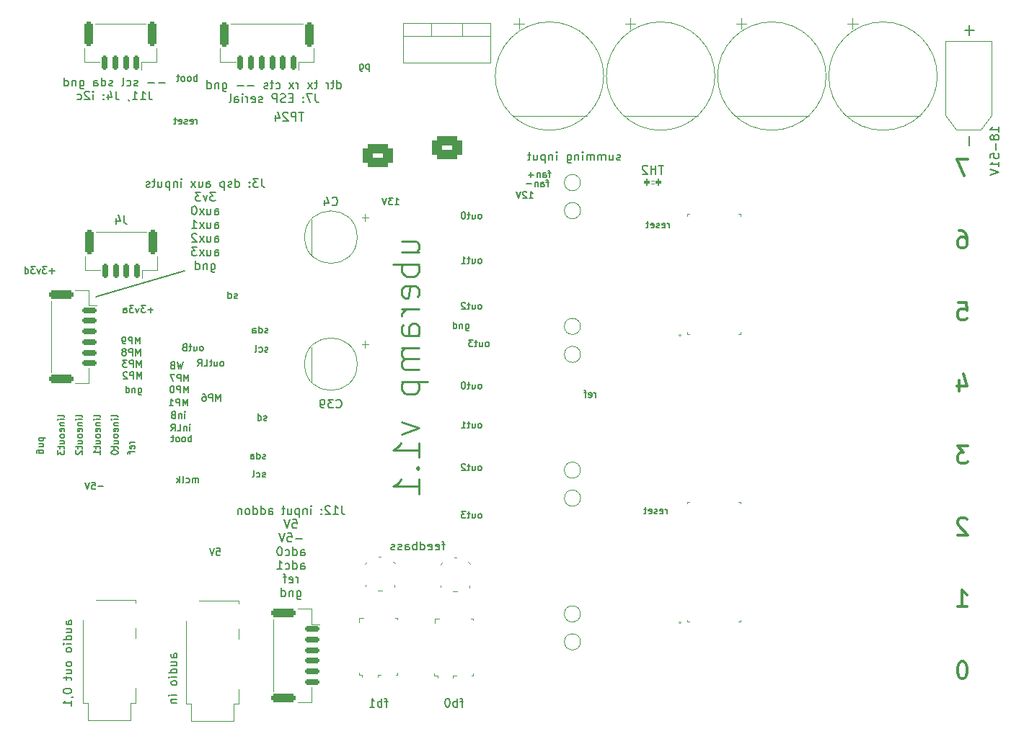
<source format=gbr>
%TF.GenerationSoftware,KiCad,Pcbnew,8.0.3*%
%TF.CreationDate,2024-09-02T13:54:09+02:00*%
%TF.ProjectId,uberamp1,75626572-616d-4703-912e-6b696361645f,rev?*%
%TF.SameCoordinates,Original*%
%TF.FileFunction,Legend,Bot*%
%TF.FilePolarity,Positive*%
%FSLAX46Y46*%
G04 Gerber Fmt 4.6, Leading zero omitted, Abs format (unit mm)*
G04 Created by KiCad (PCBNEW 8.0.3) date 2024-09-02 13:54:09*
%MOMM*%
%LPD*%
G01*
G04 APERTURE LIST*
G04 Aperture macros list*
%AMRoundRect*
0 Rectangle with rounded corners*
0 $1 Rounding radius*
0 $2 $3 $4 $5 $6 $7 $8 $9 X,Y pos of 4 corners*
0 Add a 4 corners polygon primitive as box body*
4,1,4,$2,$3,$4,$5,$6,$7,$8,$9,$2,$3,0*
0 Add four circle primitives for the rounded corners*
1,1,$1+$1,$2,$3*
1,1,$1+$1,$4,$5*
1,1,$1+$1,$6,$7*
1,1,$1+$1,$8,$9*
0 Add four rect primitives between the rounded corners*
20,1,$1+$1,$2,$3,$4,$5,0*
20,1,$1+$1,$4,$5,$6,$7,0*
20,1,$1+$1,$6,$7,$8,$9,0*
20,1,$1+$1,$8,$9,$2,$3,0*%
%AMFreePoly0*
4,1,41,0.405944,0.837532,0.529551,0.817955,0.540859,0.814281,0.652366,0.757465,0.661984,0.750477,0.750477,0.661984,0.757465,0.652366,0.814281,0.540859,0.817955,0.529551,0.837532,0.405944,0.838000,0.400000,0.838000,-0.400000,0.837532,-0.405944,0.817955,-0.529551,0.814281,-0.540859,0.757465,-0.652366,0.750477,-0.661984,0.661984,-0.750477,0.652366,-0.757465,0.540859,-0.814281,
0.529551,-0.817955,0.405944,-0.837532,0.400000,-0.838000,-0.400000,-0.838000,-0.405944,-0.837532,-0.529551,-0.817955,-0.540859,-0.814281,-0.652366,-0.757465,-0.661984,-0.750477,-0.750477,-0.661984,-0.757465,-0.652366,-0.814281,-0.540859,-0.817955,-0.529551,-0.837532,-0.405944,-0.838000,-0.400000,-0.838000,0.480000,-0.826870,0.506870,-0.506870,0.826870,-0.480000,0.838000,0.400000,0.838000,
0.405944,0.837532,0.405944,0.837532,$1*%
G04 Aperture macros list end*
%ADD10C,0.150000*%
%ADD11C,0.300000*%
%ADD12C,0.250000*%
%ADD13C,0.100000*%
%ADD14C,0.120000*%
%ADD15C,3.676000*%
%ADD16C,5.676000*%
%ADD17C,4.076000*%
%ADD18C,3.276000*%
%ADD19O,1.676000X3.076000*%
%ADD20C,1.676000*%
%ADD21RoundRect,0.555200X1.182800X-0.832800X1.182800X0.832800X-1.182800X0.832800X-1.182800X-0.832800X0*%
%ADD22FreePoly0,270.000000*%
%ADD23C,3.876000*%
%ADD24O,1.576000X1.276000*%
%ADD25O,0.881000X0.461000*%
%ADD26C,1.876000*%
%ADD27C,1.376000*%
%ADD28RoundRect,0.169000X-0.719000X0.169000X-0.719000X-0.169000X0.719000X-0.169000X0.719000X0.169000X0*%
%ADD29RoundRect,0.269000X-1.169000X0.269000X-1.169000X-0.269000X1.169000X-0.269000X1.169000X0.269000X0*%
%ADD30C,1.576000*%
%ADD31RoundRect,0.169000X0.169000X0.719000X-0.169000X0.719000X-0.169000X-0.719000X0.169000X-0.719000X0*%
%ADD32RoundRect,0.269000X0.269000X1.169000X-0.269000X1.169000X-0.269000X-1.169000X0.269000X-1.169000X0*%
%ADD33O,1.276000X1.576000*%
%ADD34O,2.213656X2.584714*%
%ADD35C,1.476000*%
%ADD36C,1.276000*%
%ADD37O,3.276000X2.476000*%
%ADD38C,1.776000*%
%ADD39RoundRect,0.242400X0.060600X0.185600X-0.060600X0.185600X-0.060600X-0.185600X0.060600X-0.185600X0*%
G04 APERTURE END LIST*
D10*
X37980000Y-54120000D02*
X27570000Y-57150000D01*
D11*
X128869298Y-49418209D02*
X129250251Y-49418209D01*
X129250251Y-49418209D02*
X129440727Y-49513447D01*
X129440727Y-49513447D02*
X129535965Y-49608685D01*
X129535965Y-49608685D02*
X129726441Y-49894399D01*
X129726441Y-49894399D02*
X129821679Y-50275351D01*
X129821679Y-50275351D02*
X129821679Y-51037256D01*
X129821679Y-51037256D02*
X129726441Y-51227732D01*
X129726441Y-51227732D02*
X129631203Y-51322971D01*
X129631203Y-51322971D02*
X129440727Y-51418209D01*
X129440727Y-51418209D02*
X129059774Y-51418209D01*
X129059774Y-51418209D02*
X128869298Y-51322971D01*
X128869298Y-51322971D02*
X128774060Y-51227732D01*
X128774060Y-51227732D02*
X128678822Y-51037256D01*
X128678822Y-51037256D02*
X128678822Y-50561066D01*
X128678822Y-50561066D02*
X128774060Y-50370590D01*
X128774060Y-50370590D02*
X128869298Y-50275351D01*
X128869298Y-50275351D02*
X129059774Y-50180113D01*
X129059774Y-50180113D02*
X129440727Y-50180113D01*
X129440727Y-50180113D02*
X129631203Y-50275351D01*
X129631203Y-50275351D02*
X129726441Y-50370590D01*
X129726441Y-50370590D02*
X129821679Y-50561066D01*
D10*
X89110839Y-41072200D02*
X89015601Y-41119819D01*
X89015601Y-41119819D02*
X88825125Y-41119819D01*
X88825125Y-41119819D02*
X88729887Y-41072200D01*
X88729887Y-41072200D02*
X88682268Y-40976961D01*
X88682268Y-40976961D02*
X88682268Y-40929342D01*
X88682268Y-40929342D02*
X88729887Y-40834104D01*
X88729887Y-40834104D02*
X88825125Y-40786485D01*
X88825125Y-40786485D02*
X88967982Y-40786485D01*
X88967982Y-40786485D02*
X89063220Y-40738866D01*
X89063220Y-40738866D02*
X89110839Y-40643628D01*
X89110839Y-40643628D02*
X89110839Y-40596009D01*
X89110839Y-40596009D02*
X89063220Y-40500771D01*
X89063220Y-40500771D02*
X88967982Y-40453152D01*
X88967982Y-40453152D02*
X88825125Y-40453152D01*
X88825125Y-40453152D02*
X88729887Y-40500771D01*
X87825125Y-40453152D02*
X87825125Y-41119819D01*
X88253696Y-40453152D02*
X88253696Y-40976961D01*
X88253696Y-40976961D02*
X88206077Y-41072200D01*
X88206077Y-41072200D02*
X88110839Y-41119819D01*
X88110839Y-41119819D02*
X87967982Y-41119819D01*
X87967982Y-41119819D02*
X87872744Y-41072200D01*
X87872744Y-41072200D02*
X87825125Y-41024580D01*
X87348934Y-41119819D02*
X87348934Y-40453152D01*
X87348934Y-40548390D02*
X87301315Y-40500771D01*
X87301315Y-40500771D02*
X87206077Y-40453152D01*
X87206077Y-40453152D02*
X87063220Y-40453152D01*
X87063220Y-40453152D02*
X86967982Y-40500771D01*
X86967982Y-40500771D02*
X86920363Y-40596009D01*
X86920363Y-40596009D02*
X86920363Y-41119819D01*
X86920363Y-40596009D02*
X86872744Y-40500771D01*
X86872744Y-40500771D02*
X86777506Y-40453152D01*
X86777506Y-40453152D02*
X86634649Y-40453152D01*
X86634649Y-40453152D02*
X86539410Y-40500771D01*
X86539410Y-40500771D02*
X86491791Y-40596009D01*
X86491791Y-40596009D02*
X86491791Y-41119819D01*
X86015601Y-41119819D02*
X86015601Y-40453152D01*
X86015601Y-40548390D02*
X85967982Y-40500771D01*
X85967982Y-40500771D02*
X85872744Y-40453152D01*
X85872744Y-40453152D02*
X85729887Y-40453152D01*
X85729887Y-40453152D02*
X85634649Y-40500771D01*
X85634649Y-40500771D02*
X85587030Y-40596009D01*
X85587030Y-40596009D02*
X85587030Y-41119819D01*
X85587030Y-40596009D02*
X85539411Y-40500771D01*
X85539411Y-40500771D02*
X85444173Y-40453152D01*
X85444173Y-40453152D02*
X85301316Y-40453152D01*
X85301316Y-40453152D02*
X85206077Y-40500771D01*
X85206077Y-40500771D02*
X85158458Y-40596009D01*
X85158458Y-40596009D02*
X85158458Y-41119819D01*
X84682268Y-41119819D02*
X84682268Y-40453152D01*
X84682268Y-40119819D02*
X84729887Y-40167438D01*
X84729887Y-40167438D02*
X84682268Y-40215057D01*
X84682268Y-40215057D02*
X84634649Y-40167438D01*
X84634649Y-40167438D02*
X84682268Y-40119819D01*
X84682268Y-40119819D02*
X84682268Y-40215057D01*
X84206078Y-40453152D02*
X84206078Y-41119819D01*
X84206078Y-40548390D02*
X84158459Y-40500771D01*
X84158459Y-40500771D02*
X84063221Y-40453152D01*
X84063221Y-40453152D02*
X83920364Y-40453152D01*
X83920364Y-40453152D02*
X83825126Y-40500771D01*
X83825126Y-40500771D02*
X83777507Y-40596009D01*
X83777507Y-40596009D02*
X83777507Y-41119819D01*
X82872745Y-40453152D02*
X82872745Y-41262676D01*
X82872745Y-41262676D02*
X82920364Y-41357914D01*
X82920364Y-41357914D02*
X82967983Y-41405533D01*
X82967983Y-41405533D02*
X83063221Y-41453152D01*
X83063221Y-41453152D02*
X83206078Y-41453152D01*
X83206078Y-41453152D02*
X83301316Y-41405533D01*
X82872745Y-41072200D02*
X82967983Y-41119819D01*
X82967983Y-41119819D02*
X83158459Y-41119819D01*
X83158459Y-41119819D02*
X83253697Y-41072200D01*
X83253697Y-41072200D02*
X83301316Y-41024580D01*
X83301316Y-41024580D02*
X83348935Y-40929342D01*
X83348935Y-40929342D02*
X83348935Y-40643628D01*
X83348935Y-40643628D02*
X83301316Y-40548390D01*
X83301316Y-40548390D02*
X83253697Y-40500771D01*
X83253697Y-40500771D02*
X83158459Y-40453152D01*
X83158459Y-40453152D02*
X82967983Y-40453152D01*
X82967983Y-40453152D02*
X82872745Y-40500771D01*
X81634649Y-41119819D02*
X81634649Y-40453152D01*
X81634649Y-40119819D02*
X81682268Y-40167438D01*
X81682268Y-40167438D02*
X81634649Y-40215057D01*
X81634649Y-40215057D02*
X81587030Y-40167438D01*
X81587030Y-40167438D02*
X81634649Y-40119819D01*
X81634649Y-40119819D02*
X81634649Y-40215057D01*
X81158459Y-40453152D02*
X81158459Y-41119819D01*
X81158459Y-40548390D02*
X81110840Y-40500771D01*
X81110840Y-40500771D02*
X81015602Y-40453152D01*
X81015602Y-40453152D02*
X80872745Y-40453152D01*
X80872745Y-40453152D02*
X80777507Y-40500771D01*
X80777507Y-40500771D02*
X80729888Y-40596009D01*
X80729888Y-40596009D02*
X80729888Y-41119819D01*
X80253697Y-40453152D02*
X80253697Y-41453152D01*
X80253697Y-40500771D02*
X80158459Y-40453152D01*
X80158459Y-40453152D02*
X79967983Y-40453152D01*
X79967983Y-40453152D02*
X79872745Y-40500771D01*
X79872745Y-40500771D02*
X79825126Y-40548390D01*
X79825126Y-40548390D02*
X79777507Y-40643628D01*
X79777507Y-40643628D02*
X79777507Y-40929342D01*
X79777507Y-40929342D02*
X79825126Y-41024580D01*
X79825126Y-41024580D02*
X79872745Y-41072200D01*
X79872745Y-41072200D02*
X79967983Y-41119819D01*
X79967983Y-41119819D02*
X80158459Y-41119819D01*
X80158459Y-41119819D02*
X80253697Y-41072200D01*
X78920364Y-40453152D02*
X78920364Y-41119819D01*
X79348935Y-40453152D02*
X79348935Y-40976961D01*
X79348935Y-40976961D02*
X79301316Y-41072200D01*
X79301316Y-41072200D02*
X79206078Y-41119819D01*
X79206078Y-41119819D02*
X79063221Y-41119819D01*
X79063221Y-41119819D02*
X78967983Y-41072200D01*
X78967983Y-41072200D02*
X78920364Y-41024580D01*
X78587030Y-40453152D02*
X78206078Y-40453152D01*
X78444173Y-40119819D02*
X78444173Y-40976961D01*
X78444173Y-40976961D02*
X78396554Y-41072200D01*
X78396554Y-41072200D02*
X78301316Y-41119819D01*
X78301316Y-41119819D02*
X78206078Y-41119819D01*
D11*
X128678822Y-93611064D02*
X129821679Y-93611064D01*
X129250251Y-93611064D02*
X129250251Y-91611064D01*
X129250251Y-91611064D02*
X129440727Y-91896778D01*
X129440727Y-91896778D02*
X129631203Y-92087254D01*
X129631203Y-92087254D02*
X129821679Y-92182492D01*
D10*
X133539819Y-37770588D02*
X133539819Y-37199160D01*
X133539819Y-37484874D02*
X132539819Y-37484874D01*
X132539819Y-37484874D02*
X132682676Y-37389636D01*
X132682676Y-37389636D02*
X132777914Y-37294398D01*
X132777914Y-37294398D02*
X132825533Y-37199160D01*
X132968390Y-38342017D02*
X132920771Y-38246779D01*
X132920771Y-38246779D02*
X132873152Y-38199160D01*
X132873152Y-38199160D02*
X132777914Y-38151541D01*
X132777914Y-38151541D02*
X132730295Y-38151541D01*
X132730295Y-38151541D02*
X132635057Y-38199160D01*
X132635057Y-38199160D02*
X132587438Y-38246779D01*
X132587438Y-38246779D02*
X132539819Y-38342017D01*
X132539819Y-38342017D02*
X132539819Y-38532493D01*
X132539819Y-38532493D02*
X132587438Y-38627731D01*
X132587438Y-38627731D02*
X132635057Y-38675350D01*
X132635057Y-38675350D02*
X132730295Y-38722969D01*
X132730295Y-38722969D02*
X132777914Y-38722969D01*
X132777914Y-38722969D02*
X132873152Y-38675350D01*
X132873152Y-38675350D02*
X132920771Y-38627731D01*
X132920771Y-38627731D02*
X132968390Y-38532493D01*
X132968390Y-38532493D02*
X132968390Y-38342017D01*
X132968390Y-38342017D02*
X133016009Y-38246779D01*
X133016009Y-38246779D02*
X133063628Y-38199160D01*
X133063628Y-38199160D02*
X133158866Y-38151541D01*
X133158866Y-38151541D02*
X133349342Y-38151541D01*
X133349342Y-38151541D02*
X133444580Y-38199160D01*
X133444580Y-38199160D02*
X133492200Y-38246779D01*
X133492200Y-38246779D02*
X133539819Y-38342017D01*
X133539819Y-38342017D02*
X133539819Y-38532493D01*
X133539819Y-38532493D02*
X133492200Y-38627731D01*
X133492200Y-38627731D02*
X133444580Y-38675350D01*
X133444580Y-38675350D02*
X133349342Y-38722969D01*
X133349342Y-38722969D02*
X133158866Y-38722969D01*
X133158866Y-38722969D02*
X133063628Y-38675350D01*
X133063628Y-38675350D02*
X133016009Y-38627731D01*
X133016009Y-38627731D02*
X132968390Y-38532493D01*
X133158866Y-39151541D02*
X133158866Y-39913446D01*
X132539819Y-40865826D02*
X132539819Y-40389636D01*
X132539819Y-40389636D02*
X133016009Y-40342017D01*
X133016009Y-40342017D02*
X132968390Y-40389636D01*
X132968390Y-40389636D02*
X132920771Y-40484874D01*
X132920771Y-40484874D02*
X132920771Y-40722969D01*
X132920771Y-40722969D02*
X132968390Y-40818207D01*
X132968390Y-40818207D02*
X133016009Y-40865826D01*
X133016009Y-40865826D02*
X133111247Y-40913445D01*
X133111247Y-40913445D02*
X133349342Y-40913445D01*
X133349342Y-40913445D02*
X133444580Y-40865826D01*
X133444580Y-40865826D02*
X133492200Y-40818207D01*
X133492200Y-40818207D02*
X133539819Y-40722969D01*
X133539819Y-40722969D02*
X133539819Y-40484874D01*
X133539819Y-40484874D02*
X133492200Y-40389636D01*
X133492200Y-40389636D02*
X133444580Y-40342017D01*
X133539819Y-41865826D02*
X133539819Y-41294398D01*
X133539819Y-41580112D02*
X132539819Y-41580112D01*
X132539819Y-41580112D02*
X132682676Y-41484874D01*
X132682676Y-41484874D02*
X132777914Y-41389636D01*
X132777914Y-41389636D02*
X132825533Y-41294398D01*
X132539819Y-42151541D02*
X133539819Y-42484874D01*
X133539819Y-42484874D02*
X132539819Y-42818207D01*
D11*
X129916917Y-74733922D02*
X128678822Y-74733922D01*
X128678822Y-74733922D02*
X129345489Y-75495826D01*
X129345489Y-75495826D02*
X129059774Y-75495826D01*
X129059774Y-75495826D02*
X128869298Y-75591064D01*
X128869298Y-75591064D02*
X128774060Y-75686303D01*
X128774060Y-75686303D02*
X128678822Y-75876779D01*
X128678822Y-75876779D02*
X128678822Y-76352969D01*
X128678822Y-76352969D02*
X128774060Y-76543445D01*
X128774060Y-76543445D02*
X128869298Y-76638684D01*
X128869298Y-76638684D02*
X129059774Y-76733922D01*
X129059774Y-76733922D02*
X129631203Y-76733922D01*
X129631203Y-76733922D02*
X129821679Y-76638684D01*
X129821679Y-76638684D02*
X129916917Y-76543445D01*
D10*
X24689819Y-95695350D02*
X24166009Y-95695350D01*
X24166009Y-95695350D02*
X24070771Y-95647731D01*
X24070771Y-95647731D02*
X24023152Y-95552493D01*
X24023152Y-95552493D02*
X24023152Y-95362017D01*
X24023152Y-95362017D02*
X24070771Y-95266779D01*
X24642200Y-95695350D02*
X24689819Y-95600112D01*
X24689819Y-95600112D02*
X24689819Y-95362017D01*
X24689819Y-95362017D02*
X24642200Y-95266779D01*
X24642200Y-95266779D02*
X24546961Y-95219160D01*
X24546961Y-95219160D02*
X24451723Y-95219160D01*
X24451723Y-95219160D02*
X24356485Y-95266779D01*
X24356485Y-95266779D02*
X24308866Y-95362017D01*
X24308866Y-95362017D02*
X24308866Y-95600112D01*
X24308866Y-95600112D02*
X24261247Y-95695350D01*
X24023152Y-96600112D02*
X24689819Y-96600112D01*
X24023152Y-96171541D02*
X24546961Y-96171541D01*
X24546961Y-96171541D02*
X24642200Y-96219160D01*
X24642200Y-96219160D02*
X24689819Y-96314398D01*
X24689819Y-96314398D02*
X24689819Y-96457255D01*
X24689819Y-96457255D02*
X24642200Y-96552493D01*
X24642200Y-96552493D02*
X24594580Y-96600112D01*
X24689819Y-97504874D02*
X23689819Y-97504874D01*
X24642200Y-97504874D02*
X24689819Y-97409636D01*
X24689819Y-97409636D02*
X24689819Y-97219160D01*
X24689819Y-97219160D02*
X24642200Y-97123922D01*
X24642200Y-97123922D02*
X24594580Y-97076303D01*
X24594580Y-97076303D02*
X24499342Y-97028684D01*
X24499342Y-97028684D02*
X24213628Y-97028684D01*
X24213628Y-97028684D02*
X24118390Y-97076303D01*
X24118390Y-97076303D02*
X24070771Y-97123922D01*
X24070771Y-97123922D02*
X24023152Y-97219160D01*
X24023152Y-97219160D02*
X24023152Y-97409636D01*
X24023152Y-97409636D02*
X24070771Y-97504874D01*
X24689819Y-97981065D02*
X24023152Y-97981065D01*
X23689819Y-97981065D02*
X23737438Y-97933446D01*
X23737438Y-97933446D02*
X23785057Y-97981065D01*
X23785057Y-97981065D02*
X23737438Y-98028684D01*
X23737438Y-98028684D02*
X23689819Y-97981065D01*
X23689819Y-97981065D02*
X23785057Y-97981065D01*
X24689819Y-98600112D02*
X24642200Y-98504874D01*
X24642200Y-98504874D02*
X24594580Y-98457255D01*
X24594580Y-98457255D02*
X24499342Y-98409636D01*
X24499342Y-98409636D02*
X24213628Y-98409636D01*
X24213628Y-98409636D02*
X24118390Y-98457255D01*
X24118390Y-98457255D02*
X24070771Y-98504874D01*
X24070771Y-98504874D02*
X24023152Y-98600112D01*
X24023152Y-98600112D02*
X24023152Y-98742969D01*
X24023152Y-98742969D02*
X24070771Y-98838207D01*
X24070771Y-98838207D02*
X24118390Y-98885826D01*
X24118390Y-98885826D02*
X24213628Y-98933445D01*
X24213628Y-98933445D02*
X24499342Y-98933445D01*
X24499342Y-98933445D02*
X24594580Y-98885826D01*
X24594580Y-98885826D02*
X24642200Y-98838207D01*
X24642200Y-98838207D02*
X24689819Y-98742969D01*
X24689819Y-98742969D02*
X24689819Y-98600112D01*
X24689819Y-100266779D02*
X24642200Y-100171541D01*
X24642200Y-100171541D02*
X24594580Y-100123922D01*
X24594580Y-100123922D02*
X24499342Y-100076303D01*
X24499342Y-100076303D02*
X24213628Y-100076303D01*
X24213628Y-100076303D02*
X24118390Y-100123922D01*
X24118390Y-100123922D02*
X24070771Y-100171541D01*
X24070771Y-100171541D02*
X24023152Y-100266779D01*
X24023152Y-100266779D02*
X24023152Y-100409636D01*
X24023152Y-100409636D02*
X24070771Y-100504874D01*
X24070771Y-100504874D02*
X24118390Y-100552493D01*
X24118390Y-100552493D02*
X24213628Y-100600112D01*
X24213628Y-100600112D02*
X24499342Y-100600112D01*
X24499342Y-100600112D02*
X24594580Y-100552493D01*
X24594580Y-100552493D02*
X24642200Y-100504874D01*
X24642200Y-100504874D02*
X24689819Y-100409636D01*
X24689819Y-100409636D02*
X24689819Y-100266779D01*
X24023152Y-101457255D02*
X24689819Y-101457255D01*
X24023152Y-101028684D02*
X24546961Y-101028684D01*
X24546961Y-101028684D02*
X24642200Y-101076303D01*
X24642200Y-101076303D02*
X24689819Y-101171541D01*
X24689819Y-101171541D02*
X24689819Y-101314398D01*
X24689819Y-101314398D02*
X24642200Y-101409636D01*
X24642200Y-101409636D02*
X24594580Y-101457255D01*
X24023152Y-101790589D02*
X24023152Y-102171541D01*
X23689819Y-101933446D02*
X24546961Y-101933446D01*
X24546961Y-101933446D02*
X24642200Y-101981065D01*
X24642200Y-101981065D02*
X24689819Y-102076303D01*
X24689819Y-102076303D02*
X24689819Y-102171541D01*
X23689819Y-103457256D02*
X23689819Y-103552494D01*
X23689819Y-103552494D02*
X23737438Y-103647732D01*
X23737438Y-103647732D02*
X23785057Y-103695351D01*
X23785057Y-103695351D02*
X23880295Y-103742970D01*
X23880295Y-103742970D02*
X24070771Y-103790589D01*
X24070771Y-103790589D02*
X24308866Y-103790589D01*
X24308866Y-103790589D02*
X24499342Y-103742970D01*
X24499342Y-103742970D02*
X24594580Y-103695351D01*
X24594580Y-103695351D02*
X24642200Y-103647732D01*
X24642200Y-103647732D02*
X24689819Y-103552494D01*
X24689819Y-103552494D02*
X24689819Y-103457256D01*
X24689819Y-103457256D02*
X24642200Y-103362018D01*
X24642200Y-103362018D02*
X24594580Y-103314399D01*
X24594580Y-103314399D02*
X24499342Y-103266780D01*
X24499342Y-103266780D02*
X24308866Y-103219161D01*
X24308866Y-103219161D02*
X24070771Y-103219161D01*
X24070771Y-103219161D02*
X23880295Y-103266780D01*
X23880295Y-103266780D02*
X23785057Y-103314399D01*
X23785057Y-103314399D02*
X23737438Y-103362018D01*
X23737438Y-103362018D02*
X23689819Y-103457256D01*
X24642200Y-104266780D02*
X24689819Y-104266780D01*
X24689819Y-104266780D02*
X24785057Y-104219161D01*
X24785057Y-104219161D02*
X24832676Y-104171542D01*
X24689819Y-105219160D02*
X24689819Y-104647732D01*
X24689819Y-104933446D02*
X23689819Y-104933446D01*
X23689819Y-104933446D02*
X23832676Y-104838208D01*
X23832676Y-104838208D02*
X23927914Y-104742970D01*
X23927914Y-104742970D02*
X23975533Y-104647732D01*
X61809047Y-104723152D02*
X61428095Y-104723152D01*
X61666190Y-105389819D02*
X61666190Y-104532676D01*
X61666190Y-104532676D02*
X61618571Y-104437438D01*
X61618571Y-104437438D02*
X61523333Y-104389819D01*
X61523333Y-104389819D02*
X61428095Y-104389819D01*
X61094761Y-105389819D02*
X61094761Y-104389819D01*
X61094761Y-104770771D02*
X60999523Y-104723152D01*
X60999523Y-104723152D02*
X60809047Y-104723152D01*
X60809047Y-104723152D02*
X60713809Y-104770771D01*
X60713809Y-104770771D02*
X60666190Y-104818390D01*
X60666190Y-104818390D02*
X60618571Y-104913628D01*
X60618571Y-104913628D02*
X60618571Y-105199342D01*
X60618571Y-105199342D02*
X60666190Y-105294580D01*
X60666190Y-105294580D02*
X60713809Y-105342200D01*
X60713809Y-105342200D02*
X60809047Y-105389819D01*
X60809047Y-105389819D02*
X60999523Y-105389819D01*
X60999523Y-105389819D02*
X61094761Y-105342200D01*
X59666190Y-105389819D02*
X60237618Y-105389819D01*
X59951904Y-105389819D02*
X59951904Y-104389819D01*
X59951904Y-104389819D02*
X60047142Y-104532676D01*
X60047142Y-104532676D02*
X60142380Y-104627914D01*
X60142380Y-104627914D02*
X60237618Y-104675533D01*
X37039819Y-99595350D02*
X36516009Y-99595350D01*
X36516009Y-99595350D02*
X36420771Y-99547731D01*
X36420771Y-99547731D02*
X36373152Y-99452493D01*
X36373152Y-99452493D02*
X36373152Y-99262017D01*
X36373152Y-99262017D02*
X36420771Y-99166779D01*
X36992200Y-99595350D02*
X37039819Y-99500112D01*
X37039819Y-99500112D02*
X37039819Y-99262017D01*
X37039819Y-99262017D02*
X36992200Y-99166779D01*
X36992200Y-99166779D02*
X36896961Y-99119160D01*
X36896961Y-99119160D02*
X36801723Y-99119160D01*
X36801723Y-99119160D02*
X36706485Y-99166779D01*
X36706485Y-99166779D02*
X36658866Y-99262017D01*
X36658866Y-99262017D02*
X36658866Y-99500112D01*
X36658866Y-99500112D02*
X36611247Y-99595350D01*
X36373152Y-100500112D02*
X37039819Y-100500112D01*
X36373152Y-100071541D02*
X36896961Y-100071541D01*
X36896961Y-100071541D02*
X36992200Y-100119160D01*
X36992200Y-100119160D02*
X37039819Y-100214398D01*
X37039819Y-100214398D02*
X37039819Y-100357255D01*
X37039819Y-100357255D02*
X36992200Y-100452493D01*
X36992200Y-100452493D02*
X36944580Y-100500112D01*
X37039819Y-101404874D02*
X36039819Y-101404874D01*
X36992200Y-101404874D02*
X37039819Y-101309636D01*
X37039819Y-101309636D02*
X37039819Y-101119160D01*
X37039819Y-101119160D02*
X36992200Y-101023922D01*
X36992200Y-101023922D02*
X36944580Y-100976303D01*
X36944580Y-100976303D02*
X36849342Y-100928684D01*
X36849342Y-100928684D02*
X36563628Y-100928684D01*
X36563628Y-100928684D02*
X36468390Y-100976303D01*
X36468390Y-100976303D02*
X36420771Y-101023922D01*
X36420771Y-101023922D02*
X36373152Y-101119160D01*
X36373152Y-101119160D02*
X36373152Y-101309636D01*
X36373152Y-101309636D02*
X36420771Y-101404874D01*
X37039819Y-101881065D02*
X36373152Y-101881065D01*
X36039819Y-101881065D02*
X36087438Y-101833446D01*
X36087438Y-101833446D02*
X36135057Y-101881065D01*
X36135057Y-101881065D02*
X36087438Y-101928684D01*
X36087438Y-101928684D02*
X36039819Y-101881065D01*
X36039819Y-101881065D02*
X36135057Y-101881065D01*
X37039819Y-102500112D02*
X36992200Y-102404874D01*
X36992200Y-102404874D02*
X36944580Y-102357255D01*
X36944580Y-102357255D02*
X36849342Y-102309636D01*
X36849342Y-102309636D02*
X36563628Y-102309636D01*
X36563628Y-102309636D02*
X36468390Y-102357255D01*
X36468390Y-102357255D02*
X36420771Y-102404874D01*
X36420771Y-102404874D02*
X36373152Y-102500112D01*
X36373152Y-102500112D02*
X36373152Y-102642969D01*
X36373152Y-102642969D02*
X36420771Y-102738207D01*
X36420771Y-102738207D02*
X36468390Y-102785826D01*
X36468390Y-102785826D02*
X36563628Y-102833445D01*
X36563628Y-102833445D02*
X36849342Y-102833445D01*
X36849342Y-102833445D02*
X36944580Y-102785826D01*
X36944580Y-102785826D02*
X36992200Y-102738207D01*
X36992200Y-102738207D02*
X37039819Y-102642969D01*
X37039819Y-102642969D02*
X37039819Y-102500112D01*
X37039819Y-104023922D02*
X36373152Y-104023922D01*
X36039819Y-104023922D02*
X36087438Y-103976303D01*
X36087438Y-103976303D02*
X36135057Y-104023922D01*
X36135057Y-104023922D02*
X36087438Y-104071541D01*
X36087438Y-104071541D02*
X36039819Y-104023922D01*
X36039819Y-104023922D02*
X36135057Y-104023922D01*
X36373152Y-104500112D02*
X37039819Y-104500112D01*
X36468390Y-104500112D02*
X36420771Y-104547731D01*
X36420771Y-104547731D02*
X36373152Y-104642969D01*
X36373152Y-104642969D02*
X36373152Y-104785826D01*
X36373152Y-104785826D02*
X36420771Y-104881064D01*
X36420771Y-104881064D02*
X36516009Y-104928683D01*
X36516009Y-104928683D02*
X37039819Y-104928683D01*
X35624762Y-32018922D02*
X34862858Y-32018922D01*
X34386667Y-32018922D02*
X33624763Y-32018922D01*
X32434286Y-32352256D02*
X32339048Y-32399875D01*
X32339048Y-32399875D02*
X32148572Y-32399875D01*
X32148572Y-32399875D02*
X32053334Y-32352256D01*
X32053334Y-32352256D02*
X32005715Y-32257017D01*
X32005715Y-32257017D02*
X32005715Y-32209398D01*
X32005715Y-32209398D02*
X32053334Y-32114160D01*
X32053334Y-32114160D02*
X32148572Y-32066541D01*
X32148572Y-32066541D02*
X32291429Y-32066541D01*
X32291429Y-32066541D02*
X32386667Y-32018922D01*
X32386667Y-32018922D02*
X32434286Y-31923684D01*
X32434286Y-31923684D02*
X32434286Y-31876065D01*
X32434286Y-31876065D02*
X32386667Y-31780827D01*
X32386667Y-31780827D02*
X32291429Y-31733208D01*
X32291429Y-31733208D02*
X32148572Y-31733208D01*
X32148572Y-31733208D02*
X32053334Y-31780827D01*
X31148572Y-32352256D02*
X31243810Y-32399875D01*
X31243810Y-32399875D02*
X31434286Y-32399875D01*
X31434286Y-32399875D02*
X31529524Y-32352256D01*
X31529524Y-32352256D02*
X31577143Y-32304636D01*
X31577143Y-32304636D02*
X31624762Y-32209398D01*
X31624762Y-32209398D02*
X31624762Y-31923684D01*
X31624762Y-31923684D02*
X31577143Y-31828446D01*
X31577143Y-31828446D02*
X31529524Y-31780827D01*
X31529524Y-31780827D02*
X31434286Y-31733208D01*
X31434286Y-31733208D02*
X31243810Y-31733208D01*
X31243810Y-31733208D02*
X31148572Y-31780827D01*
X30577143Y-32399875D02*
X30672381Y-32352256D01*
X30672381Y-32352256D02*
X30720000Y-32257017D01*
X30720000Y-32257017D02*
X30720000Y-31399875D01*
X29481904Y-32352256D02*
X29386666Y-32399875D01*
X29386666Y-32399875D02*
X29196190Y-32399875D01*
X29196190Y-32399875D02*
X29100952Y-32352256D01*
X29100952Y-32352256D02*
X29053333Y-32257017D01*
X29053333Y-32257017D02*
X29053333Y-32209398D01*
X29053333Y-32209398D02*
X29100952Y-32114160D01*
X29100952Y-32114160D02*
X29196190Y-32066541D01*
X29196190Y-32066541D02*
X29339047Y-32066541D01*
X29339047Y-32066541D02*
X29434285Y-32018922D01*
X29434285Y-32018922D02*
X29481904Y-31923684D01*
X29481904Y-31923684D02*
X29481904Y-31876065D01*
X29481904Y-31876065D02*
X29434285Y-31780827D01*
X29434285Y-31780827D02*
X29339047Y-31733208D01*
X29339047Y-31733208D02*
X29196190Y-31733208D01*
X29196190Y-31733208D02*
X29100952Y-31780827D01*
X28196190Y-32399875D02*
X28196190Y-31399875D01*
X28196190Y-32352256D02*
X28291428Y-32399875D01*
X28291428Y-32399875D02*
X28481904Y-32399875D01*
X28481904Y-32399875D02*
X28577142Y-32352256D01*
X28577142Y-32352256D02*
X28624761Y-32304636D01*
X28624761Y-32304636D02*
X28672380Y-32209398D01*
X28672380Y-32209398D02*
X28672380Y-31923684D01*
X28672380Y-31923684D02*
X28624761Y-31828446D01*
X28624761Y-31828446D02*
X28577142Y-31780827D01*
X28577142Y-31780827D02*
X28481904Y-31733208D01*
X28481904Y-31733208D02*
X28291428Y-31733208D01*
X28291428Y-31733208D02*
X28196190Y-31780827D01*
X27291428Y-32399875D02*
X27291428Y-31876065D01*
X27291428Y-31876065D02*
X27339047Y-31780827D01*
X27339047Y-31780827D02*
X27434285Y-31733208D01*
X27434285Y-31733208D02*
X27624761Y-31733208D01*
X27624761Y-31733208D02*
X27719999Y-31780827D01*
X27291428Y-32352256D02*
X27386666Y-32399875D01*
X27386666Y-32399875D02*
X27624761Y-32399875D01*
X27624761Y-32399875D02*
X27719999Y-32352256D01*
X27719999Y-32352256D02*
X27767618Y-32257017D01*
X27767618Y-32257017D02*
X27767618Y-32161779D01*
X27767618Y-32161779D02*
X27719999Y-32066541D01*
X27719999Y-32066541D02*
X27624761Y-32018922D01*
X27624761Y-32018922D02*
X27386666Y-32018922D01*
X27386666Y-32018922D02*
X27291428Y-31971303D01*
X25624761Y-31733208D02*
X25624761Y-32542732D01*
X25624761Y-32542732D02*
X25672380Y-32637970D01*
X25672380Y-32637970D02*
X25719999Y-32685589D01*
X25719999Y-32685589D02*
X25815237Y-32733208D01*
X25815237Y-32733208D02*
X25958094Y-32733208D01*
X25958094Y-32733208D02*
X26053332Y-32685589D01*
X25624761Y-32352256D02*
X25719999Y-32399875D01*
X25719999Y-32399875D02*
X25910475Y-32399875D01*
X25910475Y-32399875D02*
X26005713Y-32352256D01*
X26005713Y-32352256D02*
X26053332Y-32304636D01*
X26053332Y-32304636D02*
X26100951Y-32209398D01*
X26100951Y-32209398D02*
X26100951Y-31923684D01*
X26100951Y-31923684D02*
X26053332Y-31828446D01*
X26053332Y-31828446D02*
X26005713Y-31780827D01*
X26005713Y-31780827D02*
X25910475Y-31733208D01*
X25910475Y-31733208D02*
X25719999Y-31733208D01*
X25719999Y-31733208D02*
X25624761Y-31780827D01*
X25148570Y-31733208D02*
X25148570Y-32399875D01*
X25148570Y-31828446D02*
X25100951Y-31780827D01*
X25100951Y-31780827D02*
X25005713Y-31733208D01*
X25005713Y-31733208D02*
X24862856Y-31733208D01*
X24862856Y-31733208D02*
X24767618Y-31780827D01*
X24767618Y-31780827D02*
X24719999Y-31876065D01*
X24719999Y-31876065D02*
X24719999Y-32399875D01*
X23815237Y-32399875D02*
X23815237Y-31399875D01*
X23815237Y-32352256D02*
X23910475Y-32399875D01*
X23910475Y-32399875D02*
X24100951Y-32399875D01*
X24100951Y-32399875D02*
X24196189Y-32352256D01*
X24196189Y-32352256D02*
X24243808Y-32304636D01*
X24243808Y-32304636D02*
X24291427Y-32209398D01*
X24291427Y-32209398D02*
X24291427Y-31923684D01*
X24291427Y-31923684D02*
X24243808Y-31828446D01*
X24243808Y-31828446D02*
X24196189Y-31780827D01*
X24196189Y-31780827D02*
X24100951Y-31733208D01*
X24100951Y-31733208D02*
X23910475Y-31733208D01*
X23910475Y-31733208D02*
X23815237Y-31780827D01*
X33767618Y-33009819D02*
X33767618Y-33724104D01*
X33767618Y-33724104D02*
X33815237Y-33866961D01*
X33815237Y-33866961D02*
X33910475Y-33962200D01*
X33910475Y-33962200D02*
X34053332Y-34009819D01*
X34053332Y-34009819D02*
X34148570Y-34009819D01*
X32767618Y-34009819D02*
X33339046Y-34009819D01*
X33053332Y-34009819D02*
X33053332Y-33009819D01*
X33053332Y-33009819D02*
X33148570Y-33152676D01*
X33148570Y-33152676D02*
X33243808Y-33247914D01*
X33243808Y-33247914D02*
X33339046Y-33295533D01*
X31815237Y-34009819D02*
X32386665Y-34009819D01*
X32100951Y-34009819D02*
X32100951Y-33009819D01*
X32100951Y-33009819D02*
X32196189Y-33152676D01*
X32196189Y-33152676D02*
X32291427Y-33247914D01*
X32291427Y-33247914D02*
X32386665Y-33295533D01*
X31339046Y-33962200D02*
X31339046Y-34009819D01*
X31339046Y-34009819D02*
X31386665Y-34105057D01*
X31386665Y-34105057D02*
X31434284Y-34152676D01*
X29862856Y-33009819D02*
X29862856Y-33724104D01*
X29862856Y-33724104D02*
X29910475Y-33866961D01*
X29910475Y-33866961D02*
X30005713Y-33962200D01*
X30005713Y-33962200D02*
X30148570Y-34009819D01*
X30148570Y-34009819D02*
X30243808Y-34009819D01*
X28958094Y-33343152D02*
X28958094Y-34009819D01*
X29196189Y-32962200D02*
X29434284Y-33676485D01*
X29434284Y-33676485D02*
X28815237Y-33676485D01*
X28434284Y-33914580D02*
X28386665Y-33962200D01*
X28386665Y-33962200D02*
X28434284Y-34009819D01*
X28434284Y-34009819D02*
X28481903Y-33962200D01*
X28481903Y-33962200D02*
X28434284Y-33914580D01*
X28434284Y-33914580D02*
X28434284Y-34009819D01*
X28434284Y-33390771D02*
X28386665Y-33438390D01*
X28386665Y-33438390D02*
X28434284Y-33486009D01*
X28434284Y-33486009D02*
X28481903Y-33438390D01*
X28481903Y-33438390D02*
X28434284Y-33390771D01*
X28434284Y-33390771D02*
X28434284Y-33486009D01*
X27196189Y-34009819D02*
X27196189Y-33343152D01*
X27196189Y-33009819D02*
X27243808Y-33057438D01*
X27243808Y-33057438D02*
X27196189Y-33105057D01*
X27196189Y-33105057D02*
X27148570Y-33057438D01*
X27148570Y-33057438D02*
X27196189Y-33009819D01*
X27196189Y-33009819D02*
X27196189Y-33105057D01*
X26767618Y-33105057D02*
X26719999Y-33057438D01*
X26719999Y-33057438D02*
X26624761Y-33009819D01*
X26624761Y-33009819D02*
X26386666Y-33009819D01*
X26386666Y-33009819D02*
X26291428Y-33057438D01*
X26291428Y-33057438D02*
X26243809Y-33105057D01*
X26243809Y-33105057D02*
X26196190Y-33200295D01*
X26196190Y-33200295D02*
X26196190Y-33295533D01*
X26196190Y-33295533D02*
X26243809Y-33438390D01*
X26243809Y-33438390D02*
X26815237Y-34009819D01*
X26815237Y-34009819D02*
X26196190Y-34009819D01*
X25339047Y-33962200D02*
X25434285Y-34009819D01*
X25434285Y-34009819D02*
X25624761Y-34009819D01*
X25624761Y-34009819D02*
X25719999Y-33962200D01*
X25719999Y-33962200D02*
X25767618Y-33914580D01*
X25767618Y-33914580D02*
X25815237Y-33819342D01*
X25815237Y-33819342D02*
X25815237Y-33533628D01*
X25815237Y-33533628D02*
X25767618Y-33438390D01*
X25767618Y-33438390D02*
X25719999Y-33390771D01*
X25719999Y-33390771D02*
X25624761Y-33343152D01*
X25624761Y-33343152D02*
X25434285Y-33343152D01*
X25434285Y-33343152D02*
X25339047Y-33390771D01*
D11*
X129345489Y-100049638D02*
X129155012Y-100049638D01*
X129155012Y-100049638D02*
X128964536Y-100144876D01*
X128964536Y-100144876D02*
X128869298Y-100240114D01*
X128869298Y-100240114D02*
X128774060Y-100430590D01*
X128774060Y-100430590D02*
X128678822Y-100811542D01*
X128678822Y-100811542D02*
X128678822Y-101287733D01*
X128678822Y-101287733D02*
X128774060Y-101668685D01*
X128774060Y-101668685D02*
X128869298Y-101859161D01*
X128869298Y-101859161D02*
X128964536Y-101954400D01*
X128964536Y-101954400D02*
X129155012Y-102049638D01*
X129155012Y-102049638D02*
X129345489Y-102049638D01*
X129345489Y-102049638D02*
X129535965Y-101954400D01*
X129535965Y-101954400D02*
X129631203Y-101859161D01*
X129631203Y-101859161D02*
X129726441Y-101668685D01*
X129726441Y-101668685D02*
X129821679Y-101287733D01*
X129821679Y-101287733D02*
X129821679Y-100811542D01*
X129821679Y-100811542D02*
X129726441Y-100430590D01*
X129726441Y-100430590D02*
X129631203Y-100240114D01*
X129631203Y-100240114D02*
X129535965Y-100144876D01*
X129535965Y-100144876D02*
X129345489Y-100049638D01*
X128774060Y-57856780D02*
X129726441Y-57856780D01*
X129726441Y-57856780D02*
X129821679Y-58809161D01*
X129821679Y-58809161D02*
X129726441Y-58713922D01*
X129726441Y-58713922D02*
X129535965Y-58618684D01*
X129535965Y-58618684D02*
X129059774Y-58618684D01*
X129059774Y-58618684D02*
X128869298Y-58713922D01*
X128869298Y-58713922D02*
X128774060Y-58809161D01*
X128774060Y-58809161D02*
X128678822Y-58999637D01*
X128678822Y-58999637D02*
X128678822Y-59475827D01*
X128678822Y-59475827D02*
X128774060Y-59666303D01*
X128774060Y-59666303D02*
X128869298Y-59761542D01*
X128869298Y-59761542D02*
X129059774Y-59856780D01*
X129059774Y-59856780D02*
X129535965Y-59856780D01*
X129535965Y-59856780D02*
X129726441Y-59761542D01*
X129726441Y-59761542D02*
X129821679Y-59666303D01*
X129916917Y-40979638D02*
X128583584Y-40979638D01*
X128583584Y-40979638D02*
X129440727Y-42979638D01*
D10*
X46989048Y-43290155D02*
X46989048Y-44004440D01*
X46989048Y-44004440D02*
X47036667Y-44147297D01*
X47036667Y-44147297D02*
X47131905Y-44242536D01*
X47131905Y-44242536D02*
X47274762Y-44290155D01*
X47274762Y-44290155D02*
X47370000Y-44290155D01*
X46608095Y-43290155D02*
X45989048Y-43290155D01*
X45989048Y-43290155D02*
X46322381Y-43671107D01*
X46322381Y-43671107D02*
X46179524Y-43671107D01*
X46179524Y-43671107D02*
X46084286Y-43718726D01*
X46084286Y-43718726D02*
X46036667Y-43766345D01*
X46036667Y-43766345D02*
X45989048Y-43861583D01*
X45989048Y-43861583D02*
X45989048Y-44099678D01*
X45989048Y-44099678D02*
X46036667Y-44194916D01*
X46036667Y-44194916D02*
X46084286Y-44242536D01*
X46084286Y-44242536D02*
X46179524Y-44290155D01*
X46179524Y-44290155D02*
X46465238Y-44290155D01*
X46465238Y-44290155D02*
X46560476Y-44242536D01*
X46560476Y-44242536D02*
X46608095Y-44194916D01*
X45560476Y-44194916D02*
X45512857Y-44242536D01*
X45512857Y-44242536D02*
X45560476Y-44290155D01*
X45560476Y-44290155D02*
X45608095Y-44242536D01*
X45608095Y-44242536D02*
X45560476Y-44194916D01*
X45560476Y-44194916D02*
X45560476Y-44290155D01*
X45560476Y-43671107D02*
X45512857Y-43718726D01*
X45512857Y-43718726D02*
X45560476Y-43766345D01*
X45560476Y-43766345D02*
X45608095Y-43718726D01*
X45608095Y-43718726D02*
X45560476Y-43671107D01*
X45560476Y-43671107D02*
X45560476Y-43766345D01*
X43893810Y-44290155D02*
X43893810Y-43290155D01*
X43893810Y-44242536D02*
X43989048Y-44290155D01*
X43989048Y-44290155D02*
X44179524Y-44290155D01*
X44179524Y-44290155D02*
X44274762Y-44242536D01*
X44274762Y-44242536D02*
X44322381Y-44194916D01*
X44322381Y-44194916D02*
X44370000Y-44099678D01*
X44370000Y-44099678D02*
X44370000Y-43813964D01*
X44370000Y-43813964D02*
X44322381Y-43718726D01*
X44322381Y-43718726D02*
X44274762Y-43671107D01*
X44274762Y-43671107D02*
X44179524Y-43623488D01*
X44179524Y-43623488D02*
X43989048Y-43623488D01*
X43989048Y-43623488D02*
X43893810Y-43671107D01*
X43465238Y-44242536D02*
X43370000Y-44290155D01*
X43370000Y-44290155D02*
X43179524Y-44290155D01*
X43179524Y-44290155D02*
X43084286Y-44242536D01*
X43084286Y-44242536D02*
X43036667Y-44147297D01*
X43036667Y-44147297D02*
X43036667Y-44099678D01*
X43036667Y-44099678D02*
X43084286Y-44004440D01*
X43084286Y-44004440D02*
X43179524Y-43956821D01*
X43179524Y-43956821D02*
X43322381Y-43956821D01*
X43322381Y-43956821D02*
X43417619Y-43909202D01*
X43417619Y-43909202D02*
X43465238Y-43813964D01*
X43465238Y-43813964D02*
X43465238Y-43766345D01*
X43465238Y-43766345D02*
X43417619Y-43671107D01*
X43417619Y-43671107D02*
X43322381Y-43623488D01*
X43322381Y-43623488D02*
X43179524Y-43623488D01*
X43179524Y-43623488D02*
X43084286Y-43671107D01*
X42608095Y-43623488D02*
X42608095Y-44623488D01*
X42608095Y-43671107D02*
X42512857Y-43623488D01*
X42512857Y-43623488D02*
X42322381Y-43623488D01*
X42322381Y-43623488D02*
X42227143Y-43671107D01*
X42227143Y-43671107D02*
X42179524Y-43718726D01*
X42179524Y-43718726D02*
X42131905Y-43813964D01*
X42131905Y-43813964D02*
X42131905Y-44099678D01*
X42131905Y-44099678D02*
X42179524Y-44194916D01*
X42179524Y-44194916D02*
X42227143Y-44242536D01*
X42227143Y-44242536D02*
X42322381Y-44290155D01*
X42322381Y-44290155D02*
X42512857Y-44290155D01*
X42512857Y-44290155D02*
X42608095Y-44242536D01*
X40512857Y-44290155D02*
X40512857Y-43766345D01*
X40512857Y-43766345D02*
X40560476Y-43671107D01*
X40560476Y-43671107D02*
X40655714Y-43623488D01*
X40655714Y-43623488D02*
X40846190Y-43623488D01*
X40846190Y-43623488D02*
X40941428Y-43671107D01*
X40512857Y-44242536D02*
X40608095Y-44290155D01*
X40608095Y-44290155D02*
X40846190Y-44290155D01*
X40846190Y-44290155D02*
X40941428Y-44242536D01*
X40941428Y-44242536D02*
X40989047Y-44147297D01*
X40989047Y-44147297D02*
X40989047Y-44052059D01*
X40989047Y-44052059D02*
X40941428Y-43956821D01*
X40941428Y-43956821D02*
X40846190Y-43909202D01*
X40846190Y-43909202D02*
X40608095Y-43909202D01*
X40608095Y-43909202D02*
X40512857Y-43861583D01*
X39608095Y-43623488D02*
X39608095Y-44290155D01*
X40036666Y-43623488D02*
X40036666Y-44147297D01*
X40036666Y-44147297D02*
X39989047Y-44242536D01*
X39989047Y-44242536D02*
X39893809Y-44290155D01*
X39893809Y-44290155D02*
X39750952Y-44290155D01*
X39750952Y-44290155D02*
X39655714Y-44242536D01*
X39655714Y-44242536D02*
X39608095Y-44194916D01*
X39227142Y-44290155D02*
X38703333Y-43623488D01*
X39227142Y-43623488D02*
X38703333Y-44290155D01*
X37560475Y-44290155D02*
X37560475Y-43623488D01*
X37560475Y-43290155D02*
X37608094Y-43337774D01*
X37608094Y-43337774D02*
X37560475Y-43385393D01*
X37560475Y-43385393D02*
X37512856Y-43337774D01*
X37512856Y-43337774D02*
X37560475Y-43290155D01*
X37560475Y-43290155D02*
X37560475Y-43385393D01*
X37084285Y-43623488D02*
X37084285Y-44290155D01*
X37084285Y-43718726D02*
X37036666Y-43671107D01*
X37036666Y-43671107D02*
X36941428Y-43623488D01*
X36941428Y-43623488D02*
X36798571Y-43623488D01*
X36798571Y-43623488D02*
X36703333Y-43671107D01*
X36703333Y-43671107D02*
X36655714Y-43766345D01*
X36655714Y-43766345D02*
X36655714Y-44290155D01*
X36179523Y-43623488D02*
X36179523Y-44623488D01*
X36179523Y-43671107D02*
X36084285Y-43623488D01*
X36084285Y-43623488D02*
X35893809Y-43623488D01*
X35893809Y-43623488D02*
X35798571Y-43671107D01*
X35798571Y-43671107D02*
X35750952Y-43718726D01*
X35750952Y-43718726D02*
X35703333Y-43813964D01*
X35703333Y-43813964D02*
X35703333Y-44099678D01*
X35703333Y-44099678D02*
X35750952Y-44194916D01*
X35750952Y-44194916D02*
X35798571Y-44242536D01*
X35798571Y-44242536D02*
X35893809Y-44290155D01*
X35893809Y-44290155D02*
X36084285Y-44290155D01*
X36084285Y-44290155D02*
X36179523Y-44242536D01*
X34846190Y-43623488D02*
X34846190Y-44290155D01*
X35274761Y-43623488D02*
X35274761Y-44147297D01*
X35274761Y-44147297D02*
X35227142Y-44242536D01*
X35227142Y-44242536D02*
X35131904Y-44290155D01*
X35131904Y-44290155D02*
X34989047Y-44290155D01*
X34989047Y-44290155D02*
X34893809Y-44242536D01*
X34893809Y-44242536D02*
X34846190Y-44194916D01*
X34512856Y-43623488D02*
X34131904Y-43623488D01*
X34369999Y-43290155D02*
X34369999Y-44147297D01*
X34369999Y-44147297D02*
X34322380Y-44242536D01*
X34322380Y-44242536D02*
X34227142Y-44290155D01*
X34227142Y-44290155D02*
X34131904Y-44290155D01*
X33846189Y-44242536D02*
X33750951Y-44290155D01*
X33750951Y-44290155D02*
X33560475Y-44290155D01*
X33560475Y-44290155D02*
X33465237Y-44242536D01*
X33465237Y-44242536D02*
X33417618Y-44147297D01*
X33417618Y-44147297D02*
X33417618Y-44099678D01*
X33417618Y-44099678D02*
X33465237Y-44004440D01*
X33465237Y-44004440D02*
X33560475Y-43956821D01*
X33560475Y-43956821D02*
X33703332Y-43956821D01*
X33703332Y-43956821D02*
X33798570Y-43909202D01*
X33798570Y-43909202D02*
X33846189Y-43813964D01*
X33846189Y-43813964D02*
X33846189Y-43766345D01*
X33846189Y-43766345D02*
X33798570Y-43671107D01*
X33798570Y-43671107D02*
X33703332Y-43623488D01*
X33703332Y-43623488D02*
X33560475Y-43623488D01*
X33560475Y-43623488D02*
X33465237Y-43671107D01*
X41560475Y-44900099D02*
X40941428Y-44900099D01*
X40941428Y-44900099D02*
X41274761Y-45281051D01*
X41274761Y-45281051D02*
X41131904Y-45281051D01*
X41131904Y-45281051D02*
X41036666Y-45328670D01*
X41036666Y-45328670D02*
X40989047Y-45376289D01*
X40989047Y-45376289D02*
X40941428Y-45471527D01*
X40941428Y-45471527D02*
X40941428Y-45709622D01*
X40941428Y-45709622D02*
X40989047Y-45804860D01*
X40989047Y-45804860D02*
X41036666Y-45852480D01*
X41036666Y-45852480D02*
X41131904Y-45900099D01*
X41131904Y-45900099D02*
X41417618Y-45900099D01*
X41417618Y-45900099D02*
X41512856Y-45852480D01*
X41512856Y-45852480D02*
X41560475Y-45804860D01*
X40608094Y-45233432D02*
X40369999Y-45900099D01*
X40369999Y-45900099D02*
X40131904Y-45233432D01*
X39846189Y-44900099D02*
X39227142Y-44900099D01*
X39227142Y-44900099D02*
X39560475Y-45281051D01*
X39560475Y-45281051D02*
X39417618Y-45281051D01*
X39417618Y-45281051D02*
X39322380Y-45328670D01*
X39322380Y-45328670D02*
X39274761Y-45376289D01*
X39274761Y-45376289D02*
X39227142Y-45471527D01*
X39227142Y-45471527D02*
X39227142Y-45709622D01*
X39227142Y-45709622D02*
X39274761Y-45804860D01*
X39274761Y-45804860D02*
X39322380Y-45852480D01*
X39322380Y-45852480D02*
X39417618Y-45900099D01*
X39417618Y-45900099D02*
X39703332Y-45900099D01*
X39703332Y-45900099D02*
X39798570Y-45852480D01*
X39798570Y-45852480D02*
X39846189Y-45804860D01*
X41489047Y-47510043D02*
X41489047Y-46986233D01*
X41489047Y-46986233D02*
X41536666Y-46890995D01*
X41536666Y-46890995D02*
X41631904Y-46843376D01*
X41631904Y-46843376D02*
X41822380Y-46843376D01*
X41822380Y-46843376D02*
X41917618Y-46890995D01*
X41489047Y-47462424D02*
X41584285Y-47510043D01*
X41584285Y-47510043D02*
X41822380Y-47510043D01*
X41822380Y-47510043D02*
X41917618Y-47462424D01*
X41917618Y-47462424D02*
X41965237Y-47367185D01*
X41965237Y-47367185D02*
X41965237Y-47271947D01*
X41965237Y-47271947D02*
X41917618Y-47176709D01*
X41917618Y-47176709D02*
X41822380Y-47129090D01*
X41822380Y-47129090D02*
X41584285Y-47129090D01*
X41584285Y-47129090D02*
X41489047Y-47081471D01*
X40584285Y-46843376D02*
X40584285Y-47510043D01*
X41012856Y-46843376D02*
X41012856Y-47367185D01*
X41012856Y-47367185D02*
X40965237Y-47462424D01*
X40965237Y-47462424D02*
X40869999Y-47510043D01*
X40869999Y-47510043D02*
X40727142Y-47510043D01*
X40727142Y-47510043D02*
X40631904Y-47462424D01*
X40631904Y-47462424D02*
X40584285Y-47414804D01*
X40203332Y-47510043D02*
X39679523Y-46843376D01*
X40203332Y-46843376D02*
X39679523Y-47510043D01*
X39108094Y-46510043D02*
X39012856Y-46510043D01*
X39012856Y-46510043D02*
X38917618Y-46557662D01*
X38917618Y-46557662D02*
X38869999Y-46605281D01*
X38869999Y-46605281D02*
X38822380Y-46700519D01*
X38822380Y-46700519D02*
X38774761Y-46890995D01*
X38774761Y-46890995D02*
X38774761Y-47129090D01*
X38774761Y-47129090D02*
X38822380Y-47319566D01*
X38822380Y-47319566D02*
X38869999Y-47414804D01*
X38869999Y-47414804D02*
X38917618Y-47462424D01*
X38917618Y-47462424D02*
X39012856Y-47510043D01*
X39012856Y-47510043D02*
X39108094Y-47510043D01*
X39108094Y-47510043D02*
X39203332Y-47462424D01*
X39203332Y-47462424D02*
X39250951Y-47414804D01*
X39250951Y-47414804D02*
X39298570Y-47319566D01*
X39298570Y-47319566D02*
X39346189Y-47129090D01*
X39346189Y-47129090D02*
X39346189Y-46890995D01*
X39346189Y-46890995D02*
X39298570Y-46700519D01*
X39298570Y-46700519D02*
X39250951Y-46605281D01*
X39250951Y-46605281D02*
X39203332Y-46557662D01*
X39203332Y-46557662D02*
X39108094Y-46510043D01*
X41489047Y-49119987D02*
X41489047Y-48596177D01*
X41489047Y-48596177D02*
X41536666Y-48500939D01*
X41536666Y-48500939D02*
X41631904Y-48453320D01*
X41631904Y-48453320D02*
X41822380Y-48453320D01*
X41822380Y-48453320D02*
X41917618Y-48500939D01*
X41489047Y-49072368D02*
X41584285Y-49119987D01*
X41584285Y-49119987D02*
X41822380Y-49119987D01*
X41822380Y-49119987D02*
X41917618Y-49072368D01*
X41917618Y-49072368D02*
X41965237Y-48977129D01*
X41965237Y-48977129D02*
X41965237Y-48881891D01*
X41965237Y-48881891D02*
X41917618Y-48786653D01*
X41917618Y-48786653D02*
X41822380Y-48739034D01*
X41822380Y-48739034D02*
X41584285Y-48739034D01*
X41584285Y-48739034D02*
X41489047Y-48691415D01*
X40584285Y-48453320D02*
X40584285Y-49119987D01*
X41012856Y-48453320D02*
X41012856Y-48977129D01*
X41012856Y-48977129D02*
X40965237Y-49072368D01*
X40965237Y-49072368D02*
X40869999Y-49119987D01*
X40869999Y-49119987D02*
X40727142Y-49119987D01*
X40727142Y-49119987D02*
X40631904Y-49072368D01*
X40631904Y-49072368D02*
X40584285Y-49024748D01*
X40203332Y-49119987D02*
X39679523Y-48453320D01*
X40203332Y-48453320D02*
X39679523Y-49119987D01*
X38774761Y-49119987D02*
X39346189Y-49119987D01*
X39060475Y-49119987D02*
X39060475Y-48119987D01*
X39060475Y-48119987D02*
X39155713Y-48262844D01*
X39155713Y-48262844D02*
X39250951Y-48358082D01*
X39250951Y-48358082D02*
X39346189Y-48405701D01*
X41489047Y-50729931D02*
X41489047Y-50206121D01*
X41489047Y-50206121D02*
X41536666Y-50110883D01*
X41536666Y-50110883D02*
X41631904Y-50063264D01*
X41631904Y-50063264D02*
X41822380Y-50063264D01*
X41822380Y-50063264D02*
X41917618Y-50110883D01*
X41489047Y-50682312D02*
X41584285Y-50729931D01*
X41584285Y-50729931D02*
X41822380Y-50729931D01*
X41822380Y-50729931D02*
X41917618Y-50682312D01*
X41917618Y-50682312D02*
X41965237Y-50587073D01*
X41965237Y-50587073D02*
X41965237Y-50491835D01*
X41965237Y-50491835D02*
X41917618Y-50396597D01*
X41917618Y-50396597D02*
X41822380Y-50348978D01*
X41822380Y-50348978D02*
X41584285Y-50348978D01*
X41584285Y-50348978D02*
X41489047Y-50301359D01*
X40584285Y-50063264D02*
X40584285Y-50729931D01*
X41012856Y-50063264D02*
X41012856Y-50587073D01*
X41012856Y-50587073D02*
X40965237Y-50682312D01*
X40965237Y-50682312D02*
X40869999Y-50729931D01*
X40869999Y-50729931D02*
X40727142Y-50729931D01*
X40727142Y-50729931D02*
X40631904Y-50682312D01*
X40631904Y-50682312D02*
X40584285Y-50634692D01*
X40203332Y-50729931D02*
X39679523Y-50063264D01*
X40203332Y-50063264D02*
X39679523Y-50729931D01*
X39346189Y-49825169D02*
X39298570Y-49777550D01*
X39298570Y-49777550D02*
X39203332Y-49729931D01*
X39203332Y-49729931D02*
X38965237Y-49729931D01*
X38965237Y-49729931D02*
X38869999Y-49777550D01*
X38869999Y-49777550D02*
X38822380Y-49825169D01*
X38822380Y-49825169D02*
X38774761Y-49920407D01*
X38774761Y-49920407D02*
X38774761Y-50015645D01*
X38774761Y-50015645D02*
X38822380Y-50158502D01*
X38822380Y-50158502D02*
X39393808Y-50729931D01*
X39393808Y-50729931D02*
X38774761Y-50729931D01*
X41489047Y-52339875D02*
X41489047Y-51816065D01*
X41489047Y-51816065D02*
X41536666Y-51720827D01*
X41536666Y-51720827D02*
X41631904Y-51673208D01*
X41631904Y-51673208D02*
X41822380Y-51673208D01*
X41822380Y-51673208D02*
X41917618Y-51720827D01*
X41489047Y-52292256D02*
X41584285Y-52339875D01*
X41584285Y-52339875D02*
X41822380Y-52339875D01*
X41822380Y-52339875D02*
X41917618Y-52292256D01*
X41917618Y-52292256D02*
X41965237Y-52197017D01*
X41965237Y-52197017D02*
X41965237Y-52101779D01*
X41965237Y-52101779D02*
X41917618Y-52006541D01*
X41917618Y-52006541D02*
X41822380Y-51958922D01*
X41822380Y-51958922D02*
X41584285Y-51958922D01*
X41584285Y-51958922D02*
X41489047Y-51911303D01*
X40584285Y-51673208D02*
X40584285Y-52339875D01*
X41012856Y-51673208D02*
X41012856Y-52197017D01*
X41012856Y-52197017D02*
X40965237Y-52292256D01*
X40965237Y-52292256D02*
X40869999Y-52339875D01*
X40869999Y-52339875D02*
X40727142Y-52339875D01*
X40727142Y-52339875D02*
X40631904Y-52292256D01*
X40631904Y-52292256D02*
X40584285Y-52244636D01*
X40203332Y-52339875D02*
X39679523Y-51673208D01*
X40203332Y-51673208D02*
X39679523Y-52339875D01*
X39393808Y-51339875D02*
X38774761Y-51339875D01*
X38774761Y-51339875D02*
X39108094Y-51720827D01*
X39108094Y-51720827D02*
X38965237Y-51720827D01*
X38965237Y-51720827D02*
X38869999Y-51768446D01*
X38869999Y-51768446D02*
X38822380Y-51816065D01*
X38822380Y-51816065D02*
X38774761Y-51911303D01*
X38774761Y-51911303D02*
X38774761Y-52149398D01*
X38774761Y-52149398D02*
X38822380Y-52244636D01*
X38822380Y-52244636D02*
X38869999Y-52292256D01*
X38869999Y-52292256D02*
X38965237Y-52339875D01*
X38965237Y-52339875D02*
X39250951Y-52339875D01*
X39250951Y-52339875D02*
X39346189Y-52292256D01*
X39346189Y-52292256D02*
X39393808Y-52244636D01*
X41060476Y-53283152D02*
X41060476Y-54092676D01*
X41060476Y-54092676D02*
X41108095Y-54187914D01*
X41108095Y-54187914D02*
X41155714Y-54235533D01*
X41155714Y-54235533D02*
X41250952Y-54283152D01*
X41250952Y-54283152D02*
X41393809Y-54283152D01*
X41393809Y-54283152D02*
X41489047Y-54235533D01*
X41060476Y-53902200D02*
X41155714Y-53949819D01*
X41155714Y-53949819D02*
X41346190Y-53949819D01*
X41346190Y-53949819D02*
X41441428Y-53902200D01*
X41441428Y-53902200D02*
X41489047Y-53854580D01*
X41489047Y-53854580D02*
X41536666Y-53759342D01*
X41536666Y-53759342D02*
X41536666Y-53473628D01*
X41536666Y-53473628D02*
X41489047Y-53378390D01*
X41489047Y-53378390D02*
X41441428Y-53330771D01*
X41441428Y-53330771D02*
X41346190Y-53283152D01*
X41346190Y-53283152D02*
X41155714Y-53283152D01*
X41155714Y-53283152D02*
X41060476Y-53330771D01*
X40584285Y-53283152D02*
X40584285Y-53949819D01*
X40584285Y-53378390D02*
X40536666Y-53330771D01*
X40536666Y-53330771D02*
X40441428Y-53283152D01*
X40441428Y-53283152D02*
X40298571Y-53283152D01*
X40298571Y-53283152D02*
X40203333Y-53330771D01*
X40203333Y-53330771D02*
X40155714Y-53426009D01*
X40155714Y-53426009D02*
X40155714Y-53949819D01*
X39250952Y-53949819D02*
X39250952Y-52949819D01*
X39250952Y-53902200D02*
X39346190Y-53949819D01*
X39346190Y-53949819D02*
X39536666Y-53949819D01*
X39536666Y-53949819D02*
X39631904Y-53902200D01*
X39631904Y-53902200D02*
X39679523Y-53854580D01*
X39679523Y-53854580D02*
X39727142Y-53759342D01*
X39727142Y-53759342D02*
X39727142Y-53473628D01*
X39727142Y-53473628D02*
X39679523Y-53378390D01*
X39679523Y-53378390D02*
X39631904Y-53330771D01*
X39631904Y-53330771D02*
X39536666Y-53283152D01*
X39536666Y-53283152D02*
X39346190Y-53283152D01*
X39346190Y-53283152D02*
X39250952Y-53330771D01*
X68516077Y-86253152D02*
X68135125Y-86253152D01*
X68373220Y-86919819D02*
X68373220Y-86062676D01*
X68373220Y-86062676D02*
X68325601Y-85967438D01*
X68325601Y-85967438D02*
X68230363Y-85919819D01*
X68230363Y-85919819D02*
X68135125Y-85919819D01*
X67420839Y-86872200D02*
X67516077Y-86919819D01*
X67516077Y-86919819D02*
X67706553Y-86919819D01*
X67706553Y-86919819D02*
X67801791Y-86872200D01*
X67801791Y-86872200D02*
X67849410Y-86776961D01*
X67849410Y-86776961D02*
X67849410Y-86396009D01*
X67849410Y-86396009D02*
X67801791Y-86300771D01*
X67801791Y-86300771D02*
X67706553Y-86253152D01*
X67706553Y-86253152D02*
X67516077Y-86253152D01*
X67516077Y-86253152D02*
X67420839Y-86300771D01*
X67420839Y-86300771D02*
X67373220Y-86396009D01*
X67373220Y-86396009D02*
X67373220Y-86491247D01*
X67373220Y-86491247D02*
X67849410Y-86586485D01*
X66563696Y-86872200D02*
X66658934Y-86919819D01*
X66658934Y-86919819D02*
X66849410Y-86919819D01*
X66849410Y-86919819D02*
X66944648Y-86872200D01*
X66944648Y-86872200D02*
X66992267Y-86776961D01*
X66992267Y-86776961D02*
X66992267Y-86396009D01*
X66992267Y-86396009D02*
X66944648Y-86300771D01*
X66944648Y-86300771D02*
X66849410Y-86253152D01*
X66849410Y-86253152D02*
X66658934Y-86253152D01*
X66658934Y-86253152D02*
X66563696Y-86300771D01*
X66563696Y-86300771D02*
X66516077Y-86396009D01*
X66516077Y-86396009D02*
X66516077Y-86491247D01*
X66516077Y-86491247D02*
X66992267Y-86586485D01*
X65658934Y-86919819D02*
X65658934Y-85919819D01*
X65658934Y-86872200D02*
X65754172Y-86919819D01*
X65754172Y-86919819D02*
X65944648Y-86919819D01*
X65944648Y-86919819D02*
X66039886Y-86872200D01*
X66039886Y-86872200D02*
X66087505Y-86824580D01*
X66087505Y-86824580D02*
X66135124Y-86729342D01*
X66135124Y-86729342D02*
X66135124Y-86443628D01*
X66135124Y-86443628D02*
X66087505Y-86348390D01*
X66087505Y-86348390D02*
X66039886Y-86300771D01*
X66039886Y-86300771D02*
X65944648Y-86253152D01*
X65944648Y-86253152D02*
X65754172Y-86253152D01*
X65754172Y-86253152D02*
X65658934Y-86300771D01*
X65182743Y-86919819D02*
X65182743Y-85919819D01*
X65182743Y-86300771D02*
X65087505Y-86253152D01*
X65087505Y-86253152D02*
X64897029Y-86253152D01*
X64897029Y-86253152D02*
X64801791Y-86300771D01*
X64801791Y-86300771D02*
X64754172Y-86348390D01*
X64754172Y-86348390D02*
X64706553Y-86443628D01*
X64706553Y-86443628D02*
X64706553Y-86729342D01*
X64706553Y-86729342D02*
X64754172Y-86824580D01*
X64754172Y-86824580D02*
X64801791Y-86872200D01*
X64801791Y-86872200D02*
X64897029Y-86919819D01*
X64897029Y-86919819D02*
X65087505Y-86919819D01*
X65087505Y-86919819D02*
X65182743Y-86872200D01*
X63849410Y-86919819D02*
X63849410Y-86396009D01*
X63849410Y-86396009D02*
X63897029Y-86300771D01*
X63897029Y-86300771D02*
X63992267Y-86253152D01*
X63992267Y-86253152D02*
X64182743Y-86253152D01*
X64182743Y-86253152D02*
X64277981Y-86300771D01*
X63849410Y-86872200D02*
X63944648Y-86919819D01*
X63944648Y-86919819D02*
X64182743Y-86919819D01*
X64182743Y-86919819D02*
X64277981Y-86872200D01*
X64277981Y-86872200D02*
X64325600Y-86776961D01*
X64325600Y-86776961D02*
X64325600Y-86681723D01*
X64325600Y-86681723D02*
X64277981Y-86586485D01*
X64277981Y-86586485D02*
X64182743Y-86538866D01*
X64182743Y-86538866D02*
X63944648Y-86538866D01*
X63944648Y-86538866D02*
X63849410Y-86491247D01*
X63420838Y-86872200D02*
X63325600Y-86919819D01*
X63325600Y-86919819D02*
X63135124Y-86919819D01*
X63135124Y-86919819D02*
X63039886Y-86872200D01*
X63039886Y-86872200D02*
X62992267Y-86776961D01*
X62992267Y-86776961D02*
X62992267Y-86729342D01*
X62992267Y-86729342D02*
X63039886Y-86634104D01*
X63039886Y-86634104D02*
X63135124Y-86586485D01*
X63135124Y-86586485D02*
X63277981Y-86586485D01*
X63277981Y-86586485D02*
X63373219Y-86538866D01*
X63373219Y-86538866D02*
X63420838Y-86443628D01*
X63420838Y-86443628D02*
X63420838Y-86396009D01*
X63420838Y-86396009D02*
X63373219Y-86300771D01*
X63373219Y-86300771D02*
X63277981Y-86253152D01*
X63277981Y-86253152D02*
X63135124Y-86253152D01*
X63135124Y-86253152D02*
X63039886Y-86300771D01*
X62611314Y-86872200D02*
X62516076Y-86919819D01*
X62516076Y-86919819D02*
X62325600Y-86919819D01*
X62325600Y-86919819D02*
X62230362Y-86872200D01*
X62230362Y-86872200D02*
X62182743Y-86776961D01*
X62182743Y-86776961D02*
X62182743Y-86729342D01*
X62182743Y-86729342D02*
X62230362Y-86634104D01*
X62230362Y-86634104D02*
X62325600Y-86586485D01*
X62325600Y-86586485D02*
X62468457Y-86586485D01*
X62468457Y-86586485D02*
X62563695Y-86538866D01*
X62563695Y-86538866D02*
X62611314Y-86443628D01*
X62611314Y-86443628D02*
X62611314Y-86396009D01*
X62611314Y-86396009D02*
X62563695Y-86300771D01*
X62563695Y-86300771D02*
X62468457Y-86253152D01*
X62468457Y-86253152D02*
X62325600Y-86253152D01*
X62325600Y-86253152D02*
X62230362Y-86300771D01*
X55844763Y-32709875D02*
X55844763Y-31709875D01*
X55844763Y-32662256D02*
X55940001Y-32709875D01*
X55940001Y-32709875D02*
X56130477Y-32709875D01*
X56130477Y-32709875D02*
X56225715Y-32662256D01*
X56225715Y-32662256D02*
X56273334Y-32614636D01*
X56273334Y-32614636D02*
X56320953Y-32519398D01*
X56320953Y-32519398D02*
X56320953Y-32233684D01*
X56320953Y-32233684D02*
X56273334Y-32138446D01*
X56273334Y-32138446D02*
X56225715Y-32090827D01*
X56225715Y-32090827D02*
X56130477Y-32043208D01*
X56130477Y-32043208D02*
X55940001Y-32043208D01*
X55940001Y-32043208D02*
X55844763Y-32090827D01*
X55511429Y-32043208D02*
X55130477Y-32043208D01*
X55368572Y-31709875D02*
X55368572Y-32567017D01*
X55368572Y-32567017D02*
X55320953Y-32662256D01*
X55320953Y-32662256D02*
X55225715Y-32709875D01*
X55225715Y-32709875D02*
X55130477Y-32709875D01*
X54797143Y-32709875D02*
X54797143Y-32043208D01*
X54797143Y-32233684D02*
X54749524Y-32138446D01*
X54749524Y-32138446D02*
X54701905Y-32090827D01*
X54701905Y-32090827D02*
X54606667Y-32043208D01*
X54606667Y-32043208D02*
X54511429Y-32043208D01*
X53559047Y-32043208D02*
X53178095Y-32043208D01*
X53416190Y-31709875D02*
X53416190Y-32567017D01*
X53416190Y-32567017D02*
X53368571Y-32662256D01*
X53368571Y-32662256D02*
X53273333Y-32709875D01*
X53273333Y-32709875D02*
X53178095Y-32709875D01*
X52939999Y-32709875D02*
X52416190Y-32043208D01*
X52939999Y-32043208D02*
X52416190Y-32709875D01*
X51273332Y-32709875D02*
X51273332Y-32043208D01*
X51273332Y-32233684D02*
X51225713Y-32138446D01*
X51225713Y-32138446D02*
X51178094Y-32090827D01*
X51178094Y-32090827D02*
X51082856Y-32043208D01*
X51082856Y-32043208D02*
X50987618Y-32043208D01*
X50749522Y-32709875D02*
X50225713Y-32043208D01*
X50749522Y-32043208D02*
X50225713Y-32709875D01*
X48654284Y-32662256D02*
X48749522Y-32709875D01*
X48749522Y-32709875D02*
X48939998Y-32709875D01*
X48939998Y-32709875D02*
X49035236Y-32662256D01*
X49035236Y-32662256D02*
X49082855Y-32614636D01*
X49082855Y-32614636D02*
X49130474Y-32519398D01*
X49130474Y-32519398D02*
X49130474Y-32233684D01*
X49130474Y-32233684D02*
X49082855Y-32138446D01*
X49082855Y-32138446D02*
X49035236Y-32090827D01*
X49035236Y-32090827D02*
X48939998Y-32043208D01*
X48939998Y-32043208D02*
X48749522Y-32043208D01*
X48749522Y-32043208D02*
X48654284Y-32090827D01*
X48368569Y-32043208D02*
X47987617Y-32043208D01*
X48225712Y-31709875D02*
X48225712Y-32567017D01*
X48225712Y-32567017D02*
X48178093Y-32662256D01*
X48178093Y-32662256D02*
X48082855Y-32709875D01*
X48082855Y-32709875D02*
X47987617Y-32709875D01*
X47701902Y-32662256D02*
X47606664Y-32709875D01*
X47606664Y-32709875D02*
X47416188Y-32709875D01*
X47416188Y-32709875D02*
X47320950Y-32662256D01*
X47320950Y-32662256D02*
X47273331Y-32567017D01*
X47273331Y-32567017D02*
X47273331Y-32519398D01*
X47273331Y-32519398D02*
X47320950Y-32424160D01*
X47320950Y-32424160D02*
X47416188Y-32376541D01*
X47416188Y-32376541D02*
X47559045Y-32376541D01*
X47559045Y-32376541D02*
X47654283Y-32328922D01*
X47654283Y-32328922D02*
X47701902Y-32233684D01*
X47701902Y-32233684D02*
X47701902Y-32186065D01*
X47701902Y-32186065D02*
X47654283Y-32090827D01*
X47654283Y-32090827D02*
X47559045Y-32043208D01*
X47559045Y-32043208D02*
X47416188Y-32043208D01*
X47416188Y-32043208D02*
X47320950Y-32090827D01*
X46082854Y-32328922D02*
X45320950Y-32328922D01*
X44844759Y-32328922D02*
X44082855Y-32328922D01*
X42416188Y-32043208D02*
X42416188Y-32852732D01*
X42416188Y-32852732D02*
X42463807Y-32947970D01*
X42463807Y-32947970D02*
X42511426Y-32995589D01*
X42511426Y-32995589D02*
X42606664Y-33043208D01*
X42606664Y-33043208D02*
X42749521Y-33043208D01*
X42749521Y-33043208D02*
X42844759Y-32995589D01*
X42416188Y-32662256D02*
X42511426Y-32709875D01*
X42511426Y-32709875D02*
X42701902Y-32709875D01*
X42701902Y-32709875D02*
X42797140Y-32662256D01*
X42797140Y-32662256D02*
X42844759Y-32614636D01*
X42844759Y-32614636D02*
X42892378Y-32519398D01*
X42892378Y-32519398D02*
X42892378Y-32233684D01*
X42892378Y-32233684D02*
X42844759Y-32138446D01*
X42844759Y-32138446D02*
X42797140Y-32090827D01*
X42797140Y-32090827D02*
X42701902Y-32043208D01*
X42701902Y-32043208D02*
X42511426Y-32043208D01*
X42511426Y-32043208D02*
X42416188Y-32090827D01*
X41939997Y-32043208D02*
X41939997Y-32709875D01*
X41939997Y-32138446D02*
X41892378Y-32090827D01*
X41892378Y-32090827D02*
X41797140Y-32043208D01*
X41797140Y-32043208D02*
X41654283Y-32043208D01*
X41654283Y-32043208D02*
X41559045Y-32090827D01*
X41559045Y-32090827D02*
X41511426Y-32186065D01*
X41511426Y-32186065D02*
X41511426Y-32709875D01*
X40606664Y-32709875D02*
X40606664Y-31709875D01*
X40606664Y-32662256D02*
X40701902Y-32709875D01*
X40701902Y-32709875D02*
X40892378Y-32709875D01*
X40892378Y-32709875D02*
X40987616Y-32662256D01*
X40987616Y-32662256D02*
X41035235Y-32614636D01*
X41035235Y-32614636D02*
X41082854Y-32519398D01*
X41082854Y-32519398D02*
X41082854Y-32233684D01*
X41082854Y-32233684D02*
X41035235Y-32138446D01*
X41035235Y-32138446D02*
X40987616Y-32090827D01*
X40987616Y-32090827D02*
X40892378Y-32043208D01*
X40892378Y-32043208D02*
X40701902Y-32043208D01*
X40701902Y-32043208D02*
X40606664Y-32090827D01*
X53297143Y-33319819D02*
X53297143Y-34034104D01*
X53297143Y-34034104D02*
X53344762Y-34176961D01*
X53344762Y-34176961D02*
X53440000Y-34272200D01*
X53440000Y-34272200D02*
X53582857Y-34319819D01*
X53582857Y-34319819D02*
X53678095Y-34319819D01*
X52916190Y-33319819D02*
X52249524Y-33319819D01*
X52249524Y-33319819D02*
X52678095Y-34319819D01*
X51868571Y-34224580D02*
X51820952Y-34272200D01*
X51820952Y-34272200D02*
X51868571Y-34319819D01*
X51868571Y-34319819D02*
X51916190Y-34272200D01*
X51916190Y-34272200D02*
X51868571Y-34224580D01*
X51868571Y-34224580D02*
X51868571Y-34319819D01*
X51868571Y-33700771D02*
X51820952Y-33748390D01*
X51820952Y-33748390D02*
X51868571Y-33796009D01*
X51868571Y-33796009D02*
X51916190Y-33748390D01*
X51916190Y-33748390D02*
X51868571Y-33700771D01*
X51868571Y-33700771D02*
X51868571Y-33796009D01*
X50630476Y-33796009D02*
X50297143Y-33796009D01*
X50154286Y-34319819D02*
X50630476Y-34319819D01*
X50630476Y-34319819D02*
X50630476Y-33319819D01*
X50630476Y-33319819D02*
X50154286Y-33319819D01*
X49773333Y-34272200D02*
X49630476Y-34319819D01*
X49630476Y-34319819D02*
X49392381Y-34319819D01*
X49392381Y-34319819D02*
X49297143Y-34272200D01*
X49297143Y-34272200D02*
X49249524Y-34224580D01*
X49249524Y-34224580D02*
X49201905Y-34129342D01*
X49201905Y-34129342D02*
X49201905Y-34034104D01*
X49201905Y-34034104D02*
X49249524Y-33938866D01*
X49249524Y-33938866D02*
X49297143Y-33891247D01*
X49297143Y-33891247D02*
X49392381Y-33843628D01*
X49392381Y-33843628D02*
X49582857Y-33796009D01*
X49582857Y-33796009D02*
X49678095Y-33748390D01*
X49678095Y-33748390D02*
X49725714Y-33700771D01*
X49725714Y-33700771D02*
X49773333Y-33605533D01*
X49773333Y-33605533D02*
X49773333Y-33510295D01*
X49773333Y-33510295D02*
X49725714Y-33415057D01*
X49725714Y-33415057D02*
X49678095Y-33367438D01*
X49678095Y-33367438D02*
X49582857Y-33319819D01*
X49582857Y-33319819D02*
X49344762Y-33319819D01*
X49344762Y-33319819D02*
X49201905Y-33367438D01*
X48773333Y-34319819D02*
X48773333Y-33319819D01*
X48773333Y-33319819D02*
X48392381Y-33319819D01*
X48392381Y-33319819D02*
X48297143Y-33367438D01*
X48297143Y-33367438D02*
X48249524Y-33415057D01*
X48249524Y-33415057D02*
X48201905Y-33510295D01*
X48201905Y-33510295D02*
X48201905Y-33653152D01*
X48201905Y-33653152D02*
X48249524Y-33748390D01*
X48249524Y-33748390D02*
X48297143Y-33796009D01*
X48297143Y-33796009D02*
X48392381Y-33843628D01*
X48392381Y-33843628D02*
X48773333Y-33843628D01*
X47059047Y-34272200D02*
X46963809Y-34319819D01*
X46963809Y-34319819D02*
X46773333Y-34319819D01*
X46773333Y-34319819D02*
X46678095Y-34272200D01*
X46678095Y-34272200D02*
X46630476Y-34176961D01*
X46630476Y-34176961D02*
X46630476Y-34129342D01*
X46630476Y-34129342D02*
X46678095Y-34034104D01*
X46678095Y-34034104D02*
X46773333Y-33986485D01*
X46773333Y-33986485D02*
X46916190Y-33986485D01*
X46916190Y-33986485D02*
X47011428Y-33938866D01*
X47011428Y-33938866D02*
X47059047Y-33843628D01*
X47059047Y-33843628D02*
X47059047Y-33796009D01*
X47059047Y-33796009D02*
X47011428Y-33700771D01*
X47011428Y-33700771D02*
X46916190Y-33653152D01*
X46916190Y-33653152D02*
X46773333Y-33653152D01*
X46773333Y-33653152D02*
X46678095Y-33700771D01*
X45820952Y-34272200D02*
X45916190Y-34319819D01*
X45916190Y-34319819D02*
X46106666Y-34319819D01*
X46106666Y-34319819D02*
X46201904Y-34272200D01*
X46201904Y-34272200D02*
X46249523Y-34176961D01*
X46249523Y-34176961D02*
X46249523Y-33796009D01*
X46249523Y-33796009D02*
X46201904Y-33700771D01*
X46201904Y-33700771D02*
X46106666Y-33653152D01*
X46106666Y-33653152D02*
X45916190Y-33653152D01*
X45916190Y-33653152D02*
X45820952Y-33700771D01*
X45820952Y-33700771D02*
X45773333Y-33796009D01*
X45773333Y-33796009D02*
X45773333Y-33891247D01*
X45773333Y-33891247D02*
X46249523Y-33986485D01*
X45344761Y-34319819D02*
X45344761Y-33653152D01*
X45344761Y-33843628D02*
X45297142Y-33748390D01*
X45297142Y-33748390D02*
X45249523Y-33700771D01*
X45249523Y-33700771D02*
X45154285Y-33653152D01*
X45154285Y-33653152D02*
X45059047Y-33653152D01*
X44725713Y-34319819D02*
X44725713Y-33653152D01*
X44725713Y-33319819D02*
X44773332Y-33367438D01*
X44773332Y-33367438D02*
X44725713Y-33415057D01*
X44725713Y-33415057D02*
X44678094Y-33367438D01*
X44678094Y-33367438D02*
X44725713Y-33319819D01*
X44725713Y-33319819D02*
X44725713Y-33415057D01*
X43820952Y-34319819D02*
X43820952Y-33796009D01*
X43820952Y-33796009D02*
X43868571Y-33700771D01*
X43868571Y-33700771D02*
X43963809Y-33653152D01*
X43963809Y-33653152D02*
X44154285Y-33653152D01*
X44154285Y-33653152D02*
X44249523Y-33700771D01*
X43820952Y-34272200D02*
X43916190Y-34319819D01*
X43916190Y-34319819D02*
X44154285Y-34319819D01*
X44154285Y-34319819D02*
X44249523Y-34272200D01*
X44249523Y-34272200D02*
X44297142Y-34176961D01*
X44297142Y-34176961D02*
X44297142Y-34081723D01*
X44297142Y-34081723D02*
X44249523Y-33986485D01*
X44249523Y-33986485D02*
X44154285Y-33938866D01*
X44154285Y-33938866D02*
X43916190Y-33938866D01*
X43916190Y-33938866D02*
X43820952Y-33891247D01*
X43201904Y-34319819D02*
X43297142Y-34272200D01*
X43297142Y-34272200D02*
X43344761Y-34176961D01*
X43344761Y-34176961D02*
X43344761Y-33319819D01*
X56392381Y-81750155D02*
X56392381Y-82464440D01*
X56392381Y-82464440D02*
X56440000Y-82607297D01*
X56440000Y-82607297D02*
X56535238Y-82702536D01*
X56535238Y-82702536D02*
X56678095Y-82750155D01*
X56678095Y-82750155D02*
X56773333Y-82750155D01*
X55392381Y-82750155D02*
X55963809Y-82750155D01*
X55678095Y-82750155D02*
X55678095Y-81750155D01*
X55678095Y-81750155D02*
X55773333Y-81893012D01*
X55773333Y-81893012D02*
X55868571Y-81988250D01*
X55868571Y-81988250D02*
X55963809Y-82035869D01*
X55011428Y-81845393D02*
X54963809Y-81797774D01*
X54963809Y-81797774D02*
X54868571Y-81750155D01*
X54868571Y-81750155D02*
X54630476Y-81750155D01*
X54630476Y-81750155D02*
X54535238Y-81797774D01*
X54535238Y-81797774D02*
X54487619Y-81845393D01*
X54487619Y-81845393D02*
X54440000Y-81940631D01*
X54440000Y-81940631D02*
X54440000Y-82035869D01*
X54440000Y-82035869D02*
X54487619Y-82178726D01*
X54487619Y-82178726D02*
X55059047Y-82750155D01*
X55059047Y-82750155D02*
X54440000Y-82750155D01*
X54011428Y-82654916D02*
X53963809Y-82702536D01*
X53963809Y-82702536D02*
X54011428Y-82750155D01*
X54011428Y-82750155D02*
X54059047Y-82702536D01*
X54059047Y-82702536D02*
X54011428Y-82654916D01*
X54011428Y-82654916D02*
X54011428Y-82750155D01*
X54011428Y-82131107D02*
X53963809Y-82178726D01*
X53963809Y-82178726D02*
X54011428Y-82226345D01*
X54011428Y-82226345D02*
X54059047Y-82178726D01*
X54059047Y-82178726D02*
X54011428Y-82131107D01*
X54011428Y-82131107D02*
X54011428Y-82226345D01*
X52773333Y-82750155D02*
X52773333Y-82083488D01*
X52773333Y-81750155D02*
X52820952Y-81797774D01*
X52820952Y-81797774D02*
X52773333Y-81845393D01*
X52773333Y-81845393D02*
X52725714Y-81797774D01*
X52725714Y-81797774D02*
X52773333Y-81750155D01*
X52773333Y-81750155D02*
X52773333Y-81845393D01*
X52297143Y-82083488D02*
X52297143Y-82750155D01*
X52297143Y-82178726D02*
X52249524Y-82131107D01*
X52249524Y-82131107D02*
X52154286Y-82083488D01*
X52154286Y-82083488D02*
X52011429Y-82083488D01*
X52011429Y-82083488D02*
X51916191Y-82131107D01*
X51916191Y-82131107D02*
X51868572Y-82226345D01*
X51868572Y-82226345D02*
X51868572Y-82750155D01*
X51392381Y-82083488D02*
X51392381Y-83083488D01*
X51392381Y-82131107D02*
X51297143Y-82083488D01*
X51297143Y-82083488D02*
X51106667Y-82083488D01*
X51106667Y-82083488D02*
X51011429Y-82131107D01*
X51011429Y-82131107D02*
X50963810Y-82178726D01*
X50963810Y-82178726D02*
X50916191Y-82273964D01*
X50916191Y-82273964D02*
X50916191Y-82559678D01*
X50916191Y-82559678D02*
X50963810Y-82654916D01*
X50963810Y-82654916D02*
X51011429Y-82702536D01*
X51011429Y-82702536D02*
X51106667Y-82750155D01*
X51106667Y-82750155D02*
X51297143Y-82750155D01*
X51297143Y-82750155D02*
X51392381Y-82702536D01*
X50059048Y-82083488D02*
X50059048Y-82750155D01*
X50487619Y-82083488D02*
X50487619Y-82607297D01*
X50487619Y-82607297D02*
X50440000Y-82702536D01*
X50440000Y-82702536D02*
X50344762Y-82750155D01*
X50344762Y-82750155D02*
X50201905Y-82750155D01*
X50201905Y-82750155D02*
X50106667Y-82702536D01*
X50106667Y-82702536D02*
X50059048Y-82654916D01*
X49725714Y-82083488D02*
X49344762Y-82083488D01*
X49582857Y-81750155D02*
X49582857Y-82607297D01*
X49582857Y-82607297D02*
X49535238Y-82702536D01*
X49535238Y-82702536D02*
X49440000Y-82750155D01*
X49440000Y-82750155D02*
X49344762Y-82750155D01*
X47820952Y-82750155D02*
X47820952Y-82226345D01*
X47820952Y-82226345D02*
X47868571Y-82131107D01*
X47868571Y-82131107D02*
X47963809Y-82083488D01*
X47963809Y-82083488D02*
X48154285Y-82083488D01*
X48154285Y-82083488D02*
X48249523Y-82131107D01*
X47820952Y-82702536D02*
X47916190Y-82750155D01*
X47916190Y-82750155D02*
X48154285Y-82750155D01*
X48154285Y-82750155D02*
X48249523Y-82702536D01*
X48249523Y-82702536D02*
X48297142Y-82607297D01*
X48297142Y-82607297D02*
X48297142Y-82512059D01*
X48297142Y-82512059D02*
X48249523Y-82416821D01*
X48249523Y-82416821D02*
X48154285Y-82369202D01*
X48154285Y-82369202D02*
X47916190Y-82369202D01*
X47916190Y-82369202D02*
X47820952Y-82321583D01*
X46916190Y-82750155D02*
X46916190Y-81750155D01*
X46916190Y-82702536D02*
X47011428Y-82750155D01*
X47011428Y-82750155D02*
X47201904Y-82750155D01*
X47201904Y-82750155D02*
X47297142Y-82702536D01*
X47297142Y-82702536D02*
X47344761Y-82654916D01*
X47344761Y-82654916D02*
X47392380Y-82559678D01*
X47392380Y-82559678D02*
X47392380Y-82273964D01*
X47392380Y-82273964D02*
X47344761Y-82178726D01*
X47344761Y-82178726D02*
X47297142Y-82131107D01*
X47297142Y-82131107D02*
X47201904Y-82083488D01*
X47201904Y-82083488D02*
X47011428Y-82083488D01*
X47011428Y-82083488D02*
X46916190Y-82131107D01*
X46011428Y-82750155D02*
X46011428Y-81750155D01*
X46011428Y-82702536D02*
X46106666Y-82750155D01*
X46106666Y-82750155D02*
X46297142Y-82750155D01*
X46297142Y-82750155D02*
X46392380Y-82702536D01*
X46392380Y-82702536D02*
X46439999Y-82654916D01*
X46439999Y-82654916D02*
X46487618Y-82559678D01*
X46487618Y-82559678D02*
X46487618Y-82273964D01*
X46487618Y-82273964D02*
X46439999Y-82178726D01*
X46439999Y-82178726D02*
X46392380Y-82131107D01*
X46392380Y-82131107D02*
X46297142Y-82083488D01*
X46297142Y-82083488D02*
X46106666Y-82083488D01*
X46106666Y-82083488D02*
X46011428Y-82131107D01*
X45392380Y-82750155D02*
X45487618Y-82702536D01*
X45487618Y-82702536D02*
X45535237Y-82654916D01*
X45535237Y-82654916D02*
X45582856Y-82559678D01*
X45582856Y-82559678D02*
X45582856Y-82273964D01*
X45582856Y-82273964D02*
X45535237Y-82178726D01*
X45535237Y-82178726D02*
X45487618Y-82131107D01*
X45487618Y-82131107D02*
X45392380Y-82083488D01*
X45392380Y-82083488D02*
X45249523Y-82083488D01*
X45249523Y-82083488D02*
X45154285Y-82131107D01*
X45154285Y-82131107D02*
X45106666Y-82178726D01*
X45106666Y-82178726D02*
X45059047Y-82273964D01*
X45059047Y-82273964D02*
X45059047Y-82559678D01*
X45059047Y-82559678D02*
X45106666Y-82654916D01*
X45106666Y-82654916D02*
X45154285Y-82702536D01*
X45154285Y-82702536D02*
X45249523Y-82750155D01*
X45249523Y-82750155D02*
X45392380Y-82750155D01*
X44630475Y-82083488D02*
X44630475Y-82750155D01*
X44630475Y-82178726D02*
X44582856Y-82131107D01*
X44582856Y-82131107D02*
X44487618Y-82083488D01*
X44487618Y-82083488D02*
X44344761Y-82083488D01*
X44344761Y-82083488D02*
X44249523Y-82131107D01*
X44249523Y-82131107D02*
X44201904Y-82226345D01*
X44201904Y-82226345D02*
X44201904Y-82750155D01*
X50630476Y-83360099D02*
X51106666Y-83360099D01*
X51106666Y-83360099D02*
X51154285Y-83836289D01*
X51154285Y-83836289D02*
X51106666Y-83788670D01*
X51106666Y-83788670D02*
X51011428Y-83741051D01*
X51011428Y-83741051D02*
X50773333Y-83741051D01*
X50773333Y-83741051D02*
X50678095Y-83788670D01*
X50678095Y-83788670D02*
X50630476Y-83836289D01*
X50630476Y-83836289D02*
X50582857Y-83931527D01*
X50582857Y-83931527D02*
X50582857Y-84169622D01*
X50582857Y-84169622D02*
X50630476Y-84264860D01*
X50630476Y-84264860D02*
X50678095Y-84312480D01*
X50678095Y-84312480D02*
X50773333Y-84360099D01*
X50773333Y-84360099D02*
X51011428Y-84360099D01*
X51011428Y-84360099D02*
X51106666Y-84312480D01*
X51106666Y-84312480D02*
X51154285Y-84264860D01*
X50297142Y-83360099D02*
X49963809Y-84360099D01*
X49963809Y-84360099D02*
X49630476Y-83360099D01*
X51725713Y-85589090D02*
X50963809Y-85589090D01*
X50011428Y-84970043D02*
X50487618Y-84970043D01*
X50487618Y-84970043D02*
X50535237Y-85446233D01*
X50535237Y-85446233D02*
X50487618Y-85398614D01*
X50487618Y-85398614D02*
X50392380Y-85350995D01*
X50392380Y-85350995D02*
X50154285Y-85350995D01*
X50154285Y-85350995D02*
X50059047Y-85398614D01*
X50059047Y-85398614D02*
X50011428Y-85446233D01*
X50011428Y-85446233D02*
X49963809Y-85541471D01*
X49963809Y-85541471D02*
X49963809Y-85779566D01*
X49963809Y-85779566D02*
X50011428Y-85874804D01*
X50011428Y-85874804D02*
X50059047Y-85922424D01*
X50059047Y-85922424D02*
X50154285Y-85970043D01*
X50154285Y-85970043D02*
X50392380Y-85970043D01*
X50392380Y-85970043D02*
X50487618Y-85922424D01*
X50487618Y-85922424D02*
X50535237Y-85874804D01*
X49678094Y-84970043D02*
X49344761Y-85970043D01*
X49344761Y-85970043D02*
X49011428Y-84970043D01*
X51582857Y-87579987D02*
X51582857Y-87056177D01*
X51582857Y-87056177D02*
X51630476Y-86960939D01*
X51630476Y-86960939D02*
X51725714Y-86913320D01*
X51725714Y-86913320D02*
X51916190Y-86913320D01*
X51916190Y-86913320D02*
X52011428Y-86960939D01*
X51582857Y-87532368D02*
X51678095Y-87579987D01*
X51678095Y-87579987D02*
X51916190Y-87579987D01*
X51916190Y-87579987D02*
X52011428Y-87532368D01*
X52011428Y-87532368D02*
X52059047Y-87437129D01*
X52059047Y-87437129D02*
X52059047Y-87341891D01*
X52059047Y-87341891D02*
X52011428Y-87246653D01*
X52011428Y-87246653D02*
X51916190Y-87199034D01*
X51916190Y-87199034D02*
X51678095Y-87199034D01*
X51678095Y-87199034D02*
X51582857Y-87151415D01*
X50678095Y-87579987D02*
X50678095Y-86579987D01*
X50678095Y-87532368D02*
X50773333Y-87579987D01*
X50773333Y-87579987D02*
X50963809Y-87579987D01*
X50963809Y-87579987D02*
X51059047Y-87532368D01*
X51059047Y-87532368D02*
X51106666Y-87484748D01*
X51106666Y-87484748D02*
X51154285Y-87389510D01*
X51154285Y-87389510D02*
X51154285Y-87103796D01*
X51154285Y-87103796D02*
X51106666Y-87008558D01*
X51106666Y-87008558D02*
X51059047Y-86960939D01*
X51059047Y-86960939D02*
X50963809Y-86913320D01*
X50963809Y-86913320D02*
X50773333Y-86913320D01*
X50773333Y-86913320D02*
X50678095Y-86960939D01*
X49773333Y-87532368D02*
X49868571Y-87579987D01*
X49868571Y-87579987D02*
X50059047Y-87579987D01*
X50059047Y-87579987D02*
X50154285Y-87532368D01*
X50154285Y-87532368D02*
X50201904Y-87484748D01*
X50201904Y-87484748D02*
X50249523Y-87389510D01*
X50249523Y-87389510D02*
X50249523Y-87103796D01*
X50249523Y-87103796D02*
X50201904Y-87008558D01*
X50201904Y-87008558D02*
X50154285Y-86960939D01*
X50154285Y-86960939D02*
X50059047Y-86913320D01*
X50059047Y-86913320D02*
X49868571Y-86913320D01*
X49868571Y-86913320D02*
X49773333Y-86960939D01*
X49154285Y-86579987D02*
X49059047Y-86579987D01*
X49059047Y-86579987D02*
X48963809Y-86627606D01*
X48963809Y-86627606D02*
X48916190Y-86675225D01*
X48916190Y-86675225D02*
X48868571Y-86770463D01*
X48868571Y-86770463D02*
X48820952Y-86960939D01*
X48820952Y-86960939D02*
X48820952Y-87199034D01*
X48820952Y-87199034D02*
X48868571Y-87389510D01*
X48868571Y-87389510D02*
X48916190Y-87484748D01*
X48916190Y-87484748D02*
X48963809Y-87532368D01*
X48963809Y-87532368D02*
X49059047Y-87579987D01*
X49059047Y-87579987D02*
X49154285Y-87579987D01*
X49154285Y-87579987D02*
X49249523Y-87532368D01*
X49249523Y-87532368D02*
X49297142Y-87484748D01*
X49297142Y-87484748D02*
X49344761Y-87389510D01*
X49344761Y-87389510D02*
X49392380Y-87199034D01*
X49392380Y-87199034D02*
X49392380Y-86960939D01*
X49392380Y-86960939D02*
X49344761Y-86770463D01*
X49344761Y-86770463D02*
X49297142Y-86675225D01*
X49297142Y-86675225D02*
X49249523Y-86627606D01*
X49249523Y-86627606D02*
X49154285Y-86579987D01*
X51582857Y-89189931D02*
X51582857Y-88666121D01*
X51582857Y-88666121D02*
X51630476Y-88570883D01*
X51630476Y-88570883D02*
X51725714Y-88523264D01*
X51725714Y-88523264D02*
X51916190Y-88523264D01*
X51916190Y-88523264D02*
X52011428Y-88570883D01*
X51582857Y-89142312D02*
X51678095Y-89189931D01*
X51678095Y-89189931D02*
X51916190Y-89189931D01*
X51916190Y-89189931D02*
X52011428Y-89142312D01*
X52011428Y-89142312D02*
X52059047Y-89047073D01*
X52059047Y-89047073D02*
X52059047Y-88951835D01*
X52059047Y-88951835D02*
X52011428Y-88856597D01*
X52011428Y-88856597D02*
X51916190Y-88808978D01*
X51916190Y-88808978D02*
X51678095Y-88808978D01*
X51678095Y-88808978D02*
X51582857Y-88761359D01*
X50678095Y-89189931D02*
X50678095Y-88189931D01*
X50678095Y-89142312D02*
X50773333Y-89189931D01*
X50773333Y-89189931D02*
X50963809Y-89189931D01*
X50963809Y-89189931D02*
X51059047Y-89142312D01*
X51059047Y-89142312D02*
X51106666Y-89094692D01*
X51106666Y-89094692D02*
X51154285Y-88999454D01*
X51154285Y-88999454D02*
X51154285Y-88713740D01*
X51154285Y-88713740D02*
X51106666Y-88618502D01*
X51106666Y-88618502D02*
X51059047Y-88570883D01*
X51059047Y-88570883D02*
X50963809Y-88523264D01*
X50963809Y-88523264D02*
X50773333Y-88523264D01*
X50773333Y-88523264D02*
X50678095Y-88570883D01*
X49773333Y-89142312D02*
X49868571Y-89189931D01*
X49868571Y-89189931D02*
X50059047Y-89189931D01*
X50059047Y-89189931D02*
X50154285Y-89142312D01*
X50154285Y-89142312D02*
X50201904Y-89094692D01*
X50201904Y-89094692D02*
X50249523Y-88999454D01*
X50249523Y-88999454D02*
X50249523Y-88713740D01*
X50249523Y-88713740D02*
X50201904Y-88618502D01*
X50201904Y-88618502D02*
X50154285Y-88570883D01*
X50154285Y-88570883D02*
X50059047Y-88523264D01*
X50059047Y-88523264D02*
X49868571Y-88523264D01*
X49868571Y-88523264D02*
X49773333Y-88570883D01*
X48820952Y-89189931D02*
X49392380Y-89189931D01*
X49106666Y-89189931D02*
X49106666Y-88189931D01*
X49106666Y-88189931D02*
X49201904Y-88332788D01*
X49201904Y-88332788D02*
X49297142Y-88428026D01*
X49297142Y-88428026D02*
X49392380Y-88475645D01*
X51225714Y-90799875D02*
X51225714Y-90133208D01*
X51225714Y-90323684D02*
X51178095Y-90228446D01*
X51178095Y-90228446D02*
X51130476Y-90180827D01*
X51130476Y-90180827D02*
X51035238Y-90133208D01*
X51035238Y-90133208D02*
X50940000Y-90133208D01*
X50225714Y-90752256D02*
X50320952Y-90799875D01*
X50320952Y-90799875D02*
X50511428Y-90799875D01*
X50511428Y-90799875D02*
X50606666Y-90752256D01*
X50606666Y-90752256D02*
X50654285Y-90657017D01*
X50654285Y-90657017D02*
X50654285Y-90276065D01*
X50654285Y-90276065D02*
X50606666Y-90180827D01*
X50606666Y-90180827D02*
X50511428Y-90133208D01*
X50511428Y-90133208D02*
X50320952Y-90133208D01*
X50320952Y-90133208D02*
X50225714Y-90180827D01*
X50225714Y-90180827D02*
X50178095Y-90276065D01*
X50178095Y-90276065D02*
X50178095Y-90371303D01*
X50178095Y-90371303D02*
X50654285Y-90466541D01*
X49892380Y-90133208D02*
X49511428Y-90133208D01*
X49749523Y-90799875D02*
X49749523Y-89942732D01*
X49749523Y-89942732D02*
X49701904Y-89847494D01*
X49701904Y-89847494D02*
X49606666Y-89799875D01*
X49606666Y-89799875D02*
X49511428Y-89799875D01*
X51130476Y-91743152D02*
X51130476Y-92552676D01*
X51130476Y-92552676D02*
X51178095Y-92647914D01*
X51178095Y-92647914D02*
X51225714Y-92695533D01*
X51225714Y-92695533D02*
X51320952Y-92743152D01*
X51320952Y-92743152D02*
X51463809Y-92743152D01*
X51463809Y-92743152D02*
X51559047Y-92695533D01*
X51130476Y-92362200D02*
X51225714Y-92409819D01*
X51225714Y-92409819D02*
X51416190Y-92409819D01*
X51416190Y-92409819D02*
X51511428Y-92362200D01*
X51511428Y-92362200D02*
X51559047Y-92314580D01*
X51559047Y-92314580D02*
X51606666Y-92219342D01*
X51606666Y-92219342D02*
X51606666Y-91933628D01*
X51606666Y-91933628D02*
X51559047Y-91838390D01*
X51559047Y-91838390D02*
X51511428Y-91790771D01*
X51511428Y-91790771D02*
X51416190Y-91743152D01*
X51416190Y-91743152D02*
X51225714Y-91743152D01*
X51225714Y-91743152D02*
X51130476Y-91790771D01*
X50654285Y-91743152D02*
X50654285Y-92409819D01*
X50654285Y-91838390D02*
X50606666Y-91790771D01*
X50606666Y-91790771D02*
X50511428Y-91743152D01*
X50511428Y-91743152D02*
X50368571Y-91743152D01*
X50368571Y-91743152D02*
X50273333Y-91790771D01*
X50273333Y-91790771D02*
X50225714Y-91886009D01*
X50225714Y-91886009D02*
X50225714Y-92409819D01*
X49320952Y-92409819D02*
X49320952Y-91409819D01*
X49320952Y-92362200D02*
X49416190Y-92409819D01*
X49416190Y-92409819D02*
X49606666Y-92409819D01*
X49606666Y-92409819D02*
X49701904Y-92362200D01*
X49701904Y-92362200D02*
X49749523Y-92314580D01*
X49749523Y-92314580D02*
X49797142Y-92219342D01*
X49797142Y-92219342D02*
X49797142Y-91933628D01*
X49797142Y-91933628D02*
X49749523Y-91838390D01*
X49749523Y-91838390D02*
X49701904Y-91790771D01*
X49701904Y-91790771D02*
X49606666Y-91743152D01*
X49606666Y-91743152D02*
X49416190Y-91743152D01*
X49416190Y-91743152D02*
X49320952Y-91790771D01*
D12*
X63449857Y-51904473D02*
X65449857Y-51904473D01*
X63449857Y-50618758D02*
X65021285Y-50618758D01*
X65021285Y-50618758D02*
X65307000Y-50761615D01*
X65307000Y-50761615D02*
X65449857Y-51047330D01*
X65449857Y-51047330D02*
X65449857Y-51475901D01*
X65449857Y-51475901D02*
X65307000Y-51761615D01*
X65307000Y-51761615D02*
X65164142Y-51904473D01*
X65449857Y-53333044D02*
X62449857Y-53333044D01*
X63592714Y-53333044D02*
X63449857Y-53618759D01*
X63449857Y-53618759D02*
X63449857Y-54190187D01*
X63449857Y-54190187D02*
X63592714Y-54475901D01*
X63592714Y-54475901D02*
X63735571Y-54618759D01*
X63735571Y-54618759D02*
X64021285Y-54761616D01*
X64021285Y-54761616D02*
X64878428Y-54761616D01*
X64878428Y-54761616D02*
X65164142Y-54618759D01*
X65164142Y-54618759D02*
X65307000Y-54475901D01*
X65307000Y-54475901D02*
X65449857Y-54190187D01*
X65449857Y-54190187D02*
X65449857Y-53618759D01*
X65449857Y-53618759D02*
X65307000Y-53333044D01*
X65307000Y-57190187D02*
X65449857Y-56904473D01*
X65449857Y-56904473D02*
X65449857Y-56333045D01*
X65449857Y-56333045D02*
X65307000Y-56047330D01*
X65307000Y-56047330D02*
X65021285Y-55904473D01*
X65021285Y-55904473D02*
X63878428Y-55904473D01*
X63878428Y-55904473D02*
X63592714Y-56047330D01*
X63592714Y-56047330D02*
X63449857Y-56333045D01*
X63449857Y-56333045D02*
X63449857Y-56904473D01*
X63449857Y-56904473D02*
X63592714Y-57190187D01*
X63592714Y-57190187D02*
X63878428Y-57333045D01*
X63878428Y-57333045D02*
X64164142Y-57333045D01*
X64164142Y-57333045D02*
X64449857Y-55904473D01*
X65449857Y-58618759D02*
X63449857Y-58618759D01*
X64021285Y-58618759D02*
X63735571Y-58761616D01*
X63735571Y-58761616D02*
X63592714Y-58904474D01*
X63592714Y-58904474D02*
X63449857Y-59190188D01*
X63449857Y-59190188D02*
X63449857Y-59475902D01*
X65449857Y-61761617D02*
X63878428Y-61761617D01*
X63878428Y-61761617D02*
X63592714Y-61618759D01*
X63592714Y-61618759D02*
X63449857Y-61333045D01*
X63449857Y-61333045D02*
X63449857Y-60761617D01*
X63449857Y-60761617D02*
X63592714Y-60475902D01*
X65307000Y-61761617D02*
X65449857Y-61475902D01*
X65449857Y-61475902D02*
X65449857Y-60761617D01*
X65449857Y-60761617D02*
X65307000Y-60475902D01*
X65307000Y-60475902D02*
X65021285Y-60333045D01*
X65021285Y-60333045D02*
X64735571Y-60333045D01*
X64735571Y-60333045D02*
X64449857Y-60475902D01*
X64449857Y-60475902D02*
X64307000Y-60761617D01*
X64307000Y-60761617D02*
X64307000Y-61475902D01*
X64307000Y-61475902D02*
X64164142Y-61761617D01*
X65449857Y-63190188D02*
X63449857Y-63190188D01*
X63735571Y-63190188D02*
X63592714Y-63333045D01*
X63592714Y-63333045D02*
X63449857Y-63618760D01*
X63449857Y-63618760D02*
X63449857Y-64047331D01*
X63449857Y-64047331D02*
X63592714Y-64333045D01*
X63592714Y-64333045D02*
X63878428Y-64475903D01*
X63878428Y-64475903D02*
X65449857Y-64475903D01*
X63878428Y-64475903D02*
X63592714Y-64618760D01*
X63592714Y-64618760D02*
X63449857Y-64904474D01*
X63449857Y-64904474D02*
X63449857Y-65333045D01*
X63449857Y-65333045D02*
X63592714Y-65618760D01*
X63592714Y-65618760D02*
X63878428Y-65761617D01*
X63878428Y-65761617D02*
X65449857Y-65761617D01*
X63449857Y-67190188D02*
X66449857Y-67190188D01*
X63592714Y-67190188D02*
X63449857Y-67475903D01*
X63449857Y-67475903D02*
X63449857Y-68047331D01*
X63449857Y-68047331D02*
X63592714Y-68333045D01*
X63592714Y-68333045D02*
X63735571Y-68475903D01*
X63735571Y-68475903D02*
X64021285Y-68618760D01*
X64021285Y-68618760D02*
X64878428Y-68618760D01*
X64878428Y-68618760D02*
X65164142Y-68475903D01*
X65164142Y-68475903D02*
X65307000Y-68333045D01*
X65307000Y-68333045D02*
X65449857Y-68047331D01*
X65449857Y-68047331D02*
X65449857Y-67475903D01*
X65449857Y-67475903D02*
X65307000Y-67190188D01*
X63449857Y-71904474D02*
X65449857Y-72618760D01*
X65449857Y-72618760D02*
X63449857Y-73333045D01*
X65449857Y-76047331D02*
X65449857Y-74333045D01*
X65449857Y-75190188D02*
X62449857Y-75190188D01*
X62449857Y-75190188D02*
X62878428Y-74904474D01*
X62878428Y-74904474D02*
X63164142Y-74618759D01*
X63164142Y-74618759D02*
X63307000Y-74333045D01*
X65164142Y-77333045D02*
X65307000Y-77475902D01*
X65307000Y-77475902D02*
X65449857Y-77333045D01*
X65449857Y-77333045D02*
X65307000Y-77190188D01*
X65307000Y-77190188D02*
X65164142Y-77333045D01*
X65164142Y-77333045D02*
X65449857Y-77333045D01*
X65449857Y-80333045D02*
X65449857Y-78618759D01*
X65449857Y-79475902D02*
X62449857Y-79475902D01*
X62449857Y-79475902D02*
X62878428Y-79190188D01*
X62878428Y-79190188D02*
X63164142Y-78904473D01*
X63164142Y-78904473D02*
X63307000Y-78618759D01*
D11*
X128869298Y-66962017D02*
X128869298Y-68295351D01*
X129345489Y-66200113D02*
X129821679Y-67628684D01*
X129821679Y-67628684D02*
X128583584Y-67628684D01*
X129821679Y-83362969D02*
X129726441Y-83267731D01*
X129726441Y-83267731D02*
X129535965Y-83172493D01*
X129535965Y-83172493D02*
X129059774Y-83172493D01*
X129059774Y-83172493D02*
X128869298Y-83267731D01*
X128869298Y-83267731D02*
X128774060Y-83362969D01*
X128774060Y-83362969D02*
X128678822Y-83553445D01*
X128678822Y-83553445D02*
X128678822Y-83743921D01*
X128678822Y-83743921D02*
X128774060Y-84029635D01*
X128774060Y-84029635D02*
X129916917Y-85172493D01*
X129916917Y-85172493D02*
X128678822Y-85172493D01*
D10*
X70654047Y-104723152D02*
X70273095Y-104723152D01*
X70511190Y-105389819D02*
X70511190Y-104532676D01*
X70511190Y-104532676D02*
X70463571Y-104437438D01*
X70463571Y-104437438D02*
X70368333Y-104389819D01*
X70368333Y-104389819D02*
X70273095Y-104389819D01*
X69939761Y-105389819D02*
X69939761Y-104389819D01*
X69939761Y-104770771D02*
X69844523Y-104723152D01*
X69844523Y-104723152D02*
X69654047Y-104723152D01*
X69654047Y-104723152D02*
X69558809Y-104770771D01*
X69558809Y-104770771D02*
X69511190Y-104818390D01*
X69511190Y-104818390D02*
X69463571Y-104913628D01*
X69463571Y-104913628D02*
X69463571Y-105199342D01*
X69463571Y-105199342D02*
X69511190Y-105294580D01*
X69511190Y-105294580D02*
X69558809Y-105342200D01*
X69558809Y-105342200D02*
X69654047Y-105389819D01*
X69654047Y-105389819D02*
X69844523Y-105389819D01*
X69844523Y-105389819D02*
X69939761Y-105342200D01*
X68844523Y-104389819D02*
X68749285Y-104389819D01*
X68749285Y-104389819D02*
X68654047Y-104437438D01*
X68654047Y-104437438D02*
X68606428Y-104485057D01*
X68606428Y-104485057D02*
X68558809Y-104580295D01*
X68558809Y-104580295D02*
X68511190Y-104770771D01*
X68511190Y-104770771D02*
X68511190Y-105008866D01*
X68511190Y-105008866D02*
X68558809Y-105199342D01*
X68558809Y-105199342D02*
X68606428Y-105294580D01*
X68606428Y-105294580D02*
X68654047Y-105342200D01*
X68654047Y-105342200D02*
X68749285Y-105389819D01*
X68749285Y-105389819D02*
X68844523Y-105389819D01*
X68844523Y-105389819D02*
X68939761Y-105342200D01*
X68939761Y-105342200D02*
X68987380Y-105294580D01*
X68987380Y-105294580D02*
X69034999Y-105199342D01*
X69034999Y-105199342D02*
X69082618Y-105008866D01*
X69082618Y-105008866D02*
X69082618Y-104770771D01*
X69082618Y-104770771D02*
X69034999Y-104580295D01*
X69034999Y-104580295D02*
X68987380Y-104485057D01*
X68987380Y-104485057D02*
X68939761Y-104437438D01*
X68939761Y-104437438D02*
X68844523Y-104389819D01*
X32867618Y-66812295D02*
X32867618Y-66012295D01*
X32867618Y-66012295D02*
X32600952Y-66583723D01*
X32600952Y-66583723D02*
X32334285Y-66012295D01*
X32334285Y-66012295D02*
X32334285Y-66812295D01*
X31953332Y-66812295D02*
X31953332Y-66012295D01*
X31953332Y-66012295D02*
X31648570Y-66012295D01*
X31648570Y-66012295D02*
X31572380Y-66050390D01*
X31572380Y-66050390D02*
X31534285Y-66088485D01*
X31534285Y-66088485D02*
X31496189Y-66164676D01*
X31496189Y-66164676D02*
X31496189Y-66278961D01*
X31496189Y-66278961D02*
X31534285Y-66355152D01*
X31534285Y-66355152D02*
X31572380Y-66393247D01*
X31572380Y-66393247D02*
X31648570Y-66431342D01*
X31648570Y-66431342D02*
X31953332Y-66431342D01*
X31191428Y-66088485D02*
X31153332Y-66050390D01*
X31153332Y-66050390D02*
X31077142Y-66012295D01*
X31077142Y-66012295D02*
X30886666Y-66012295D01*
X30886666Y-66012295D02*
X30810475Y-66050390D01*
X30810475Y-66050390D02*
X30772380Y-66088485D01*
X30772380Y-66088485D02*
X30734285Y-66164676D01*
X30734285Y-66164676D02*
X30734285Y-66240866D01*
X30734285Y-66240866D02*
X30772380Y-66355152D01*
X30772380Y-66355152D02*
X31229523Y-66812295D01*
X31229523Y-66812295D02*
X30734285Y-66812295D01*
X32717618Y-62682295D02*
X32717618Y-61882295D01*
X32717618Y-61882295D02*
X32450952Y-62453723D01*
X32450952Y-62453723D02*
X32184285Y-61882295D01*
X32184285Y-61882295D02*
X32184285Y-62682295D01*
X31803332Y-62682295D02*
X31803332Y-61882295D01*
X31803332Y-61882295D02*
X31498570Y-61882295D01*
X31498570Y-61882295D02*
X31422380Y-61920390D01*
X31422380Y-61920390D02*
X31384285Y-61958485D01*
X31384285Y-61958485D02*
X31346189Y-62034676D01*
X31346189Y-62034676D02*
X31346189Y-62148961D01*
X31346189Y-62148961D02*
X31384285Y-62225152D01*
X31384285Y-62225152D02*
X31422380Y-62263247D01*
X31422380Y-62263247D02*
X31498570Y-62301342D01*
X31498570Y-62301342D02*
X31803332Y-62301342D01*
X30965237Y-62682295D02*
X30812856Y-62682295D01*
X30812856Y-62682295D02*
X30736666Y-62644200D01*
X30736666Y-62644200D02*
X30698570Y-62606104D01*
X30698570Y-62606104D02*
X30622380Y-62491819D01*
X30622380Y-62491819D02*
X30584285Y-62339438D01*
X30584285Y-62339438D02*
X30584285Y-62034676D01*
X30584285Y-62034676D02*
X30622380Y-61958485D01*
X30622380Y-61958485D02*
X30660475Y-61920390D01*
X30660475Y-61920390D02*
X30736666Y-61882295D01*
X30736666Y-61882295D02*
X30889047Y-61882295D01*
X30889047Y-61882295D02*
X30965237Y-61920390D01*
X30965237Y-61920390D02*
X31003332Y-61958485D01*
X31003332Y-61958485D02*
X31041428Y-62034676D01*
X31041428Y-62034676D02*
X31041428Y-62225152D01*
X31041428Y-62225152D02*
X31003332Y-62301342D01*
X31003332Y-62301342D02*
X30965237Y-62339438D01*
X30965237Y-62339438D02*
X30889047Y-62377533D01*
X30889047Y-62377533D02*
X30736666Y-62377533D01*
X30736666Y-62377533D02*
X30660475Y-62339438D01*
X30660475Y-62339438D02*
X30622380Y-62301342D01*
X30622380Y-62301342D02*
X30584285Y-62225152D01*
X47423809Y-78336851D02*
X47347618Y-78374946D01*
X47347618Y-78374946D02*
X47195237Y-78374946D01*
X47195237Y-78374946D02*
X47119047Y-78336851D01*
X47119047Y-78336851D02*
X47080951Y-78260660D01*
X47080951Y-78260660D02*
X47080951Y-78222565D01*
X47080951Y-78222565D02*
X47119047Y-78146374D01*
X47119047Y-78146374D02*
X47195237Y-78108279D01*
X47195237Y-78108279D02*
X47309523Y-78108279D01*
X47309523Y-78108279D02*
X47385713Y-78070184D01*
X47385713Y-78070184D02*
X47423809Y-77993993D01*
X47423809Y-77993993D02*
X47423809Y-77955898D01*
X47423809Y-77955898D02*
X47385713Y-77879708D01*
X47385713Y-77879708D02*
X47309523Y-77841612D01*
X47309523Y-77841612D02*
X47195237Y-77841612D01*
X47195237Y-77841612D02*
X47119047Y-77879708D01*
X46395237Y-78336851D02*
X46471428Y-78374946D01*
X46471428Y-78374946D02*
X46623809Y-78374946D01*
X46623809Y-78374946D02*
X46699999Y-78336851D01*
X46699999Y-78336851D02*
X46738094Y-78298755D01*
X46738094Y-78298755D02*
X46776190Y-78222565D01*
X46776190Y-78222565D02*
X46776190Y-77993993D01*
X46776190Y-77993993D02*
X46738094Y-77917803D01*
X46738094Y-77917803D02*
X46699999Y-77879708D01*
X46699999Y-77879708D02*
X46623809Y-77841612D01*
X46623809Y-77841612D02*
X46471428Y-77841612D01*
X46471428Y-77841612D02*
X46395237Y-77879708D01*
X45938095Y-78374946D02*
X46014285Y-78336851D01*
X46014285Y-78336851D02*
X46052380Y-78260660D01*
X46052380Y-78260660D02*
X46052380Y-77574946D01*
X94815237Y-49082295D02*
X94815237Y-48548961D01*
X94815237Y-48701342D02*
X94777142Y-48625152D01*
X94777142Y-48625152D02*
X94739047Y-48587057D01*
X94739047Y-48587057D02*
X94662856Y-48548961D01*
X94662856Y-48548961D02*
X94586666Y-48548961D01*
X94015237Y-49044200D02*
X94091428Y-49082295D01*
X94091428Y-49082295D02*
X94243809Y-49082295D01*
X94243809Y-49082295D02*
X94319999Y-49044200D01*
X94319999Y-49044200D02*
X94358095Y-48968009D01*
X94358095Y-48968009D02*
X94358095Y-48663247D01*
X94358095Y-48663247D02*
X94319999Y-48587057D01*
X94319999Y-48587057D02*
X94243809Y-48548961D01*
X94243809Y-48548961D02*
X94091428Y-48548961D01*
X94091428Y-48548961D02*
X94015237Y-48587057D01*
X94015237Y-48587057D02*
X93977142Y-48663247D01*
X93977142Y-48663247D02*
X93977142Y-48739438D01*
X93977142Y-48739438D02*
X94358095Y-48815628D01*
X93672381Y-49044200D02*
X93596190Y-49082295D01*
X93596190Y-49082295D02*
X93443809Y-49082295D01*
X93443809Y-49082295D02*
X93367619Y-49044200D01*
X93367619Y-49044200D02*
X93329523Y-48968009D01*
X93329523Y-48968009D02*
X93329523Y-48929914D01*
X93329523Y-48929914D02*
X93367619Y-48853723D01*
X93367619Y-48853723D02*
X93443809Y-48815628D01*
X93443809Y-48815628D02*
X93558095Y-48815628D01*
X93558095Y-48815628D02*
X93634285Y-48777533D01*
X93634285Y-48777533D02*
X93672381Y-48701342D01*
X93672381Y-48701342D02*
X93672381Y-48663247D01*
X93672381Y-48663247D02*
X93634285Y-48587057D01*
X93634285Y-48587057D02*
X93558095Y-48548961D01*
X93558095Y-48548961D02*
X93443809Y-48548961D01*
X93443809Y-48548961D02*
X93367619Y-48587057D01*
X92681904Y-49044200D02*
X92758095Y-49082295D01*
X92758095Y-49082295D02*
X92910476Y-49082295D01*
X92910476Y-49082295D02*
X92986666Y-49044200D01*
X92986666Y-49044200D02*
X93024762Y-48968009D01*
X93024762Y-48968009D02*
X93024762Y-48663247D01*
X93024762Y-48663247D02*
X92986666Y-48587057D01*
X92986666Y-48587057D02*
X92910476Y-48548961D01*
X92910476Y-48548961D02*
X92758095Y-48548961D01*
X92758095Y-48548961D02*
X92681904Y-48587057D01*
X92681904Y-48587057D02*
X92643809Y-48663247D01*
X92643809Y-48663247D02*
X92643809Y-48739438D01*
X92643809Y-48739438D02*
X93024762Y-48815628D01*
X92415238Y-48548961D02*
X92110476Y-48548961D01*
X92300952Y-48282295D02*
X92300952Y-48968009D01*
X92300952Y-48968009D02*
X92262857Y-49044200D01*
X92262857Y-49044200D02*
X92186667Y-49082295D01*
X92186667Y-49082295D02*
X92110476Y-49082295D01*
X72648572Y-83192295D02*
X72724762Y-83154200D01*
X72724762Y-83154200D02*
X72762857Y-83116104D01*
X72762857Y-83116104D02*
X72800953Y-83039914D01*
X72800953Y-83039914D02*
X72800953Y-82811342D01*
X72800953Y-82811342D02*
X72762857Y-82735152D01*
X72762857Y-82735152D02*
X72724762Y-82697057D01*
X72724762Y-82697057D02*
X72648572Y-82658961D01*
X72648572Y-82658961D02*
X72534286Y-82658961D01*
X72534286Y-82658961D02*
X72458095Y-82697057D01*
X72458095Y-82697057D02*
X72420000Y-82735152D01*
X72420000Y-82735152D02*
X72381905Y-82811342D01*
X72381905Y-82811342D02*
X72381905Y-83039914D01*
X72381905Y-83039914D02*
X72420000Y-83116104D01*
X72420000Y-83116104D02*
X72458095Y-83154200D01*
X72458095Y-83154200D02*
X72534286Y-83192295D01*
X72534286Y-83192295D02*
X72648572Y-83192295D01*
X71696190Y-82658961D02*
X71696190Y-83192295D01*
X72039047Y-82658961D02*
X72039047Y-83078009D01*
X72039047Y-83078009D02*
X72000952Y-83154200D01*
X72000952Y-83154200D02*
X71924762Y-83192295D01*
X71924762Y-83192295D02*
X71810476Y-83192295D01*
X71810476Y-83192295D02*
X71734285Y-83154200D01*
X71734285Y-83154200D02*
X71696190Y-83116104D01*
X71429523Y-82658961D02*
X71124761Y-82658961D01*
X71315237Y-82392295D02*
X71315237Y-83078009D01*
X71315237Y-83078009D02*
X71277142Y-83154200D01*
X71277142Y-83154200D02*
X71200952Y-83192295D01*
X71200952Y-83192295D02*
X71124761Y-83192295D01*
X70934285Y-82392295D02*
X70439047Y-82392295D01*
X70439047Y-82392295D02*
X70705713Y-82697057D01*
X70705713Y-82697057D02*
X70591428Y-82697057D01*
X70591428Y-82697057D02*
X70515237Y-82735152D01*
X70515237Y-82735152D02*
X70477142Y-82773247D01*
X70477142Y-82773247D02*
X70439047Y-82849438D01*
X70439047Y-82849438D02*
X70439047Y-83039914D01*
X70439047Y-83039914D02*
X70477142Y-83116104D01*
X70477142Y-83116104D02*
X70515237Y-83154200D01*
X70515237Y-83154200D02*
X70591428Y-83192295D01*
X70591428Y-83192295D02*
X70819999Y-83192295D01*
X70819999Y-83192295D02*
X70896190Y-83154200D01*
X70896190Y-83154200D02*
X70934285Y-83116104D01*
X73518572Y-63012295D02*
X73594762Y-62974200D01*
X73594762Y-62974200D02*
X73632857Y-62936104D01*
X73632857Y-62936104D02*
X73670953Y-62859914D01*
X73670953Y-62859914D02*
X73670953Y-62631342D01*
X73670953Y-62631342D02*
X73632857Y-62555152D01*
X73632857Y-62555152D02*
X73594762Y-62517057D01*
X73594762Y-62517057D02*
X73518572Y-62478961D01*
X73518572Y-62478961D02*
X73404286Y-62478961D01*
X73404286Y-62478961D02*
X73328095Y-62517057D01*
X73328095Y-62517057D02*
X73290000Y-62555152D01*
X73290000Y-62555152D02*
X73251905Y-62631342D01*
X73251905Y-62631342D02*
X73251905Y-62859914D01*
X73251905Y-62859914D02*
X73290000Y-62936104D01*
X73290000Y-62936104D02*
X73328095Y-62974200D01*
X73328095Y-62974200D02*
X73404286Y-63012295D01*
X73404286Y-63012295D02*
X73518572Y-63012295D01*
X72566190Y-62478961D02*
X72566190Y-63012295D01*
X72909047Y-62478961D02*
X72909047Y-62898009D01*
X72909047Y-62898009D02*
X72870952Y-62974200D01*
X72870952Y-62974200D02*
X72794762Y-63012295D01*
X72794762Y-63012295D02*
X72680476Y-63012295D01*
X72680476Y-63012295D02*
X72604285Y-62974200D01*
X72604285Y-62974200D02*
X72566190Y-62936104D01*
X72299523Y-62478961D02*
X71994761Y-62478961D01*
X72185237Y-62212295D02*
X72185237Y-62898009D01*
X72185237Y-62898009D02*
X72147142Y-62974200D01*
X72147142Y-62974200D02*
X72070952Y-63012295D01*
X72070952Y-63012295D02*
X71994761Y-63012295D01*
X71804285Y-62212295D02*
X71309047Y-62212295D01*
X71309047Y-62212295D02*
X71575713Y-62517057D01*
X71575713Y-62517057D02*
X71461428Y-62517057D01*
X71461428Y-62517057D02*
X71385237Y-62555152D01*
X71385237Y-62555152D02*
X71347142Y-62593247D01*
X71347142Y-62593247D02*
X71309047Y-62669438D01*
X71309047Y-62669438D02*
X71309047Y-62859914D01*
X71309047Y-62859914D02*
X71347142Y-62936104D01*
X71347142Y-62936104D02*
X71385237Y-62974200D01*
X71385237Y-62974200D02*
X71461428Y-63012295D01*
X71461428Y-63012295D02*
X71689999Y-63012295D01*
X71689999Y-63012295D02*
X71766190Y-62974200D01*
X71766190Y-62974200D02*
X71804285Y-62936104D01*
X86198570Y-69002295D02*
X86198570Y-68468961D01*
X86198570Y-68621342D02*
X86160475Y-68545152D01*
X86160475Y-68545152D02*
X86122380Y-68507057D01*
X86122380Y-68507057D02*
X86046189Y-68468961D01*
X86046189Y-68468961D02*
X85969999Y-68468961D01*
X85398570Y-68964200D02*
X85474761Y-69002295D01*
X85474761Y-69002295D02*
X85627142Y-69002295D01*
X85627142Y-69002295D02*
X85703332Y-68964200D01*
X85703332Y-68964200D02*
X85741428Y-68888009D01*
X85741428Y-68888009D02*
X85741428Y-68583247D01*
X85741428Y-68583247D02*
X85703332Y-68507057D01*
X85703332Y-68507057D02*
X85627142Y-68468961D01*
X85627142Y-68468961D02*
X85474761Y-68468961D01*
X85474761Y-68468961D02*
X85398570Y-68507057D01*
X85398570Y-68507057D02*
X85360475Y-68583247D01*
X85360475Y-68583247D02*
X85360475Y-68659438D01*
X85360475Y-68659438D02*
X85741428Y-68735628D01*
X85131904Y-68468961D02*
X84827142Y-68468961D01*
X85017618Y-69002295D02*
X85017618Y-68316580D01*
X85017618Y-68316580D02*
X84979523Y-68240390D01*
X84979523Y-68240390D02*
X84903333Y-68202295D01*
X84903333Y-68202295D02*
X84827142Y-68202295D01*
X38397618Y-67082295D02*
X38397618Y-66282295D01*
X38397618Y-66282295D02*
X38130952Y-66853723D01*
X38130952Y-66853723D02*
X37864285Y-66282295D01*
X37864285Y-66282295D02*
X37864285Y-67082295D01*
X37483332Y-67082295D02*
X37483332Y-66282295D01*
X37483332Y-66282295D02*
X37178570Y-66282295D01*
X37178570Y-66282295D02*
X37102380Y-66320390D01*
X37102380Y-66320390D02*
X37064285Y-66358485D01*
X37064285Y-66358485D02*
X37026189Y-66434676D01*
X37026189Y-66434676D02*
X37026189Y-66548961D01*
X37026189Y-66548961D02*
X37064285Y-66625152D01*
X37064285Y-66625152D02*
X37102380Y-66663247D01*
X37102380Y-66663247D02*
X37178570Y-66701342D01*
X37178570Y-66701342D02*
X37483332Y-66701342D01*
X36759523Y-66282295D02*
X36226189Y-66282295D01*
X36226189Y-66282295D02*
X36569047Y-67082295D01*
X72648572Y-58612295D02*
X72724762Y-58574200D01*
X72724762Y-58574200D02*
X72762857Y-58536104D01*
X72762857Y-58536104D02*
X72800953Y-58459914D01*
X72800953Y-58459914D02*
X72800953Y-58231342D01*
X72800953Y-58231342D02*
X72762857Y-58155152D01*
X72762857Y-58155152D02*
X72724762Y-58117057D01*
X72724762Y-58117057D02*
X72648572Y-58078961D01*
X72648572Y-58078961D02*
X72534286Y-58078961D01*
X72534286Y-58078961D02*
X72458095Y-58117057D01*
X72458095Y-58117057D02*
X72420000Y-58155152D01*
X72420000Y-58155152D02*
X72381905Y-58231342D01*
X72381905Y-58231342D02*
X72381905Y-58459914D01*
X72381905Y-58459914D02*
X72420000Y-58536104D01*
X72420000Y-58536104D02*
X72458095Y-58574200D01*
X72458095Y-58574200D02*
X72534286Y-58612295D01*
X72534286Y-58612295D02*
X72648572Y-58612295D01*
X71696190Y-58078961D02*
X71696190Y-58612295D01*
X72039047Y-58078961D02*
X72039047Y-58498009D01*
X72039047Y-58498009D02*
X72000952Y-58574200D01*
X72000952Y-58574200D02*
X71924762Y-58612295D01*
X71924762Y-58612295D02*
X71810476Y-58612295D01*
X71810476Y-58612295D02*
X71734285Y-58574200D01*
X71734285Y-58574200D02*
X71696190Y-58536104D01*
X71429523Y-58078961D02*
X71124761Y-58078961D01*
X71315237Y-57812295D02*
X71315237Y-58498009D01*
X71315237Y-58498009D02*
X71277142Y-58574200D01*
X71277142Y-58574200D02*
X71200952Y-58612295D01*
X71200952Y-58612295D02*
X71124761Y-58612295D01*
X70896190Y-57888485D02*
X70858094Y-57850390D01*
X70858094Y-57850390D02*
X70781904Y-57812295D01*
X70781904Y-57812295D02*
X70591428Y-57812295D01*
X70591428Y-57812295D02*
X70515237Y-57850390D01*
X70515237Y-57850390D02*
X70477142Y-57888485D01*
X70477142Y-57888485D02*
X70439047Y-57964676D01*
X70439047Y-57964676D02*
X70439047Y-58040866D01*
X70439047Y-58040866D02*
X70477142Y-58155152D01*
X70477142Y-58155152D02*
X70934285Y-58612295D01*
X70934285Y-58612295D02*
X70439047Y-58612295D01*
X51918094Y-35486819D02*
X51346666Y-35486819D01*
X51632380Y-36486819D02*
X51632380Y-35486819D01*
X51013332Y-36486819D02*
X51013332Y-35486819D01*
X51013332Y-35486819D02*
X50632380Y-35486819D01*
X50632380Y-35486819D02*
X50537142Y-35534438D01*
X50537142Y-35534438D02*
X50489523Y-35582057D01*
X50489523Y-35582057D02*
X50441904Y-35677295D01*
X50441904Y-35677295D02*
X50441904Y-35820152D01*
X50441904Y-35820152D02*
X50489523Y-35915390D01*
X50489523Y-35915390D02*
X50537142Y-35963009D01*
X50537142Y-35963009D02*
X50632380Y-36010628D01*
X50632380Y-36010628D02*
X51013332Y-36010628D01*
X50060951Y-35582057D02*
X50013332Y-35534438D01*
X50013332Y-35534438D02*
X49918094Y-35486819D01*
X49918094Y-35486819D02*
X49679999Y-35486819D01*
X49679999Y-35486819D02*
X49584761Y-35534438D01*
X49584761Y-35534438D02*
X49537142Y-35582057D01*
X49537142Y-35582057D02*
X49489523Y-35677295D01*
X49489523Y-35677295D02*
X49489523Y-35772533D01*
X49489523Y-35772533D02*
X49537142Y-35915390D01*
X49537142Y-35915390D02*
X50108570Y-36486819D01*
X50108570Y-36486819D02*
X49489523Y-36486819D01*
X48632380Y-35820152D02*
X48632380Y-36486819D01*
X48870475Y-35439200D02*
X49108570Y-36153485D01*
X49108570Y-36153485D02*
X48489523Y-36153485D01*
X62645238Y-46352295D02*
X63102381Y-46352295D01*
X62873809Y-46352295D02*
X62873809Y-45552295D01*
X62873809Y-45552295D02*
X62950000Y-45666580D01*
X62950000Y-45666580D02*
X63026190Y-45742771D01*
X63026190Y-45742771D02*
X63102381Y-45780866D01*
X62378571Y-45552295D02*
X61883333Y-45552295D01*
X61883333Y-45552295D02*
X62149999Y-45857057D01*
X62149999Y-45857057D02*
X62035714Y-45857057D01*
X62035714Y-45857057D02*
X61959523Y-45895152D01*
X61959523Y-45895152D02*
X61921428Y-45933247D01*
X61921428Y-45933247D02*
X61883333Y-46009438D01*
X61883333Y-46009438D02*
X61883333Y-46199914D01*
X61883333Y-46199914D02*
X61921428Y-46276104D01*
X61921428Y-46276104D02*
X61959523Y-46314200D01*
X61959523Y-46314200D02*
X62035714Y-46352295D01*
X62035714Y-46352295D02*
X62264285Y-46352295D01*
X62264285Y-46352295D02*
X62340476Y-46314200D01*
X62340476Y-46314200D02*
X62378571Y-46276104D01*
X61654761Y-45552295D02*
X61388094Y-46352295D01*
X61388094Y-46352295D02*
X61121428Y-45552295D01*
X37752857Y-64802295D02*
X37562381Y-65602295D01*
X37562381Y-65602295D02*
X37410000Y-65030866D01*
X37410000Y-65030866D02*
X37257619Y-65602295D01*
X37257619Y-65602295D02*
X37067143Y-64802295D01*
X36495714Y-65183247D02*
X36381428Y-65221342D01*
X36381428Y-65221342D02*
X36343333Y-65259438D01*
X36343333Y-65259438D02*
X36305237Y-65335628D01*
X36305237Y-65335628D02*
X36305237Y-65449914D01*
X36305237Y-65449914D02*
X36343333Y-65526104D01*
X36343333Y-65526104D02*
X36381428Y-65564200D01*
X36381428Y-65564200D02*
X36457618Y-65602295D01*
X36457618Y-65602295D02*
X36762380Y-65602295D01*
X36762380Y-65602295D02*
X36762380Y-64802295D01*
X36762380Y-64802295D02*
X36495714Y-64802295D01*
X36495714Y-64802295D02*
X36419523Y-64840390D01*
X36419523Y-64840390D02*
X36381428Y-64878485D01*
X36381428Y-64878485D02*
X36343333Y-64954676D01*
X36343333Y-64954676D02*
X36343333Y-65030866D01*
X36343333Y-65030866D02*
X36381428Y-65107057D01*
X36381428Y-65107057D02*
X36419523Y-65145152D01*
X36419523Y-65145152D02*
X36495714Y-65183247D01*
X36495714Y-65183247D02*
X36762380Y-65183247D01*
X78395238Y-45602295D02*
X78852381Y-45602295D01*
X78623809Y-45602295D02*
X78623809Y-44802295D01*
X78623809Y-44802295D02*
X78700000Y-44916580D01*
X78700000Y-44916580D02*
X78776190Y-44992771D01*
X78776190Y-44992771D02*
X78852381Y-45030866D01*
X78090476Y-44878485D02*
X78052380Y-44840390D01*
X78052380Y-44840390D02*
X77976190Y-44802295D01*
X77976190Y-44802295D02*
X77785714Y-44802295D01*
X77785714Y-44802295D02*
X77709523Y-44840390D01*
X77709523Y-44840390D02*
X77671428Y-44878485D01*
X77671428Y-44878485D02*
X77633333Y-44954676D01*
X77633333Y-44954676D02*
X77633333Y-45030866D01*
X77633333Y-45030866D02*
X77671428Y-45145152D01*
X77671428Y-45145152D02*
X78128571Y-45602295D01*
X78128571Y-45602295D02*
X77633333Y-45602295D01*
X77404761Y-44802295D02*
X77138094Y-45602295D01*
X77138094Y-45602295D02*
X76871428Y-44802295D01*
X32747618Y-64072295D02*
X32747618Y-63272295D01*
X32747618Y-63272295D02*
X32480952Y-63843723D01*
X32480952Y-63843723D02*
X32214285Y-63272295D01*
X32214285Y-63272295D02*
X32214285Y-64072295D01*
X31833332Y-64072295D02*
X31833332Y-63272295D01*
X31833332Y-63272295D02*
X31528570Y-63272295D01*
X31528570Y-63272295D02*
X31452380Y-63310390D01*
X31452380Y-63310390D02*
X31414285Y-63348485D01*
X31414285Y-63348485D02*
X31376189Y-63424676D01*
X31376189Y-63424676D02*
X31376189Y-63538961D01*
X31376189Y-63538961D02*
X31414285Y-63615152D01*
X31414285Y-63615152D02*
X31452380Y-63653247D01*
X31452380Y-63653247D02*
X31528570Y-63691342D01*
X31528570Y-63691342D02*
X31833332Y-63691342D01*
X30919047Y-63615152D02*
X30995237Y-63577057D01*
X30995237Y-63577057D02*
X31033332Y-63538961D01*
X31033332Y-63538961D02*
X31071428Y-63462771D01*
X31071428Y-63462771D02*
X31071428Y-63424676D01*
X31071428Y-63424676D02*
X31033332Y-63348485D01*
X31033332Y-63348485D02*
X30995237Y-63310390D01*
X30995237Y-63310390D02*
X30919047Y-63272295D01*
X30919047Y-63272295D02*
X30766666Y-63272295D01*
X30766666Y-63272295D02*
X30690475Y-63310390D01*
X30690475Y-63310390D02*
X30652380Y-63348485D01*
X30652380Y-63348485D02*
X30614285Y-63424676D01*
X30614285Y-63424676D02*
X30614285Y-63462771D01*
X30614285Y-63462771D02*
X30652380Y-63538961D01*
X30652380Y-63538961D02*
X30690475Y-63577057D01*
X30690475Y-63577057D02*
X30766666Y-63615152D01*
X30766666Y-63615152D02*
X30919047Y-63615152D01*
X30919047Y-63615152D02*
X30995237Y-63653247D01*
X30995237Y-63653247D02*
X31033332Y-63691342D01*
X31033332Y-63691342D02*
X31071428Y-63767533D01*
X31071428Y-63767533D02*
X31071428Y-63919914D01*
X31071428Y-63919914D02*
X31033332Y-63996104D01*
X31033332Y-63996104D02*
X30995237Y-64034200D01*
X30995237Y-64034200D02*
X30919047Y-64072295D01*
X30919047Y-64072295D02*
X30766666Y-64072295D01*
X30766666Y-64072295D02*
X30690475Y-64034200D01*
X30690475Y-64034200D02*
X30652380Y-63996104D01*
X30652380Y-63996104D02*
X30614285Y-63919914D01*
X30614285Y-63919914D02*
X30614285Y-63767533D01*
X30614285Y-63767533D02*
X30652380Y-63691342D01*
X30652380Y-63691342D02*
X30690475Y-63653247D01*
X30690475Y-63653247D02*
X30766666Y-63615152D01*
X72648572Y-48012295D02*
X72724762Y-47974200D01*
X72724762Y-47974200D02*
X72762857Y-47936104D01*
X72762857Y-47936104D02*
X72800953Y-47859914D01*
X72800953Y-47859914D02*
X72800953Y-47631342D01*
X72800953Y-47631342D02*
X72762857Y-47555152D01*
X72762857Y-47555152D02*
X72724762Y-47517057D01*
X72724762Y-47517057D02*
X72648572Y-47478961D01*
X72648572Y-47478961D02*
X72534286Y-47478961D01*
X72534286Y-47478961D02*
X72458095Y-47517057D01*
X72458095Y-47517057D02*
X72420000Y-47555152D01*
X72420000Y-47555152D02*
X72381905Y-47631342D01*
X72381905Y-47631342D02*
X72381905Y-47859914D01*
X72381905Y-47859914D02*
X72420000Y-47936104D01*
X72420000Y-47936104D02*
X72458095Y-47974200D01*
X72458095Y-47974200D02*
X72534286Y-48012295D01*
X72534286Y-48012295D02*
X72648572Y-48012295D01*
X71696190Y-47478961D02*
X71696190Y-48012295D01*
X72039047Y-47478961D02*
X72039047Y-47898009D01*
X72039047Y-47898009D02*
X72000952Y-47974200D01*
X72000952Y-47974200D02*
X71924762Y-48012295D01*
X71924762Y-48012295D02*
X71810476Y-48012295D01*
X71810476Y-48012295D02*
X71734285Y-47974200D01*
X71734285Y-47974200D02*
X71696190Y-47936104D01*
X71429523Y-47478961D02*
X71124761Y-47478961D01*
X71315237Y-47212295D02*
X71315237Y-47898009D01*
X71315237Y-47898009D02*
X71277142Y-47974200D01*
X71277142Y-47974200D02*
X71200952Y-48012295D01*
X71200952Y-48012295D02*
X71124761Y-48012295D01*
X70705713Y-47212295D02*
X70629523Y-47212295D01*
X70629523Y-47212295D02*
X70553332Y-47250390D01*
X70553332Y-47250390D02*
X70515237Y-47288485D01*
X70515237Y-47288485D02*
X70477142Y-47364676D01*
X70477142Y-47364676D02*
X70439047Y-47517057D01*
X70439047Y-47517057D02*
X70439047Y-47707533D01*
X70439047Y-47707533D02*
X70477142Y-47859914D01*
X70477142Y-47859914D02*
X70515237Y-47936104D01*
X70515237Y-47936104D02*
X70553332Y-47974200D01*
X70553332Y-47974200D02*
X70629523Y-48012295D01*
X70629523Y-48012295D02*
X70705713Y-48012295D01*
X70705713Y-48012295D02*
X70781904Y-47974200D01*
X70781904Y-47974200D02*
X70819999Y-47936104D01*
X70819999Y-47936104D02*
X70858094Y-47859914D01*
X70858094Y-47859914D02*
X70896190Y-47707533D01*
X70896190Y-47707533D02*
X70896190Y-47517057D01*
X70896190Y-47517057D02*
X70858094Y-47364676D01*
X70858094Y-47364676D02*
X70819999Y-47288485D01*
X70819999Y-47288485D02*
X70781904Y-47250390D01*
X70781904Y-47250390D02*
X70705713Y-47212295D01*
X38387618Y-68442295D02*
X38387618Y-67642295D01*
X38387618Y-67642295D02*
X38120952Y-68213723D01*
X38120952Y-68213723D02*
X37854285Y-67642295D01*
X37854285Y-67642295D02*
X37854285Y-68442295D01*
X37473332Y-68442295D02*
X37473332Y-67642295D01*
X37473332Y-67642295D02*
X37168570Y-67642295D01*
X37168570Y-67642295D02*
X37092380Y-67680390D01*
X37092380Y-67680390D02*
X37054285Y-67718485D01*
X37054285Y-67718485D02*
X37016189Y-67794676D01*
X37016189Y-67794676D02*
X37016189Y-67908961D01*
X37016189Y-67908961D02*
X37054285Y-67985152D01*
X37054285Y-67985152D02*
X37092380Y-68023247D01*
X37092380Y-68023247D02*
X37168570Y-68061342D01*
X37168570Y-68061342D02*
X37473332Y-68061342D01*
X36520951Y-67642295D02*
X36444761Y-67642295D01*
X36444761Y-67642295D02*
X36368570Y-67680390D01*
X36368570Y-67680390D02*
X36330475Y-67718485D01*
X36330475Y-67718485D02*
X36292380Y-67794676D01*
X36292380Y-67794676D02*
X36254285Y-67947057D01*
X36254285Y-67947057D02*
X36254285Y-68137533D01*
X36254285Y-68137533D02*
X36292380Y-68289914D01*
X36292380Y-68289914D02*
X36330475Y-68366104D01*
X36330475Y-68366104D02*
X36368570Y-68404200D01*
X36368570Y-68404200D02*
X36444761Y-68442295D01*
X36444761Y-68442295D02*
X36520951Y-68442295D01*
X36520951Y-68442295D02*
X36597142Y-68404200D01*
X36597142Y-68404200D02*
X36635237Y-68366104D01*
X36635237Y-68366104D02*
X36673332Y-68289914D01*
X36673332Y-68289914D02*
X36711428Y-68137533D01*
X36711428Y-68137533D02*
X36711428Y-67947057D01*
X36711428Y-67947057D02*
X36673332Y-67794676D01*
X36673332Y-67794676D02*
X36635237Y-67718485D01*
X36635237Y-67718485D02*
X36597142Y-67680390D01*
X36597142Y-67680390D02*
X36520951Y-67642295D01*
X30823333Y-47604819D02*
X30823333Y-48319104D01*
X30823333Y-48319104D02*
X30870952Y-48461961D01*
X30870952Y-48461961D02*
X30966190Y-48557200D01*
X30966190Y-48557200D02*
X31109047Y-48604819D01*
X31109047Y-48604819D02*
X31204285Y-48604819D01*
X29918571Y-47938152D02*
X29918571Y-48604819D01*
X30156666Y-47557200D02*
X30394761Y-48271485D01*
X30394761Y-48271485D02*
X29775714Y-48271485D01*
X72648572Y-72602295D02*
X72724762Y-72564200D01*
X72724762Y-72564200D02*
X72762857Y-72526104D01*
X72762857Y-72526104D02*
X72800953Y-72449914D01*
X72800953Y-72449914D02*
X72800953Y-72221342D01*
X72800953Y-72221342D02*
X72762857Y-72145152D01*
X72762857Y-72145152D02*
X72724762Y-72107057D01*
X72724762Y-72107057D02*
X72648572Y-72068961D01*
X72648572Y-72068961D02*
X72534286Y-72068961D01*
X72534286Y-72068961D02*
X72458095Y-72107057D01*
X72458095Y-72107057D02*
X72420000Y-72145152D01*
X72420000Y-72145152D02*
X72381905Y-72221342D01*
X72381905Y-72221342D02*
X72381905Y-72449914D01*
X72381905Y-72449914D02*
X72420000Y-72526104D01*
X72420000Y-72526104D02*
X72458095Y-72564200D01*
X72458095Y-72564200D02*
X72534286Y-72602295D01*
X72534286Y-72602295D02*
X72648572Y-72602295D01*
X71696190Y-72068961D02*
X71696190Y-72602295D01*
X72039047Y-72068961D02*
X72039047Y-72488009D01*
X72039047Y-72488009D02*
X72000952Y-72564200D01*
X72000952Y-72564200D02*
X71924762Y-72602295D01*
X71924762Y-72602295D02*
X71810476Y-72602295D01*
X71810476Y-72602295D02*
X71734285Y-72564200D01*
X71734285Y-72564200D02*
X71696190Y-72526104D01*
X71429523Y-72068961D02*
X71124761Y-72068961D01*
X71315237Y-71802295D02*
X71315237Y-72488009D01*
X71315237Y-72488009D02*
X71277142Y-72564200D01*
X71277142Y-72564200D02*
X71200952Y-72602295D01*
X71200952Y-72602295D02*
X71124761Y-72602295D01*
X70439047Y-72602295D02*
X70896190Y-72602295D01*
X70667618Y-72602295D02*
X70667618Y-71802295D01*
X70667618Y-71802295D02*
X70743809Y-71916580D01*
X70743809Y-71916580D02*
X70819999Y-71992771D01*
X70819999Y-71992771D02*
X70896190Y-72030866D01*
X47583333Y-71666851D02*
X47507142Y-71704946D01*
X47507142Y-71704946D02*
X47354761Y-71704946D01*
X47354761Y-71704946D02*
X47278571Y-71666851D01*
X47278571Y-71666851D02*
X47240475Y-71590660D01*
X47240475Y-71590660D02*
X47240475Y-71552565D01*
X47240475Y-71552565D02*
X47278571Y-71476374D01*
X47278571Y-71476374D02*
X47354761Y-71438279D01*
X47354761Y-71438279D02*
X47469047Y-71438279D01*
X47469047Y-71438279D02*
X47545237Y-71400184D01*
X47545237Y-71400184D02*
X47583333Y-71323993D01*
X47583333Y-71323993D02*
X47583333Y-71285898D01*
X47583333Y-71285898D02*
X47545237Y-71209708D01*
X47545237Y-71209708D02*
X47469047Y-71171612D01*
X47469047Y-71171612D02*
X47354761Y-71171612D01*
X47354761Y-71171612D02*
X47278571Y-71209708D01*
X46554761Y-71704946D02*
X46554761Y-70904946D01*
X46554761Y-71666851D02*
X46630952Y-71704946D01*
X46630952Y-71704946D02*
X46783333Y-71704946D01*
X46783333Y-71704946D02*
X46859523Y-71666851D01*
X46859523Y-71666851D02*
X46897618Y-71628755D01*
X46897618Y-71628755D02*
X46935714Y-71552565D01*
X46935714Y-71552565D02*
X46935714Y-71323993D01*
X46935714Y-71323993D02*
X46897618Y-71247803D01*
X46897618Y-71247803D02*
X46859523Y-71209708D01*
X46859523Y-71209708D02*
X46783333Y-71171612D01*
X46783333Y-71171612D02*
X46630952Y-71171612D01*
X46630952Y-71171612D02*
X46554761Y-71209708D01*
X34253333Y-58717533D02*
X33643810Y-58717533D01*
X33948571Y-59022295D02*
X33948571Y-58412771D01*
X33339048Y-58222295D02*
X32843810Y-58222295D01*
X32843810Y-58222295D02*
X33110476Y-58527057D01*
X33110476Y-58527057D02*
X32996191Y-58527057D01*
X32996191Y-58527057D02*
X32920000Y-58565152D01*
X32920000Y-58565152D02*
X32881905Y-58603247D01*
X32881905Y-58603247D02*
X32843810Y-58679438D01*
X32843810Y-58679438D02*
X32843810Y-58869914D01*
X32843810Y-58869914D02*
X32881905Y-58946104D01*
X32881905Y-58946104D02*
X32920000Y-58984200D01*
X32920000Y-58984200D02*
X32996191Y-59022295D01*
X32996191Y-59022295D02*
X33224762Y-59022295D01*
X33224762Y-59022295D02*
X33300953Y-58984200D01*
X33300953Y-58984200D02*
X33339048Y-58946104D01*
X32577143Y-58488961D02*
X32386667Y-59022295D01*
X32386667Y-59022295D02*
X32196190Y-58488961D01*
X31967619Y-58222295D02*
X31472381Y-58222295D01*
X31472381Y-58222295D02*
X31739047Y-58527057D01*
X31739047Y-58527057D02*
X31624762Y-58527057D01*
X31624762Y-58527057D02*
X31548571Y-58565152D01*
X31548571Y-58565152D02*
X31510476Y-58603247D01*
X31510476Y-58603247D02*
X31472381Y-58679438D01*
X31472381Y-58679438D02*
X31472381Y-58869914D01*
X31472381Y-58869914D02*
X31510476Y-58946104D01*
X31510476Y-58946104D02*
X31548571Y-58984200D01*
X31548571Y-58984200D02*
X31624762Y-59022295D01*
X31624762Y-59022295D02*
X31853333Y-59022295D01*
X31853333Y-59022295D02*
X31929524Y-58984200D01*
X31929524Y-58984200D02*
X31967619Y-58946104D01*
X30786666Y-59022295D02*
X30786666Y-58603247D01*
X30786666Y-58603247D02*
X30824761Y-58527057D01*
X30824761Y-58527057D02*
X30900952Y-58488961D01*
X30900952Y-58488961D02*
X31053333Y-58488961D01*
X31053333Y-58488961D02*
X31129523Y-58527057D01*
X30786666Y-58984200D02*
X30862857Y-59022295D01*
X30862857Y-59022295D02*
X31053333Y-59022295D01*
X31053333Y-59022295D02*
X31129523Y-58984200D01*
X31129523Y-58984200D02*
X31167619Y-58908009D01*
X31167619Y-58908009D02*
X31167619Y-58831819D01*
X31167619Y-58831819D02*
X31129523Y-58755628D01*
X31129523Y-58755628D02*
X31053333Y-58717533D01*
X31053333Y-58717533D02*
X30862857Y-58717533D01*
X30862857Y-58717533D02*
X30786666Y-58679438D01*
X39529047Y-79032295D02*
X39529047Y-78498961D01*
X39529047Y-78575152D02*
X39490952Y-78537057D01*
X39490952Y-78537057D02*
X39414762Y-78498961D01*
X39414762Y-78498961D02*
X39300476Y-78498961D01*
X39300476Y-78498961D02*
X39224285Y-78537057D01*
X39224285Y-78537057D02*
X39186190Y-78613247D01*
X39186190Y-78613247D02*
X39186190Y-79032295D01*
X39186190Y-78613247D02*
X39148095Y-78537057D01*
X39148095Y-78537057D02*
X39071904Y-78498961D01*
X39071904Y-78498961D02*
X38957619Y-78498961D01*
X38957619Y-78498961D02*
X38881428Y-78537057D01*
X38881428Y-78537057D02*
X38843333Y-78613247D01*
X38843333Y-78613247D02*
X38843333Y-79032295D01*
X38119523Y-78994200D02*
X38195714Y-79032295D01*
X38195714Y-79032295D02*
X38348095Y-79032295D01*
X38348095Y-79032295D02*
X38424285Y-78994200D01*
X38424285Y-78994200D02*
X38462380Y-78956104D01*
X38462380Y-78956104D02*
X38500476Y-78879914D01*
X38500476Y-78879914D02*
X38500476Y-78651342D01*
X38500476Y-78651342D02*
X38462380Y-78575152D01*
X38462380Y-78575152D02*
X38424285Y-78537057D01*
X38424285Y-78537057D02*
X38348095Y-78498961D01*
X38348095Y-78498961D02*
X38195714Y-78498961D01*
X38195714Y-78498961D02*
X38119523Y-78537057D01*
X37662381Y-79032295D02*
X37738571Y-78994200D01*
X37738571Y-78994200D02*
X37776666Y-78918009D01*
X37776666Y-78918009D02*
X37776666Y-78232295D01*
X37357618Y-79032295D02*
X37357618Y-78232295D01*
X37281428Y-78727533D02*
X37052856Y-79032295D01*
X37052856Y-78498961D02*
X37357618Y-78803723D01*
X21371038Y-75202381D02*
X20723419Y-75202381D01*
X20723419Y-75202381D02*
X20647228Y-75240476D01*
X20647228Y-75240476D02*
X20609133Y-75278572D01*
X20609133Y-75278572D02*
X20571038Y-75354762D01*
X20571038Y-75354762D02*
X20571038Y-75469048D01*
X20571038Y-75469048D02*
X20609133Y-75545238D01*
X20875800Y-75202381D02*
X20837704Y-75278572D01*
X20837704Y-75278572D02*
X20837704Y-75430953D01*
X20837704Y-75430953D02*
X20875800Y-75507143D01*
X20875800Y-75507143D02*
X20913895Y-75545238D01*
X20913895Y-75545238D02*
X20990085Y-75583334D01*
X20990085Y-75583334D02*
X21218657Y-75583334D01*
X21218657Y-75583334D02*
X21294847Y-75545238D01*
X21294847Y-75545238D02*
X21332942Y-75507143D01*
X21332942Y-75507143D02*
X21371038Y-75430953D01*
X21371038Y-75430953D02*
X21371038Y-75278572D01*
X21371038Y-75278572D02*
X21332942Y-75202381D01*
X21371038Y-74821428D02*
X20837704Y-74821428D01*
X21294847Y-74821428D02*
X21332942Y-74783333D01*
X21332942Y-74783333D02*
X21371038Y-74707143D01*
X21371038Y-74707143D02*
X21371038Y-74592857D01*
X21371038Y-74592857D02*
X21332942Y-74516666D01*
X21332942Y-74516666D02*
X21256752Y-74478571D01*
X21256752Y-74478571D02*
X20837704Y-74478571D01*
X20837704Y-73754761D02*
X21637704Y-73754761D01*
X20875800Y-73754761D02*
X20837704Y-73830952D01*
X20837704Y-73830952D02*
X20837704Y-73983333D01*
X20837704Y-73983333D02*
X20875800Y-74059523D01*
X20875800Y-74059523D02*
X20913895Y-74097618D01*
X20913895Y-74097618D02*
X20990085Y-74135714D01*
X20990085Y-74135714D02*
X21218657Y-74135714D01*
X21218657Y-74135714D02*
X21294847Y-74097618D01*
X21294847Y-74097618D02*
X21332942Y-74059523D01*
X21332942Y-74059523D02*
X21371038Y-73983333D01*
X21371038Y-73983333D02*
X21371038Y-73830952D01*
X21371038Y-73830952D02*
X21332942Y-73754761D01*
X80941428Y-42608961D02*
X80636666Y-42608961D01*
X80827142Y-43142295D02*
X80827142Y-42456580D01*
X80827142Y-42456580D02*
X80789047Y-42380390D01*
X80789047Y-42380390D02*
X80712857Y-42342295D01*
X80712857Y-42342295D02*
X80636666Y-42342295D01*
X80027142Y-43142295D02*
X80027142Y-42723247D01*
X80027142Y-42723247D02*
X80065237Y-42647057D01*
X80065237Y-42647057D02*
X80141428Y-42608961D01*
X80141428Y-42608961D02*
X80293809Y-42608961D01*
X80293809Y-42608961D02*
X80369999Y-42647057D01*
X80027142Y-43104200D02*
X80103333Y-43142295D01*
X80103333Y-43142295D02*
X80293809Y-43142295D01*
X80293809Y-43142295D02*
X80369999Y-43104200D01*
X80369999Y-43104200D02*
X80408095Y-43028009D01*
X80408095Y-43028009D02*
X80408095Y-42951819D01*
X80408095Y-42951819D02*
X80369999Y-42875628D01*
X80369999Y-42875628D02*
X80293809Y-42837533D01*
X80293809Y-42837533D02*
X80103333Y-42837533D01*
X80103333Y-42837533D02*
X80027142Y-42799438D01*
X79646189Y-42608961D02*
X79646189Y-43142295D01*
X79646189Y-42685152D02*
X79608094Y-42647057D01*
X79608094Y-42647057D02*
X79531904Y-42608961D01*
X79531904Y-42608961D02*
X79417618Y-42608961D01*
X79417618Y-42608961D02*
X79341427Y-42647057D01*
X79341427Y-42647057D02*
X79303332Y-42723247D01*
X79303332Y-42723247D02*
X79303332Y-43142295D01*
X78922379Y-42837533D02*
X78312856Y-42837533D01*
X78617617Y-43142295D02*
X78617617Y-42532771D01*
X47695238Y-61384200D02*
X47619047Y-61422295D01*
X47619047Y-61422295D02*
X47466666Y-61422295D01*
X47466666Y-61422295D02*
X47390476Y-61384200D01*
X47390476Y-61384200D02*
X47352380Y-61308009D01*
X47352380Y-61308009D02*
X47352380Y-61269914D01*
X47352380Y-61269914D02*
X47390476Y-61193723D01*
X47390476Y-61193723D02*
X47466666Y-61155628D01*
X47466666Y-61155628D02*
X47580952Y-61155628D01*
X47580952Y-61155628D02*
X47657142Y-61117533D01*
X47657142Y-61117533D02*
X47695238Y-61041342D01*
X47695238Y-61041342D02*
X47695238Y-61003247D01*
X47695238Y-61003247D02*
X47657142Y-60927057D01*
X47657142Y-60927057D02*
X47580952Y-60888961D01*
X47580952Y-60888961D02*
X47466666Y-60888961D01*
X47466666Y-60888961D02*
X47390476Y-60927057D01*
X46666666Y-61422295D02*
X46666666Y-60622295D01*
X46666666Y-61384200D02*
X46742857Y-61422295D01*
X46742857Y-61422295D02*
X46895238Y-61422295D01*
X46895238Y-61422295D02*
X46971428Y-61384200D01*
X46971428Y-61384200D02*
X47009523Y-61346104D01*
X47009523Y-61346104D02*
X47047619Y-61269914D01*
X47047619Y-61269914D02*
X47047619Y-61041342D01*
X47047619Y-61041342D02*
X47009523Y-60965152D01*
X47009523Y-60965152D02*
X46971428Y-60927057D01*
X46971428Y-60927057D02*
X46895238Y-60888961D01*
X46895238Y-60888961D02*
X46742857Y-60888961D01*
X46742857Y-60888961D02*
X46666666Y-60927057D01*
X45942856Y-61422295D02*
X45942856Y-61003247D01*
X45942856Y-61003247D02*
X45980951Y-60927057D01*
X45980951Y-60927057D02*
X46057142Y-60888961D01*
X46057142Y-60888961D02*
X46209523Y-60888961D01*
X46209523Y-60888961D02*
X46285713Y-60927057D01*
X45942856Y-61384200D02*
X46019047Y-61422295D01*
X46019047Y-61422295D02*
X46209523Y-61422295D01*
X46209523Y-61422295D02*
X46285713Y-61384200D01*
X46285713Y-61384200D02*
X46323809Y-61308009D01*
X46323809Y-61308009D02*
X46323809Y-61231819D01*
X46323809Y-61231819D02*
X46285713Y-61155628D01*
X46285713Y-61155628D02*
X46209523Y-61117533D01*
X46209523Y-61117533D02*
X46019047Y-61117533D01*
X46019047Y-61117533D02*
X45942856Y-61079438D01*
X41672380Y-86722295D02*
X42053332Y-86722295D01*
X42053332Y-86722295D02*
X42091428Y-87103247D01*
X42091428Y-87103247D02*
X42053332Y-87065152D01*
X42053332Y-87065152D02*
X41977142Y-87027057D01*
X41977142Y-87027057D02*
X41786666Y-87027057D01*
X41786666Y-87027057D02*
X41710475Y-87065152D01*
X41710475Y-87065152D02*
X41672380Y-87103247D01*
X41672380Y-87103247D02*
X41634285Y-87179438D01*
X41634285Y-87179438D02*
X41634285Y-87369914D01*
X41634285Y-87369914D02*
X41672380Y-87446104D01*
X41672380Y-87446104D02*
X41710475Y-87484200D01*
X41710475Y-87484200D02*
X41786666Y-87522295D01*
X41786666Y-87522295D02*
X41977142Y-87522295D01*
X41977142Y-87522295D02*
X42053332Y-87484200D01*
X42053332Y-87484200D02*
X42091428Y-87446104D01*
X41405713Y-86722295D02*
X41139046Y-87522295D01*
X41139046Y-87522295D02*
X40872380Y-86722295D01*
X44093333Y-57314200D02*
X44017142Y-57352295D01*
X44017142Y-57352295D02*
X43864761Y-57352295D01*
X43864761Y-57352295D02*
X43788571Y-57314200D01*
X43788571Y-57314200D02*
X43750475Y-57238009D01*
X43750475Y-57238009D02*
X43750475Y-57199914D01*
X43750475Y-57199914D02*
X43788571Y-57123723D01*
X43788571Y-57123723D02*
X43864761Y-57085628D01*
X43864761Y-57085628D02*
X43979047Y-57085628D01*
X43979047Y-57085628D02*
X44055237Y-57047533D01*
X44055237Y-57047533D02*
X44093333Y-56971342D01*
X44093333Y-56971342D02*
X44093333Y-56933247D01*
X44093333Y-56933247D02*
X44055237Y-56857057D01*
X44055237Y-56857057D02*
X43979047Y-56818961D01*
X43979047Y-56818961D02*
X43864761Y-56818961D01*
X43864761Y-56818961D02*
X43788571Y-56857057D01*
X43064761Y-57352295D02*
X43064761Y-56552295D01*
X43064761Y-57314200D02*
X43140952Y-57352295D01*
X43140952Y-57352295D02*
X43293333Y-57352295D01*
X43293333Y-57352295D02*
X43369523Y-57314200D01*
X43369523Y-57314200D02*
X43407618Y-57276104D01*
X43407618Y-57276104D02*
X43445714Y-57199914D01*
X43445714Y-57199914D02*
X43445714Y-56971342D01*
X43445714Y-56971342D02*
X43407618Y-56895152D01*
X43407618Y-56895152D02*
X43369523Y-56857057D01*
X43369523Y-56857057D02*
X43293333Y-56818961D01*
X43293333Y-56818961D02*
X43140952Y-56818961D01*
X43140952Y-56818961D02*
X43064761Y-56857057D01*
X39383809Y-31832295D02*
X39383809Y-31032295D01*
X39383809Y-31337057D02*
X39307619Y-31298961D01*
X39307619Y-31298961D02*
X39155238Y-31298961D01*
X39155238Y-31298961D02*
X39079047Y-31337057D01*
X39079047Y-31337057D02*
X39040952Y-31375152D01*
X39040952Y-31375152D02*
X39002857Y-31451342D01*
X39002857Y-31451342D02*
X39002857Y-31679914D01*
X39002857Y-31679914D02*
X39040952Y-31756104D01*
X39040952Y-31756104D02*
X39079047Y-31794200D01*
X39079047Y-31794200D02*
X39155238Y-31832295D01*
X39155238Y-31832295D02*
X39307619Y-31832295D01*
X39307619Y-31832295D02*
X39383809Y-31794200D01*
X38545714Y-31832295D02*
X38621904Y-31794200D01*
X38621904Y-31794200D02*
X38659999Y-31756104D01*
X38659999Y-31756104D02*
X38698095Y-31679914D01*
X38698095Y-31679914D02*
X38698095Y-31451342D01*
X38698095Y-31451342D02*
X38659999Y-31375152D01*
X38659999Y-31375152D02*
X38621904Y-31337057D01*
X38621904Y-31337057D02*
X38545714Y-31298961D01*
X38545714Y-31298961D02*
X38431428Y-31298961D01*
X38431428Y-31298961D02*
X38355237Y-31337057D01*
X38355237Y-31337057D02*
X38317142Y-31375152D01*
X38317142Y-31375152D02*
X38279047Y-31451342D01*
X38279047Y-31451342D02*
X38279047Y-31679914D01*
X38279047Y-31679914D02*
X38317142Y-31756104D01*
X38317142Y-31756104D02*
X38355237Y-31794200D01*
X38355237Y-31794200D02*
X38431428Y-31832295D01*
X38431428Y-31832295D02*
X38545714Y-31832295D01*
X37821904Y-31832295D02*
X37898094Y-31794200D01*
X37898094Y-31794200D02*
X37936189Y-31756104D01*
X37936189Y-31756104D02*
X37974285Y-31679914D01*
X37974285Y-31679914D02*
X37974285Y-31451342D01*
X37974285Y-31451342D02*
X37936189Y-31375152D01*
X37936189Y-31375152D02*
X37898094Y-31337057D01*
X37898094Y-31337057D02*
X37821904Y-31298961D01*
X37821904Y-31298961D02*
X37707618Y-31298961D01*
X37707618Y-31298961D02*
X37631427Y-31337057D01*
X37631427Y-31337057D02*
X37593332Y-31375152D01*
X37593332Y-31375152D02*
X37555237Y-31451342D01*
X37555237Y-31451342D02*
X37555237Y-31679914D01*
X37555237Y-31679914D02*
X37593332Y-31756104D01*
X37593332Y-31756104D02*
X37631427Y-31794200D01*
X37631427Y-31794200D02*
X37707618Y-31832295D01*
X37707618Y-31832295D02*
X37821904Y-31832295D01*
X37326665Y-31298961D02*
X37021903Y-31298961D01*
X37212379Y-31032295D02*
X37212379Y-31718009D01*
X37212379Y-31718009D02*
X37174284Y-31794200D01*
X37174284Y-31794200D02*
X37098094Y-31832295D01*
X37098094Y-31832295D02*
X37021903Y-31832295D01*
X130094700Y-25278571D02*
X130094700Y-26421429D01*
X130666128Y-25850000D02*
X129523271Y-25850000D01*
X130094700Y-38278571D02*
X130094700Y-39421429D01*
X38575713Y-72922295D02*
X38575713Y-72388961D01*
X38575713Y-72122295D02*
X38613809Y-72160390D01*
X38613809Y-72160390D02*
X38575713Y-72198485D01*
X38575713Y-72198485D02*
X38537618Y-72160390D01*
X38537618Y-72160390D02*
X38575713Y-72122295D01*
X38575713Y-72122295D02*
X38575713Y-72198485D01*
X38194761Y-72388961D02*
X38194761Y-72922295D01*
X38194761Y-72465152D02*
X38156666Y-72427057D01*
X38156666Y-72427057D02*
X38080476Y-72388961D01*
X38080476Y-72388961D02*
X37966190Y-72388961D01*
X37966190Y-72388961D02*
X37889999Y-72427057D01*
X37889999Y-72427057D02*
X37851904Y-72503247D01*
X37851904Y-72503247D02*
X37851904Y-72922295D01*
X37089999Y-72922295D02*
X37470951Y-72922295D01*
X37470951Y-72922295D02*
X37470951Y-72122295D01*
X36366189Y-72922295D02*
X36632856Y-72541342D01*
X36823332Y-72922295D02*
X36823332Y-72122295D01*
X36823332Y-72122295D02*
X36518570Y-72122295D01*
X36518570Y-72122295D02*
X36442380Y-72160390D01*
X36442380Y-72160390D02*
X36404285Y-72198485D01*
X36404285Y-72198485D02*
X36366189Y-72274676D01*
X36366189Y-72274676D02*
X36366189Y-72388961D01*
X36366189Y-72388961D02*
X36404285Y-72465152D01*
X36404285Y-72465152D02*
X36442380Y-72503247D01*
X36442380Y-72503247D02*
X36518570Y-72541342D01*
X36518570Y-72541342D02*
X36823332Y-72541342D01*
X70942381Y-60378961D02*
X70942381Y-61026580D01*
X70942381Y-61026580D02*
X70980476Y-61102771D01*
X70980476Y-61102771D02*
X71018572Y-61140866D01*
X71018572Y-61140866D02*
X71094762Y-61178961D01*
X71094762Y-61178961D02*
X71209048Y-61178961D01*
X71209048Y-61178961D02*
X71285238Y-61140866D01*
X70942381Y-60874200D02*
X71018572Y-60912295D01*
X71018572Y-60912295D02*
X71170953Y-60912295D01*
X71170953Y-60912295D02*
X71247143Y-60874200D01*
X71247143Y-60874200D02*
X71285238Y-60836104D01*
X71285238Y-60836104D02*
X71323334Y-60759914D01*
X71323334Y-60759914D02*
X71323334Y-60531342D01*
X71323334Y-60531342D02*
X71285238Y-60455152D01*
X71285238Y-60455152D02*
X71247143Y-60417057D01*
X71247143Y-60417057D02*
X71170953Y-60378961D01*
X71170953Y-60378961D02*
X71018572Y-60378961D01*
X71018572Y-60378961D02*
X70942381Y-60417057D01*
X70561428Y-60378961D02*
X70561428Y-60912295D01*
X70561428Y-60455152D02*
X70523333Y-60417057D01*
X70523333Y-60417057D02*
X70447143Y-60378961D01*
X70447143Y-60378961D02*
X70332857Y-60378961D01*
X70332857Y-60378961D02*
X70256666Y-60417057D01*
X70256666Y-60417057D02*
X70218571Y-60493247D01*
X70218571Y-60493247D02*
X70218571Y-60912295D01*
X69494761Y-60912295D02*
X69494761Y-60112295D01*
X69494761Y-60874200D02*
X69570952Y-60912295D01*
X69570952Y-60912295D02*
X69723333Y-60912295D01*
X69723333Y-60912295D02*
X69799523Y-60874200D01*
X69799523Y-60874200D02*
X69837618Y-60836104D01*
X69837618Y-60836104D02*
X69875714Y-60759914D01*
X69875714Y-60759914D02*
X69875714Y-60531342D01*
X69875714Y-60531342D02*
X69837618Y-60455152D01*
X69837618Y-60455152D02*
X69799523Y-60417057D01*
X69799523Y-60417057D02*
X69723333Y-60378961D01*
X69723333Y-60378961D02*
X69570952Y-60378961D01*
X69570952Y-60378961D02*
X69494761Y-60417057D01*
X72648572Y-77592295D02*
X72724762Y-77554200D01*
X72724762Y-77554200D02*
X72762857Y-77516104D01*
X72762857Y-77516104D02*
X72800953Y-77439914D01*
X72800953Y-77439914D02*
X72800953Y-77211342D01*
X72800953Y-77211342D02*
X72762857Y-77135152D01*
X72762857Y-77135152D02*
X72724762Y-77097057D01*
X72724762Y-77097057D02*
X72648572Y-77058961D01*
X72648572Y-77058961D02*
X72534286Y-77058961D01*
X72534286Y-77058961D02*
X72458095Y-77097057D01*
X72458095Y-77097057D02*
X72420000Y-77135152D01*
X72420000Y-77135152D02*
X72381905Y-77211342D01*
X72381905Y-77211342D02*
X72381905Y-77439914D01*
X72381905Y-77439914D02*
X72420000Y-77516104D01*
X72420000Y-77516104D02*
X72458095Y-77554200D01*
X72458095Y-77554200D02*
X72534286Y-77592295D01*
X72534286Y-77592295D02*
X72648572Y-77592295D01*
X71696190Y-77058961D02*
X71696190Y-77592295D01*
X72039047Y-77058961D02*
X72039047Y-77478009D01*
X72039047Y-77478009D02*
X72000952Y-77554200D01*
X72000952Y-77554200D02*
X71924762Y-77592295D01*
X71924762Y-77592295D02*
X71810476Y-77592295D01*
X71810476Y-77592295D02*
X71734285Y-77554200D01*
X71734285Y-77554200D02*
X71696190Y-77516104D01*
X71429523Y-77058961D02*
X71124761Y-77058961D01*
X71315237Y-76792295D02*
X71315237Y-77478009D01*
X71315237Y-77478009D02*
X71277142Y-77554200D01*
X71277142Y-77554200D02*
X71200952Y-77592295D01*
X71200952Y-77592295D02*
X71124761Y-77592295D01*
X70896190Y-76868485D02*
X70858094Y-76830390D01*
X70858094Y-76830390D02*
X70781904Y-76792295D01*
X70781904Y-76792295D02*
X70591428Y-76792295D01*
X70591428Y-76792295D02*
X70515237Y-76830390D01*
X70515237Y-76830390D02*
X70477142Y-76868485D01*
X70477142Y-76868485D02*
X70439047Y-76944676D01*
X70439047Y-76944676D02*
X70439047Y-77020866D01*
X70439047Y-77020866D02*
X70477142Y-77135152D01*
X70477142Y-77135152D02*
X70934285Y-77592295D01*
X70934285Y-77592295D02*
X70439047Y-77592295D01*
X22673333Y-54127533D02*
X22063810Y-54127533D01*
X22368571Y-54432295D02*
X22368571Y-53822771D01*
X21759048Y-53632295D02*
X21263810Y-53632295D01*
X21263810Y-53632295D02*
X21530476Y-53937057D01*
X21530476Y-53937057D02*
X21416191Y-53937057D01*
X21416191Y-53937057D02*
X21340000Y-53975152D01*
X21340000Y-53975152D02*
X21301905Y-54013247D01*
X21301905Y-54013247D02*
X21263810Y-54089438D01*
X21263810Y-54089438D02*
X21263810Y-54279914D01*
X21263810Y-54279914D02*
X21301905Y-54356104D01*
X21301905Y-54356104D02*
X21340000Y-54394200D01*
X21340000Y-54394200D02*
X21416191Y-54432295D01*
X21416191Y-54432295D02*
X21644762Y-54432295D01*
X21644762Y-54432295D02*
X21720953Y-54394200D01*
X21720953Y-54394200D02*
X21759048Y-54356104D01*
X20997143Y-53898961D02*
X20806667Y-54432295D01*
X20806667Y-54432295D02*
X20616190Y-53898961D01*
X20387619Y-53632295D02*
X19892381Y-53632295D01*
X19892381Y-53632295D02*
X20159047Y-53937057D01*
X20159047Y-53937057D02*
X20044762Y-53937057D01*
X20044762Y-53937057D02*
X19968571Y-53975152D01*
X19968571Y-53975152D02*
X19930476Y-54013247D01*
X19930476Y-54013247D02*
X19892381Y-54089438D01*
X19892381Y-54089438D02*
X19892381Y-54279914D01*
X19892381Y-54279914D02*
X19930476Y-54356104D01*
X19930476Y-54356104D02*
X19968571Y-54394200D01*
X19968571Y-54394200D02*
X20044762Y-54432295D01*
X20044762Y-54432295D02*
X20273333Y-54432295D01*
X20273333Y-54432295D02*
X20349524Y-54394200D01*
X20349524Y-54394200D02*
X20387619Y-54356104D01*
X19206666Y-54432295D02*
X19206666Y-53632295D01*
X19206666Y-54394200D02*
X19282857Y-54432295D01*
X19282857Y-54432295D02*
X19435238Y-54432295D01*
X19435238Y-54432295D02*
X19511428Y-54394200D01*
X19511428Y-54394200D02*
X19549523Y-54356104D01*
X19549523Y-54356104D02*
X19587619Y-54279914D01*
X19587619Y-54279914D02*
X19587619Y-54051342D01*
X19587619Y-54051342D02*
X19549523Y-53975152D01*
X19549523Y-53975152D02*
X19511428Y-53937057D01*
X19511428Y-53937057D02*
X19435238Y-53898961D01*
X19435238Y-53898961D02*
X19282857Y-53898961D01*
X19282857Y-53898961D02*
X19206666Y-53937057D01*
X59603333Y-29848961D02*
X59603333Y-30648961D01*
X59603333Y-29887057D02*
X59527143Y-29848961D01*
X59527143Y-29848961D02*
X59374762Y-29848961D01*
X59374762Y-29848961D02*
X59298571Y-29887057D01*
X59298571Y-29887057D02*
X59260476Y-29925152D01*
X59260476Y-29925152D02*
X59222381Y-30001342D01*
X59222381Y-30001342D02*
X59222381Y-30229914D01*
X59222381Y-30229914D02*
X59260476Y-30306104D01*
X59260476Y-30306104D02*
X59298571Y-30344200D01*
X59298571Y-30344200D02*
X59374762Y-30382295D01*
X59374762Y-30382295D02*
X59527143Y-30382295D01*
X59527143Y-30382295D02*
X59603333Y-30344200D01*
X58536666Y-29848961D02*
X58536666Y-30496580D01*
X58536666Y-30496580D02*
X58574761Y-30572771D01*
X58574761Y-30572771D02*
X58612857Y-30610866D01*
X58612857Y-30610866D02*
X58689047Y-30648961D01*
X58689047Y-30648961D02*
X58803333Y-30648961D01*
X58803333Y-30648961D02*
X58879523Y-30610866D01*
X58536666Y-30344200D02*
X58612857Y-30382295D01*
X58612857Y-30382295D02*
X58765238Y-30382295D01*
X58765238Y-30382295D02*
X58841428Y-30344200D01*
X58841428Y-30344200D02*
X58879523Y-30306104D01*
X58879523Y-30306104D02*
X58917619Y-30229914D01*
X58917619Y-30229914D02*
X58917619Y-30001342D01*
X58917619Y-30001342D02*
X58879523Y-29925152D01*
X58879523Y-29925152D02*
X58841428Y-29887057D01*
X58841428Y-29887057D02*
X58765238Y-29848961D01*
X58765238Y-29848961D02*
X58612857Y-29848961D01*
X58612857Y-29848961D02*
X58536666Y-29887057D01*
X28042295Y-71276665D02*
X28004200Y-71200475D01*
X28004200Y-71200475D02*
X27928009Y-71162380D01*
X27928009Y-71162380D02*
X27242295Y-71162380D01*
X28042295Y-71581428D02*
X27508961Y-71581428D01*
X27242295Y-71581428D02*
X27280390Y-71543332D01*
X27280390Y-71543332D02*
X27318485Y-71581428D01*
X27318485Y-71581428D02*
X27280390Y-71619523D01*
X27280390Y-71619523D02*
X27242295Y-71581428D01*
X27242295Y-71581428D02*
X27318485Y-71581428D01*
X27508961Y-71962380D02*
X28042295Y-71962380D01*
X27585152Y-71962380D02*
X27547057Y-72000475D01*
X27547057Y-72000475D02*
X27508961Y-72076665D01*
X27508961Y-72076665D02*
X27508961Y-72190951D01*
X27508961Y-72190951D02*
X27547057Y-72267142D01*
X27547057Y-72267142D02*
X27623247Y-72305237D01*
X27623247Y-72305237D02*
X28042295Y-72305237D01*
X28004200Y-72990952D02*
X28042295Y-72914761D01*
X28042295Y-72914761D02*
X28042295Y-72762380D01*
X28042295Y-72762380D02*
X28004200Y-72686190D01*
X28004200Y-72686190D02*
X27928009Y-72648094D01*
X27928009Y-72648094D02*
X27623247Y-72648094D01*
X27623247Y-72648094D02*
X27547057Y-72686190D01*
X27547057Y-72686190D02*
X27508961Y-72762380D01*
X27508961Y-72762380D02*
X27508961Y-72914761D01*
X27508961Y-72914761D02*
X27547057Y-72990952D01*
X27547057Y-72990952D02*
X27623247Y-73029047D01*
X27623247Y-73029047D02*
X27699438Y-73029047D01*
X27699438Y-73029047D02*
X27775628Y-72648094D01*
X28042295Y-73486189D02*
X28004200Y-73409999D01*
X28004200Y-73409999D02*
X27966104Y-73371904D01*
X27966104Y-73371904D02*
X27889914Y-73333808D01*
X27889914Y-73333808D02*
X27661342Y-73333808D01*
X27661342Y-73333808D02*
X27585152Y-73371904D01*
X27585152Y-73371904D02*
X27547057Y-73409999D01*
X27547057Y-73409999D02*
X27508961Y-73486189D01*
X27508961Y-73486189D02*
X27508961Y-73600475D01*
X27508961Y-73600475D02*
X27547057Y-73676666D01*
X27547057Y-73676666D02*
X27585152Y-73714761D01*
X27585152Y-73714761D02*
X27661342Y-73752856D01*
X27661342Y-73752856D02*
X27889914Y-73752856D01*
X27889914Y-73752856D02*
X27966104Y-73714761D01*
X27966104Y-73714761D02*
X28004200Y-73676666D01*
X28004200Y-73676666D02*
X28042295Y-73600475D01*
X28042295Y-73600475D02*
X28042295Y-73486189D01*
X27508961Y-74438571D02*
X28042295Y-74438571D01*
X27508961Y-74095714D02*
X27928009Y-74095714D01*
X27928009Y-74095714D02*
X28004200Y-74133809D01*
X28004200Y-74133809D02*
X28042295Y-74209999D01*
X28042295Y-74209999D02*
X28042295Y-74324285D01*
X28042295Y-74324285D02*
X28004200Y-74400476D01*
X28004200Y-74400476D02*
X27966104Y-74438571D01*
X27508961Y-74705238D02*
X27508961Y-75010000D01*
X27242295Y-74819524D02*
X27928009Y-74819524D01*
X27928009Y-74819524D02*
X28004200Y-74857619D01*
X28004200Y-74857619D02*
X28042295Y-74933809D01*
X28042295Y-74933809D02*
X28042295Y-75010000D01*
X28042295Y-75695714D02*
X28042295Y-75238571D01*
X28042295Y-75467143D02*
X27242295Y-75467143D01*
X27242295Y-75467143D02*
X27356580Y-75390952D01*
X27356580Y-75390952D02*
X27432771Y-75314762D01*
X27432771Y-75314762D02*
X27470866Y-75238571D01*
X55742857Y-70139580D02*
X55790476Y-70187200D01*
X55790476Y-70187200D02*
X55933333Y-70234819D01*
X55933333Y-70234819D02*
X56028571Y-70234819D01*
X56028571Y-70234819D02*
X56171428Y-70187200D01*
X56171428Y-70187200D02*
X56266666Y-70091961D01*
X56266666Y-70091961D02*
X56314285Y-69996723D01*
X56314285Y-69996723D02*
X56361904Y-69806247D01*
X56361904Y-69806247D02*
X56361904Y-69663390D01*
X56361904Y-69663390D02*
X56314285Y-69472914D01*
X56314285Y-69472914D02*
X56266666Y-69377676D01*
X56266666Y-69377676D02*
X56171428Y-69282438D01*
X56171428Y-69282438D02*
X56028571Y-69234819D01*
X56028571Y-69234819D02*
X55933333Y-69234819D01*
X55933333Y-69234819D02*
X55790476Y-69282438D01*
X55790476Y-69282438D02*
X55742857Y-69330057D01*
X55409523Y-69234819D02*
X54790476Y-69234819D01*
X54790476Y-69234819D02*
X55123809Y-69615771D01*
X55123809Y-69615771D02*
X54980952Y-69615771D01*
X54980952Y-69615771D02*
X54885714Y-69663390D01*
X54885714Y-69663390D02*
X54838095Y-69711009D01*
X54838095Y-69711009D02*
X54790476Y-69806247D01*
X54790476Y-69806247D02*
X54790476Y-70044342D01*
X54790476Y-70044342D02*
X54838095Y-70139580D01*
X54838095Y-70139580D02*
X54885714Y-70187200D01*
X54885714Y-70187200D02*
X54980952Y-70234819D01*
X54980952Y-70234819D02*
X55266666Y-70234819D01*
X55266666Y-70234819D02*
X55361904Y-70187200D01*
X55361904Y-70187200D02*
X55409523Y-70139580D01*
X54314285Y-70234819D02*
X54123809Y-70234819D01*
X54123809Y-70234819D02*
X54028571Y-70187200D01*
X54028571Y-70187200D02*
X53980952Y-70139580D01*
X53980952Y-70139580D02*
X53885714Y-69996723D01*
X53885714Y-69996723D02*
X53838095Y-69806247D01*
X53838095Y-69806247D02*
X53838095Y-69425295D01*
X53838095Y-69425295D02*
X53885714Y-69330057D01*
X53885714Y-69330057D02*
X53933333Y-69282438D01*
X53933333Y-69282438D02*
X54028571Y-69234819D01*
X54028571Y-69234819D02*
X54219047Y-69234819D01*
X54219047Y-69234819D02*
X54314285Y-69282438D01*
X54314285Y-69282438D02*
X54361904Y-69330057D01*
X54361904Y-69330057D02*
X54409523Y-69425295D01*
X54409523Y-69425295D02*
X54409523Y-69663390D01*
X54409523Y-69663390D02*
X54361904Y-69758628D01*
X54361904Y-69758628D02*
X54314285Y-69806247D01*
X54314285Y-69806247D02*
X54219047Y-69853866D01*
X54219047Y-69853866D02*
X54028571Y-69853866D01*
X54028571Y-69853866D02*
X53933333Y-69806247D01*
X53933333Y-69806247D02*
X53885714Y-69758628D01*
X53885714Y-69758628D02*
X53838095Y-69663390D01*
X94565237Y-82672295D02*
X94565237Y-82138961D01*
X94565237Y-82291342D02*
X94527142Y-82215152D01*
X94527142Y-82215152D02*
X94489047Y-82177057D01*
X94489047Y-82177057D02*
X94412856Y-82138961D01*
X94412856Y-82138961D02*
X94336666Y-82138961D01*
X93765237Y-82634200D02*
X93841428Y-82672295D01*
X93841428Y-82672295D02*
X93993809Y-82672295D01*
X93993809Y-82672295D02*
X94069999Y-82634200D01*
X94069999Y-82634200D02*
X94108095Y-82558009D01*
X94108095Y-82558009D02*
X94108095Y-82253247D01*
X94108095Y-82253247D02*
X94069999Y-82177057D01*
X94069999Y-82177057D02*
X93993809Y-82138961D01*
X93993809Y-82138961D02*
X93841428Y-82138961D01*
X93841428Y-82138961D02*
X93765237Y-82177057D01*
X93765237Y-82177057D02*
X93727142Y-82253247D01*
X93727142Y-82253247D02*
X93727142Y-82329438D01*
X93727142Y-82329438D02*
X94108095Y-82405628D01*
X93422381Y-82634200D02*
X93346190Y-82672295D01*
X93346190Y-82672295D02*
X93193809Y-82672295D01*
X93193809Y-82672295D02*
X93117619Y-82634200D01*
X93117619Y-82634200D02*
X93079523Y-82558009D01*
X93079523Y-82558009D02*
X93079523Y-82519914D01*
X93079523Y-82519914D02*
X93117619Y-82443723D01*
X93117619Y-82443723D02*
X93193809Y-82405628D01*
X93193809Y-82405628D02*
X93308095Y-82405628D01*
X93308095Y-82405628D02*
X93384285Y-82367533D01*
X93384285Y-82367533D02*
X93422381Y-82291342D01*
X93422381Y-82291342D02*
X93422381Y-82253247D01*
X93422381Y-82253247D02*
X93384285Y-82177057D01*
X93384285Y-82177057D02*
X93308095Y-82138961D01*
X93308095Y-82138961D02*
X93193809Y-82138961D01*
X93193809Y-82138961D02*
X93117619Y-82177057D01*
X92431904Y-82634200D02*
X92508095Y-82672295D01*
X92508095Y-82672295D02*
X92660476Y-82672295D01*
X92660476Y-82672295D02*
X92736666Y-82634200D01*
X92736666Y-82634200D02*
X92774762Y-82558009D01*
X92774762Y-82558009D02*
X92774762Y-82253247D01*
X92774762Y-82253247D02*
X92736666Y-82177057D01*
X92736666Y-82177057D02*
X92660476Y-82138961D01*
X92660476Y-82138961D02*
X92508095Y-82138961D01*
X92508095Y-82138961D02*
X92431904Y-82177057D01*
X92431904Y-82177057D02*
X92393809Y-82253247D01*
X92393809Y-82253247D02*
X92393809Y-82329438D01*
X92393809Y-82329438D02*
X92774762Y-82405628D01*
X92165238Y-82138961D02*
X91860476Y-82138961D01*
X92050952Y-81872295D02*
X92050952Y-82558009D01*
X92050952Y-82558009D02*
X92012857Y-82634200D01*
X92012857Y-82634200D02*
X91936667Y-82672295D01*
X91936667Y-82672295D02*
X91860476Y-82672295D01*
X37961904Y-71452295D02*
X37961904Y-70918961D01*
X37961904Y-70652295D02*
X38000000Y-70690390D01*
X38000000Y-70690390D02*
X37961904Y-70728485D01*
X37961904Y-70728485D02*
X37923809Y-70690390D01*
X37923809Y-70690390D02*
X37961904Y-70652295D01*
X37961904Y-70652295D02*
X37961904Y-70728485D01*
X37580952Y-70918961D02*
X37580952Y-71452295D01*
X37580952Y-70995152D02*
X37542857Y-70957057D01*
X37542857Y-70957057D02*
X37466667Y-70918961D01*
X37466667Y-70918961D02*
X37352381Y-70918961D01*
X37352381Y-70918961D02*
X37276190Y-70957057D01*
X37276190Y-70957057D02*
X37238095Y-71033247D01*
X37238095Y-71033247D02*
X37238095Y-71452295D01*
X36590476Y-71033247D02*
X36476190Y-71071342D01*
X36476190Y-71071342D02*
X36438095Y-71109438D01*
X36438095Y-71109438D02*
X36399999Y-71185628D01*
X36399999Y-71185628D02*
X36399999Y-71299914D01*
X36399999Y-71299914D02*
X36438095Y-71376104D01*
X36438095Y-71376104D02*
X36476190Y-71414200D01*
X36476190Y-71414200D02*
X36552380Y-71452295D01*
X36552380Y-71452295D02*
X36857142Y-71452295D01*
X36857142Y-71452295D02*
X36857142Y-70652295D01*
X36857142Y-70652295D02*
X36590476Y-70652295D01*
X36590476Y-70652295D02*
X36514285Y-70690390D01*
X36514285Y-70690390D02*
X36476190Y-70728485D01*
X36476190Y-70728485D02*
X36438095Y-70804676D01*
X36438095Y-70804676D02*
X36438095Y-70880866D01*
X36438095Y-70880866D02*
X36476190Y-70957057D01*
X36476190Y-70957057D02*
X36514285Y-70995152D01*
X36514285Y-70995152D02*
X36590476Y-71033247D01*
X36590476Y-71033247D02*
X36857142Y-71033247D01*
X42137618Y-69432295D02*
X42137618Y-68632295D01*
X42137618Y-68632295D02*
X41870952Y-69203723D01*
X41870952Y-69203723D02*
X41604285Y-68632295D01*
X41604285Y-68632295D02*
X41604285Y-69432295D01*
X41223332Y-69432295D02*
X41223332Y-68632295D01*
X41223332Y-68632295D02*
X40918570Y-68632295D01*
X40918570Y-68632295D02*
X40842380Y-68670390D01*
X40842380Y-68670390D02*
X40804285Y-68708485D01*
X40804285Y-68708485D02*
X40766189Y-68784676D01*
X40766189Y-68784676D02*
X40766189Y-68898961D01*
X40766189Y-68898961D02*
X40804285Y-68975152D01*
X40804285Y-68975152D02*
X40842380Y-69013247D01*
X40842380Y-69013247D02*
X40918570Y-69051342D01*
X40918570Y-69051342D02*
X41223332Y-69051342D01*
X40080475Y-68632295D02*
X40232856Y-68632295D01*
X40232856Y-68632295D02*
X40309047Y-68670390D01*
X40309047Y-68670390D02*
X40347142Y-68708485D01*
X40347142Y-68708485D02*
X40423332Y-68822771D01*
X40423332Y-68822771D02*
X40461428Y-68975152D01*
X40461428Y-68975152D02*
X40461428Y-69279914D01*
X40461428Y-69279914D02*
X40423332Y-69356104D01*
X40423332Y-69356104D02*
X40385237Y-69394200D01*
X40385237Y-69394200D02*
X40309047Y-69432295D01*
X40309047Y-69432295D02*
X40156666Y-69432295D01*
X40156666Y-69432295D02*
X40080475Y-69394200D01*
X40080475Y-69394200D02*
X40042380Y-69356104D01*
X40042380Y-69356104D02*
X40004285Y-69279914D01*
X40004285Y-69279914D02*
X40004285Y-69089438D01*
X40004285Y-69089438D02*
X40042380Y-69013247D01*
X40042380Y-69013247D02*
X40080475Y-68975152D01*
X40080475Y-68975152D02*
X40156666Y-68937057D01*
X40156666Y-68937057D02*
X40309047Y-68937057D01*
X40309047Y-68937057D02*
X40385237Y-68975152D01*
X40385237Y-68975152D02*
X40423332Y-69013247D01*
X40423332Y-69013247D02*
X40461428Y-69089438D01*
X32502381Y-67908961D02*
X32502381Y-68556580D01*
X32502381Y-68556580D02*
X32540476Y-68632771D01*
X32540476Y-68632771D02*
X32578572Y-68670866D01*
X32578572Y-68670866D02*
X32654762Y-68708961D01*
X32654762Y-68708961D02*
X32769048Y-68708961D01*
X32769048Y-68708961D02*
X32845238Y-68670866D01*
X32502381Y-68404200D02*
X32578572Y-68442295D01*
X32578572Y-68442295D02*
X32730953Y-68442295D01*
X32730953Y-68442295D02*
X32807143Y-68404200D01*
X32807143Y-68404200D02*
X32845238Y-68366104D01*
X32845238Y-68366104D02*
X32883334Y-68289914D01*
X32883334Y-68289914D02*
X32883334Y-68061342D01*
X32883334Y-68061342D02*
X32845238Y-67985152D01*
X32845238Y-67985152D02*
X32807143Y-67947057D01*
X32807143Y-67947057D02*
X32730953Y-67908961D01*
X32730953Y-67908961D02*
X32578572Y-67908961D01*
X32578572Y-67908961D02*
X32502381Y-67947057D01*
X32121428Y-67908961D02*
X32121428Y-68442295D01*
X32121428Y-67985152D02*
X32083333Y-67947057D01*
X32083333Y-67947057D02*
X32007143Y-67908961D01*
X32007143Y-67908961D02*
X31892857Y-67908961D01*
X31892857Y-67908961D02*
X31816666Y-67947057D01*
X31816666Y-67947057D02*
X31778571Y-68023247D01*
X31778571Y-68023247D02*
X31778571Y-68442295D01*
X31054761Y-68442295D02*
X31054761Y-67642295D01*
X31054761Y-68404200D02*
X31130952Y-68442295D01*
X31130952Y-68442295D02*
X31283333Y-68442295D01*
X31283333Y-68442295D02*
X31359523Y-68404200D01*
X31359523Y-68404200D02*
X31397618Y-68366104D01*
X31397618Y-68366104D02*
X31435714Y-68289914D01*
X31435714Y-68289914D02*
X31435714Y-68061342D01*
X31435714Y-68061342D02*
X31397618Y-67985152D01*
X31397618Y-67985152D02*
X31359523Y-67947057D01*
X31359523Y-67947057D02*
X31283333Y-67908961D01*
X31283333Y-67908961D02*
X31130952Y-67908961D01*
X31130952Y-67908961D02*
X31054761Y-67947057D01*
X72648572Y-53232295D02*
X72724762Y-53194200D01*
X72724762Y-53194200D02*
X72762857Y-53156104D01*
X72762857Y-53156104D02*
X72800953Y-53079914D01*
X72800953Y-53079914D02*
X72800953Y-52851342D01*
X72800953Y-52851342D02*
X72762857Y-52775152D01*
X72762857Y-52775152D02*
X72724762Y-52737057D01*
X72724762Y-52737057D02*
X72648572Y-52698961D01*
X72648572Y-52698961D02*
X72534286Y-52698961D01*
X72534286Y-52698961D02*
X72458095Y-52737057D01*
X72458095Y-52737057D02*
X72420000Y-52775152D01*
X72420000Y-52775152D02*
X72381905Y-52851342D01*
X72381905Y-52851342D02*
X72381905Y-53079914D01*
X72381905Y-53079914D02*
X72420000Y-53156104D01*
X72420000Y-53156104D02*
X72458095Y-53194200D01*
X72458095Y-53194200D02*
X72534286Y-53232295D01*
X72534286Y-53232295D02*
X72648572Y-53232295D01*
X71696190Y-52698961D02*
X71696190Y-53232295D01*
X72039047Y-52698961D02*
X72039047Y-53118009D01*
X72039047Y-53118009D02*
X72000952Y-53194200D01*
X72000952Y-53194200D02*
X71924762Y-53232295D01*
X71924762Y-53232295D02*
X71810476Y-53232295D01*
X71810476Y-53232295D02*
X71734285Y-53194200D01*
X71734285Y-53194200D02*
X71696190Y-53156104D01*
X71429523Y-52698961D02*
X71124761Y-52698961D01*
X71315237Y-52432295D02*
X71315237Y-53118009D01*
X71315237Y-53118009D02*
X71277142Y-53194200D01*
X71277142Y-53194200D02*
X71200952Y-53232295D01*
X71200952Y-53232295D02*
X71124761Y-53232295D01*
X70439047Y-53232295D02*
X70896190Y-53232295D01*
X70667618Y-53232295D02*
X70667618Y-52432295D01*
X70667618Y-52432295D02*
X70743809Y-52546580D01*
X70743809Y-52546580D02*
X70819999Y-52622771D01*
X70819999Y-52622771D02*
X70896190Y-52660866D01*
X47693809Y-63624200D02*
X47617618Y-63662295D01*
X47617618Y-63662295D02*
X47465237Y-63662295D01*
X47465237Y-63662295D02*
X47389047Y-63624200D01*
X47389047Y-63624200D02*
X47350951Y-63548009D01*
X47350951Y-63548009D02*
X47350951Y-63509914D01*
X47350951Y-63509914D02*
X47389047Y-63433723D01*
X47389047Y-63433723D02*
X47465237Y-63395628D01*
X47465237Y-63395628D02*
X47579523Y-63395628D01*
X47579523Y-63395628D02*
X47655713Y-63357533D01*
X47655713Y-63357533D02*
X47693809Y-63281342D01*
X47693809Y-63281342D02*
X47693809Y-63243247D01*
X47693809Y-63243247D02*
X47655713Y-63167057D01*
X47655713Y-63167057D02*
X47579523Y-63128961D01*
X47579523Y-63128961D02*
X47465237Y-63128961D01*
X47465237Y-63128961D02*
X47389047Y-63167057D01*
X46665237Y-63624200D02*
X46741428Y-63662295D01*
X46741428Y-63662295D02*
X46893809Y-63662295D01*
X46893809Y-63662295D02*
X46969999Y-63624200D01*
X46969999Y-63624200D02*
X47008094Y-63586104D01*
X47008094Y-63586104D02*
X47046190Y-63509914D01*
X47046190Y-63509914D02*
X47046190Y-63281342D01*
X47046190Y-63281342D02*
X47008094Y-63205152D01*
X47008094Y-63205152D02*
X46969999Y-63167057D01*
X46969999Y-63167057D02*
X46893809Y-63128961D01*
X46893809Y-63128961D02*
X46741428Y-63128961D01*
X46741428Y-63128961D02*
X46665237Y-63167057D01*
X46208095Y-63662295D02*
X46284285Y-63624200D01*
X46284285Y-63624200D02*
X46322380Y-63548009D01*
X46322380Y-63548009D02*
X46322380Y-62862295D01*
X39977619Y-63512295D02*
X40053809Y-63474200D01*
X40053809Y-63474200D02*
X40091904Y-63436104D01*
X40091904Y-63436104D02*
X40130000Y-63359914D01*
X40130000Y-63359914D02*
X40130000Y-63131342D01*
X40130000Y-63131342D02*
X40091904Y-63055152D01*
X40091904Y-63055152D02*
X40053809Y-63017057D01*
X40053809Y-63017057D02*
X39977619Y-62978961D01*
X39977619Y-62978961D02*
X39863333Y-62978961D01*
X39863333Y-62978961D02*
X39787142Y-63017057D01*
X39787142Y-63017057D02*
X39749047Y-63055152D01*
X39749047Y-63055152D02*
X39710952Y-63131342D01*
X39710952Y-63131342D02*
X39710952Y-63359914D01*
X39710952Y-63359914D02*
X39749047Y-63436104D01*
X39749047Y-63436104D02*
X39787142Y-63474200D01*
X39787142Y-63474200D02*
X39863333Y-63512295D01*
X39863333Y-63512295D02*
X39977619Y-63512295D01*
X39025237Y-62978961D02*
X39025237Y-63512295D01*
X39368094Y-62978961D02*
X39368094Y-63398009D01*
X39368094Y-63398009D02*
X39329999Y-63474200D01*
X39329999Y-63474200D02*
X39253809Y-63512295D01*
X39253809Y-63512295D02*
X39139523Y-63512295D01*
X39139523Y-63512295D02*
X39063332Y-63474200D01*
X39063332Y-63474200D02*
X39025237Y-63436104D01*
X38758570Y-62978961D02*
X38453808Y-62978961D01*
X38644284Y-62712295D02*
X38644284Y-63398009D01*
X38644284Y-63398009D02*
X38606189Y-63474200D01*
X38606189Y-63474200D02*
X38529999Y-63512295D01*
X38529999Y-63512295D02*
X38453808Y-63512295D01*
X37920475Y-63093247D02*
X37806189Y-63131342D01*
X37806189Y-63131342D02*
X37768094Y-63169438D01*
X37768094Y-63169438D02*
X37729998Y-63245628D01*
X37729998Y-63245628D02*
X37729998Y-63359914D01*
X37729998Y-63359914D02*
X37768094Y-63436104D01*
X37768094Y-63436104D02*
X37806189Y-63474200D01*
X37806189Y-63474200D02*
X37882379Y-63512295D01*
X37882379Y-63512295D02*
X38187141Y-63512295D01*
X38187141Y-63512295D02*
X38187141Y-62712295D01*
X38187141Y-62712295D02*
X37920475Y-62712295D01*
X37920475Y-62712295D02*
X37844284Y-62750390D01*
X37844284Y-62750390D02*
X37806189Y-62788485D01*
X37806189Y-62788485D02*
X37768094Y-62864676D01*
X37768094Y-62864676D02*
X37768094Y-62940866D01*
X37768094Y-62940866D02*
X37806189Y-63017057D01*
X37806189Y-63017057D02*
X37844284Y-63055152D01*
X37844284Y-63055152D02*
X37920475Y-63093247D01*
X37920475Y-63093247D02*
X38187141Y-63093247D01*
X28398570Y-79477533D02*
X27789047Y-79477533D01*
X27027142Y-78982295D02*
X27408094Y-78982295D01*
X27408094Y-78982295D02*
X27446190Y-79363247D01*
X27446190Y-79363247D02*
X27408094Y-79325152D01*
X27408094Y-79325152D02*
X27331904Y-79287057D01*
X27331904Y-79287057D02*
X27141428Y-79287057D01*
X27141428Y-79287057D02*
X27065237Y-79325152D01*
X27065237Y-79325152D02*
X27027142Y-79363247D01*
X27027142Y-79363247D02*
X26989047Y-79439438D01*
X26989047Y-79439438D02*
X26989047Y-79629914D01*
X26989047Y-79629914D02*
X27027142Y-79706104D01*
X27027142Y-79706104D02*
X27065237Y-79744200D01*
X27065237Y-79744200D02*
X27141428Y-79782295D01*
X27141428Y-79782295D02*
X27331904Y-79782295D01*
X27331904Y-79782295D02*
X27408094Y-79744200D01*
X27408094Y-79744200D02*
X27446190Y-79706104D01*
X26760475Y-78982295D02*
X26493808Y-79782295D01*
X26493808Y-79782295D02*
X26227142Y-78982295D01*
X55266666Y-46359580D02*
X55314285Y-46407200D01*
X55314285Y-46407200D02*
X55457142Y-46454819D01*
X55457142Y-46454819D02*
X55552380Y-46454819D01*
X55552380Y-46454819D02*
X55695237Y-46407200D01*
X55695237Y-46407200D02*
X55790475Y-46311961D01*
X55790475Y-46311961D02*
X55838094Y-46216723D01*
X55838094Y-46216723D02*
X55885713Y-46026247D01*
X55885713Y-46026247D02*
X55885713Y-45883390D01*
X55885713Y-45883390D02*
X55838094Y-45692914D01*
X55838094Y-45692914D02*
X55790475Y-45597676D01*
X55790475Y-45597676D02*
X55695237Y-45502438D01*
X55695237Y-45502438D02*
X55552380Y-45454819D01*
X55552380Y-45454819D02*
X55457142Y-45454819D01*
X55457142Y-45454819D02*
X55314285Y-45502438D01*
X55314285Y-45502438D02*
X55266666Y-45550057D01*
X54409523Y-45788152D02*
X54409523Y-46454819D01*
X54647618Y-45407200D02*
X54885713Y-46121485D01*
X54885713Y-46121485D02*
X54266666Y-46121485D01*
X23842295Y-71276665D02*
X23804200Y-71200475D01*
X23804200Y-71200475D02*
X23728009Y-71162380D01*
X23728009Y-71162380D02*
X23042295Y-71162380D01*
X23842295Y-71581428D02*
X23308961Y-71581428D01*
X23042295Y-71581428D02*
X23080390Y-71543332D01*
X23080390Y-71543332D02*
X23118485Y-71581428D01*
X23118485Y-71581428D02*
X23080390Y-71619523D01*
X23080390Y-71619523D02*
X23042295Y-71581428D01*
X23042295Y-71581428D02*
X23118485Y-71581428D01*
X23308961Y-71962380D02*
X23842295Y-71962380D01*
X23385152Y-71962380D02*
X23347057Y-72000475D01*
X23347057Y-72000475D02*
X23308961Y-72076665D01*
X23308961Y-72076665D02*
X23308961Y-72190951D01*
X23308961Y-72190951D02*
X23347057Y-72267142D01*
X23347057Y-72267142D02*
X23423247Y-72305237D01*
X23423247Y-72305237D02*
X23842295Y-72305237D01*
X23804200Y-72990952D02*
X23842295Y-72914761D01*
X23842295Y-72914761D02*
X23842295Y-72762380D01*
X23842295Y-72762380D02*
X23804200Y-72686190D01*
X23804200Y-72686190D02*
X23728009Y-72648094D01*
X23728009Y-72648094D02*
X23423247Y-72648094D01*
X23423247Y-72648094D02*
X23347057Y-72686190D01*
X23347057Y-72686190D02*
X23308961Y-72762380D01*
X23308961Y-72762380D02*
X23308961Y-72914761D01*
X23308961Y-72914761D02*
X23347057Y-72990952D01*
X23347057Y-72990952D02*
X23423247Y-73029047D01*
X23423247Y-73029047D02*
X23499438Y-73029047D01*
X23499438Y-73029047D02*
X23575628Y-72648094D01*
X23842295Y-73486189D02*
X23804200Y-73409999D01*
X23804200Y-73409999D02*
X23766104Y-73371904D01*
X23766104Y-73371904D02*
X23689914Y-73333808D01*
X23689914Y-73333808D02*
X23461342Y-73333808D01*
X23461342Y-73333808D02*
X23385152Y-73371904D01*
X23385152Y-73371904D02*
X23347057Y-73409999D01*
X23347057Y-73409999D02*
X23308961Y-73486189D01*
X23308961Y-73486189D02*
X23308961Y-73600475D01*
X23308961Y-73600475D02*
X23347057Y-73676666D01*
X23347057Y-73676666D02*
X23385152Y-73714761D01*
X23385152Y-73714761D02*
X23461342Y-73752856D01*
X23461342Y-73752856D02*
X23689914Y-73752856D01*
X23689914Y-73752856D02*
X23766104Y-73714761D01*
X23766104Y-73714761D02*
X23804200Y-73676666D01*
X23804200Y-73676666D02*
X23842295Y-73600475D01*
X23842295Y-73600475D02*
X23842295Y-73486189D01*
X23308961Y-74438571D02*
X23842295Y-74438571D01*
X23308961Y-74095714D02*
X23728009Y-74095714D01*
X23728009Y-74095714D02*
X23804200Y-74133809D01*
X23804200Y-74133809D02*
X23842295Y-74209999D01*
X23842295Y-74209999D02*
X23842295Y-74324285D01*
X23842295Y-74324285D02*
X23804200Y-74400476D01*
X23804200Y-74400476D02*
X23766104Y-74438571D01*
X23308961Y-74705238D02*
X23308961Y-75010000D01*
X23042295Y-74819524D02*
X23728009Y-74819524D01*
X23728009Y-74819524D02*
X23804200Y-74857619D01*
X23804200Y-74857619D02*
X23842295Y-74933809D01*
X23842295Y-74933809D02*
X23842295Y-75010000D01*
X23042295Y-75200476D02*
X23042295Y-75695714D01*
X23042295Y-75695714D02*
X23347057Y-75429048D01*
X23347057Y-75429048D02*
X23347057Y-75543333D01*
X23347057Y-75543333D02*
X23385152Y-75619524D01*
X23385152Y-75619524D02*
X23423247Y-75657619D01*
X23423247Y-75657619D02*
X23499438Y-75695714D01*
X23499438Y-75695714D02*
X23689914Y-75695714D01*
X23689914Y-75695714D02*
X23766104Y-75657619D01*
X23766104Y-75657619D02*
X23804200Y-75619524D01*
X23804200Y-75619524D02*
X23842295Y-75543333D01*
X23842295Y-75543333D02*
X23842295Y-75314762D01*
X23842295Y-75314762D02*
X23804200Y-75238571D01*
X23804200Y-75238571D02*
X23766104Y-75200476D01*
X42391429Y-65322295D02*
X42467619Y-65284200D01*
X42467619Y-65284200D02*
X42505714Y-65246104D01*
X42505714Y-65246104D02*
X42543810Y-65169914D01*
X42543810Y-65169914D02*
X42543810Y-64941342D01*
X42543810Y-64941342D02*
X42505714Y-64865152D01*
X42505714Y-64865152D02*
X42467619Y-64827057D01*
X42467619Y-64827057D02*
X42391429Y-64788961D01*
X42391429Y-64788961D02*
X42277143Y-64788961D01*
X42277143Y-64788961D02*
X42200952Y-64827057D01*
X42200952Y-64827057D02*
X42162857Y-64865152D01*
X42162857Y-64865152D02*
X42124762Y-64941342D01*
X42124762Y-64941342D02*
X42124762Y-65169914D01*
X42124762Y-65169914D02*
X42162857Y-65246104D01*
X42162857Y-65246104D02*
X42200952Y-65284200D01*
X42200952Y-65284200D02*
X42277143Y-65322295D01*
X42277143Y-65322295D02*
X42391429Y-65322295D01*
X41439047Y-64788961D02*
X41439047Y-65322295D01*
X41781904Y-64788961D02*
X41781904Y-65208009D01*
X41781904Y-65208009D02*
X41743809Y-65284200D01*
X41743809Y-65284200D02*
X41667619Y-65322295D01*
X41667619Y-65322295D02*
X41553333Y-65322295D01*
X41553333Y-65322295D02*
X41477142Y-65284200D01*
X41477142Y-65284200D02*
X41439047Y-65246104D01*
X41172380Y-64788961D02*
X40867618Y-64788961D01*
X41058094Y-64522295D02*
X41058094Y-65208009D01*
X41058094Y-65208009D02*
X41019999Y-65284200D01*
X41019999Y-65284200D02*
X40943809Y-65322295D01*
X40943809Y-65322295D02*
X40867618Y-65322295D01*
X40219999Y-65322295D02*
X40600951Y-65322295D01*
X40600951Y-65322295D02*
X40600951Y-64522295D01*
X39496189Y-65322295D02*
X39762856Y-64941342D01*
X39953332Y-65322295D02*
X39953332Y-64522295D01*
X39953332Y-64522295D02*
X39648570Y-64522295D01*
X39648570Y-64522295D02*
X39572380Y-64560390D01*
X39572380Y-64560390D02*
X39534285Y-64598485D01*
X39534285Y-64598485D02*
X39496189Y-64674676D01*
X39496189Y-64674676D02*
X39496189Y-64788961D01*
X39496189Y-64788961D02*
X39534285Y-64865152D01*
X39534285Y-64865152D02*
X39572380Y-64903247D01*
X39572380Y-64903247D02*
X39648570Y-64941342D01*
X39648570Y-64941342D02*
X39953332Y-64941342D01*
X39385237Y-36852295D02*
X39385237Y-36318961D01*
X39385237Y-36471342D02*
X39347142Y-36395152D01*
X39347142Y-36395152D02*
X39309047Y-36357057D01*
X39309047Y-36357057D02*
X39232856Y-36318961D01*
X39232856Y-36318961D02*
X39156666Y-36318961D01*
X38585237Y-36814200D02*
X38661428Y-36852295D01*
X38661428Y-36852295D02*
X38813809Y-36852295D01*
X38813809Y-36852295D02*
X38889999Y-36814200D01*
X38889999Y-36814200D02*
X38928095Y-36738009D01*
X38928095Y-36738009D02*
X38928095Y-36433247D01*
X38928095Y-36433247D02*
X38889999Y-36357057D01*
X38889999Y-36357057D02*
X38813809Y-36318961D01*
X38813809Y-36318961D02*
X38661428Y-36318961D01*
X38661428Y-36318961D02*
X38585237Y-36357057D01*
X38585237Y-36357057D02*
X38547142Y-36433247D01*
X38547142Y-36433247D02*
X38547142Y-36509438D01*
X38547142Y-36509438D02*
X38928095Y-36585628D01*
X38242381Y-36814200D02*
X38166190Y-36852295D01*
X38166190Y-36852295D02*
X38013809Y-36852295D01*
X38013809Y-36852295D02*
X37937619Y-36814200D01*
X37937619Y-36814200D02*
X37899523Y-36738009D01*
X37899523Y-36738009D02*
X37899523Y-36699914D01*
X37899523Y-36699914D02*
X37937619Y-36623723D01*
X37937619Y-36623723D02*
X38013809Y-36585628D01*
X38013809Y-36585628D02*
X38128095Y-36585628D01*
X38128095Y-36585628D02*
X38204285Y-36547533D01*
X38204285Y-36547533D02*
X38242381Y-36471342D01*
X38242381Y-36471342D02*
X38242381Y-36433247D01*
X38242381Y-36433247D02*
X38204285Y-36357057D01*
X38204285Y-36357057D02*
X38128095Y-36318961D01*
X38128095Y-36318961D02*
X38013809Y-36318961D01*
X38013809Y-36318961D02*
X37937619Y-36357057D01*
X37251904Y-36814200D02*
X37328095Y-36852295D01*
X37328095Y-36852295D02*
X37480476Y-36852295D01*
X37480476Y-36852295D02*
X37556666Y-36814200D01*
X37556666Y-36814200D02*
X37594762Y-36738009D01*
X37594762Y-36738009D02*
X37594762Y-36433247D01*
X37594762Y-36433247D02*
X37556666Y-36357057D01*
X37556666Y-36357057D02*
X37480476Y-36318961D01*
X37480476Y-36318961D02*
X37328095Y-36318961D01*
X37328095Y-36318961D02*
X37251904Y-36357057D01*
X37251904Y-36357057D02*
X37213809Y-36433247D01*
X37213809Y-36433247D02*
X37213809Y-36509438D01*
X37213809Y-36509438D02*
X37594762Y-36585628D01*
X36985238Y-36318961D02*
X36680476Y-36318961D01*
X36870952Y-36052295D02*
X36870952Y-36738009D01*
X36870952Y-36738009D02*
X36832857Y-36814200D01*
X36832857Y-36814200D02*
X36756667Y-36852295D01*
X36756667Y-36852295D02*
X36680476Y-36852295D01*
X30142295Y-71276665D02*
X30104200Y-71200475D01*
X30104200Y-71200475D02*
X30028009Y-71162380D01*
X30028009Y-71162380D02*
X29342295Y-71162380D01*
X30142295Y-71581428D02*
X29608961Y-71581428D01*
X29342295Y-71581428D02*
X29380390Y-71543332D01*
X29380390Y-71543332D02*
X29418485Y-71581428D01*
X29418485Y-71581428D02*
X29380390Y-71619523D01*
X29380390Y-71619523D02*
X29342295Y-71581428D01*
X29342295Y-71581428D02*
X29418485Y-71581428D01*
X29608961Y-71962380D02*
X30142295Y-71962380D01*
X29685152Y-71962380D02*
X29647057Y-72000475D01*
X29647057Y-72000475D02*
X29608961Y-72076665D01*
X29608961Y-72076665D02*
X29608961Y-72190951D01*
X29608961Y-72190951D02*
X29647057Y-72267142D01*
X29647057Y-72267142D02*
X29723247Y-72305237D01*
X29723247Y-72305237D02*
X30142295Y-72305237D01*
X30104200Y-72990952D02*
X30142295Y-72914761D01*
X30142295Y-72914761D02*
X30142295Y-72762380D01*
X30142295Y-72762380D02*
X30104200Y-72686190D01*
X30104200Y-72686190D02*
X30028009Y-72648094D01*
X30028009Y-72648094D02*
X29723247Y-72648094D01*
X29723247Y-72648094D02*
X29647057Y-72686190D01*
X29647057Y-72686190D02*
X29608961Y-72762380D01*
X29608961Y-72762380D02*
X29608961Y-72914761D01*
X29608961Y-72914761D02*
X29647057Y-72990952D01*
X29647057Y-72990952D02*
X29723247Y-73029047D01*
X29723247Y-73029047D02*
X29799438Y-73029047D01*
X29799438Y-73029047D02*
X29875628Y-72648094D01*
X30142295Y-73486189D02*
X30104200Y-73409999D01*
X30104200Y-73409999D02*
X30066104Y-73371904D01*
X30066104Y-73371904D02*
X29989914Y-73333808D01*
X29989914Y-73333808D02*
X29761342Y-73333808D01*
X29761342Y-73333808D02*
X29685152Y-73371904D01*
X29685152Y-73371904D02*
X29647057Y-73409999D01*
X29647057Y-73409999D02*
X29608961Y-73486189D01*
X29608961Y-73486189D02*
X29608961Y-73600475D01*
X29608961Y-73600475D02*
X29647057Y-73676666D01*
X29647057Y-73676666D02*
X29685152Y-73714761D01*
X29685152Y-73714761D02*
X29761342Y-73752856D01*
X29761342Y-73752856D02*
X29989914Y-73752856D01*
X29989914Y-73752856D02*
X30066104Y-73714761D01*
X30066104Y-73714761D02*
X30104200Y-73676666D01*
X30104200Y-73676666D02*
X30142295Y-73600475D01*
X30142295Y-73600475D02*
X30142295Y-73486189D01*
X29608961Y-74438571D02*
X30142295Y-74438571D01*
X29608961Y-74095714D02*
X30028009Y-74095714D01*
X30028009Y-74095714D02*
X30104200Y-74133809D01*
X30104200Y-74133809D02*
X30142295Y-74209999D01*
X30142295Y-74209999D02*
X30142295Y-74324285D01*
X30142295Y-74324285D02*
X30104200Y-74400476D01*
X30104200Y-74400476D02*
X30066104Y-74438571D01*
X29608961Y-74705238D02*
X29608961Y-75010000D01*
X29342295Y-74819524D02*
X30028009Y-74819524D01*
X30028009Y-74819524D02*
X30104200Y-74857619D01*
X30104200Y-74857619D02*
X30142295Y-74933809D01*
X30142295Y-74933809D02*
X30142295Y-75010000D01*
X29342295Y-75429048D02*
X29342295Y-75505238D01*
X29342295Y-75505238D02*
X29380390Y-75581429D01*
X29380390Y-75581429D02*
X29418485Y-75619524D01*
X29418485Y-75619524D02*
X29494676Y-75657619D01*
X29494676Y-75657619D02*
X29647057Y-75695714D01*
X29647057Y-75695714D02*
X29837533Y-75695714D01*
X29837533Y-75695714D02*
X29989914Y-75657619D01*
X29989914Y-75657619D02*
X30066104Y-75619524D01*
X30066104Y-75619524D02*
X30104200Y-75581429D01*
X30104200Y-75581429D02*
X30142295Y-75505238D01*
X30142295Y-75505238D02*
X30142295Y-75429048D01*
X30142295Y-75429048D02*
X30104200Y-75352857D01*
X30104200Y-75352857D02*
X30066104Y-75314762D01*
X30066104Y-75314762D02*
X29989914Y-75276667D01*
X29989914Y-75276667D02*
X29837533Y-75238571D01*
X29837533Y-75238571D02*
X29647057Y-75238571D01*
X29647057Y-75238571D02*
X29494676Y-75276667D01*
X29494676Y-75276667D02*
X29418485Y-75314762D01*
X29418485Y-75314762D02*
X29380390Y-75352857D01*
X29380390Y-75352857D02*
X29342295Y-75429048D01*
X32837618Y-65442295D02*
X32837618Y-64642295D01*
X32837618Y-64642295D02*
X32570952Y-65213723D01*
X32570952Y-65213723D02*
X32304285Y-64642295D01*
X32304285Y-64642295D02*
X32304285Y-65442295D01*
X31923332Y-65442295D02*
X31923332Y-64642295D01*
X31923332Y-64642295D02*
X31618570Y-64642295D01*
X31618570Y-64642295D02*
X31542380Y-64680390D01*
X31542380Y-64680390D02*
X31504285Y-64718485D01*
X31504285Y-64718485D02*
X31466189Y-64794676D01*
X31466189Y-64794676D02*
X31466189Y-64908961D01*
X31466189Y-64908961D02*
X31504285Y-64985152D01*
X31504285Y-64985152D02*
X31542380Y-65023247D01*
X31542380Y-65023247D02*
X31618570Y-65061342D01*
X31618570Y-65061342D02*
X31923332Y-65061342D01*
X31199523Y-64642295D02*
X30704285Y-64642295D01*
X30704285Y-64642295D02*
X30970951Y-64947057D01*
X30970951Y-64947057D02*
X30856666Y-64947057D01*
X30856666Y-64947057D02*
X30780475Y-64985152D01*
X30780475Y-64985152D02*
X30742380Y-65023247D01*
X30742380Y-65023247D02*
X30704285Y-65099438D01*
X30704285Y-65099438D02*
X30704285Y-65289914D01*
X30704285Y-65289914D02*
X30742380Y-65366104D01*
X30742380Y-65366104D02*
X30780475Y-65404200D01*
X30780475Y-65404200D02*
X30856666Y-65442295D01*
X30856666Y-65442295D02*
X31085237Y-65442295D01*
X31085237Y-65442295D02*
X31161428Y-65404200D01*
X31161428Y-65404200D02*
X31199523Y-65366104D01*
X38733809Y-74212295D02*
X38733809Y-73412295D01*
X38733809Y-73717057D02*
X38657619Y-73678961D01*
X38657619Y-73678961D02*
X38505238Y-73678961D01*
X38505238Y-73678961D02*
X38429047Y-73717057D01*
X38429047Y-73717057D02*
X38390952Y-73755152D01*
X38390952Y-73755152D02*
X38352857Y-73831342D01*
X38352857Y-73831342D02*
X38352857Y-74059914D01*
X38352857Y-74059914D02*
X38390952Y-74136104D01*
X38390952Y-74136104D02*
X38429047Y-74174200D01*
X38429047Y-74174200D02*
X38505238Y-74212295D01*
X38505238Y-74212295D02*
X38657619Y-74212295D01*
X38657619Y-74212295D02*
X38733809Y-74174200D01*
X37895714Y-74212295D02*
X37971904Y-74174200D01*
X37971904Y-74174200D02*
X38009999Y-74136104D01*
X38009999Y-74136104D02*
X38048095Y-74059914D01*
X38048095Y-74059914D02*
X38048095Y-73831342D01*
X38048095Y-73831342D02*
X38009999Y-73755152D01*
X38009999Y-73755152D02*
X37971904Y-73717057D01*
X37971904Y-73717057D02*
X37895714Y-73678961D01*
X37895714Y-73678961D02*
X37781428Y-73678961D01*
X37781428Y-73678961D02*
X37705237Y-73717057D01*
X37705237Y-73717057D02*
X37667142Y-73755152D01*
X37667142Y-73755152D02*
X37629047Y-73831342D01*
X37629047Y-73831342D02*
X37629047Y-74059914D01*
X37629047Y-74059914D02*
X37667142Y-74136104D01*
X37667142Y-74136104D02*
X37705237Y-74174200D01*
X37705237Y-74174200D02*
X37781428Y-74212295D01*
X37781428Y-74212295D02*
X37895714Y-74212295D01*
X37171904Y-74212295D02*
X37248094Y-74174200D01*
X37248094Y-74174200D02*
X37286189Y-74136104D01*
X37286189Y-74136104D02*
X37324285Y-74059914D01*
X37324285Y-74059914D02*
X37324285Y-73831342D01*
X37324285Y-73831342D02*
X37286189Y-73755152D01*
X37286189Y-73755152D02*
X37248094Y-73717057D01*
X37248094Y-73717057D02*
X37171904Y-73678961D01*
X37171904Y-73678961D02*
X37057618Y-73678961D01*
X37057618Y-73678961D02*
X36981427Y-73717057D01*
X36981427Y-73717057D02*
X36943332Y-73755152D01*
X36943332Y-73755152D02*
X36905237Y-73831342D01*
X36905237Y-73831342D02*
X36905237Y-74059914D01*
X36905237Y-74059914D02*
X36943332Y-74136104D01*
X36943332Y-74136104D02*
X36981427Y-74174200D01*
X36981427Y-74174200D02*
X37057618Y-74212295D01*
X37057618Y-74212295D02*
X37171904Y-74212295D01*
X36676665Y-73678961D02*
X36371903Y-73678961D01*
X36562379Y-73412295D02*
X36562379Y-74098009D01*
X36562379Y-74098009D02*
X36524284Y-74174200D01*
X36524284Y-74174200D02*
X36448094Y-74212295D01*
X36448094Y-74212295D02*
X36371903Y-74212295D01*
X47445238Y-76176851D02*
X47369047Y-76214946D01*
X47369047Y-76214946D02*
X47216666Y-76214946D01*
X47216666Y-76214946D02*
X47140476Y-76176851D01*
X47140476Y-76176851D02*
X47102380Y-76100660D01*
X47102380Y-76100660D02*
X47102380Y-76062565D01*
X47102380Y-76062565D02*
X47140476Y-75986374D01*
X47140476Y-75986374D02*
X47216666Y-75948279D01*
X47216666Y-75948279D02*
X47330952Y-75948279D01*
X47330952Y-75948279D02*
X47407142Y-75910184D01*
X47407142Y-75910184D02*
X47445238Y-75833993D01*
X47445238Y-75833993D02*
X47445238Y-75795898D01*
X47445238Y-75795898D02*
X47407142Y-75719708D01*
X47407142Y-75719708D02*
X47330952Y-75681612D01*
X47330952Y-75681612D02*
X47216666Y-75681612D01*
X47216666Y-75681612D02*
X47140476Y-75719708D01*
X46416666Y-76214946D02*
X46416666Y-75414946D01*
X46416666Y-76176851D02*
X46492857Y-76214946D01*
X46492857Y-76214946D02*
X46645238Y-76214946D01*
X46645238Y-76214946D02*
X46721428Y-76176851D01*
X46721428Y-76176851D02*
X46759523Y-76138755D01*
X46759523Y-76138755D02*
X46797619Y-76062565D01*
X46797619Y-76062565D02*
X46797619Y-75833993D01*
X46797619Y-75833993D02*
X46759523Y-75757803D01*
X46759523Y-75757803D02*
X46721428Y-75719708D01*
X46721428Y-75719708D02*
X46645238Y-75681612D01*
X46645238Y-75681612D02*
X46492857Y-75681612D01*
X46492857Y-75681612D02*
X46416666Y-75719708D01*
X45692856Y-76214946D02*
X45692856Y-75795898D01*
X45692856Y-75795898D02*
X45730951Y-75719708D01*
X45730951Y-75719708D02*
X45807142Y-75681612D01*
X45807142Y-75681612D02*
X45959523Y-75681612D01*
X45959523Y-75681612D02*
X46035713Y-75719708D01*
X45692856Y-76176851D02*
X45769047Y-76214946D01*
X45769047Y-76214946D02*
X45959523Y-76214946D01*
X45959523Y-76214946D02*
X46035713Y-76176851D01*
X46035713Y-76176851D02*
X46073809Y-76100660D01*
X46073809Y-76100660D02*
X46073809Y-76024470D01*
X46073809Y-76024470D02*
X46035713Y-75948279D01*
X46035713Y-75948279D02*
X45959523Y-75910184D01*
X45959523Y-75910184D02*
X45769047Y-75910184D01*
X45769047Y-75910184D02*
X45692856Y-75872089D01*
X38267618Y-69982295D02*
X38267618Y-69182295D01*
X38267618Y-69182295D02*
X38000952Y-69753723D01*
X38000952Y-69753723D02*
X37734285Y-69182295D01*
X37734285Y-69182295D02*
X37734285Y-69982295D01*
X37353332Y-69982295D02*
X37353332Y-69182295D01*
X37353332Y-69182295D02*
X37048570Y-69182295D01*
X37048570Y-69182295D02*
X36972380Y-69220390D01*
X36972380Y-69220390D02*
X36934285Y-69258485D01*
X36934285Y-69258485D02*
X36896189Y-69334676D01*
X36896189Y-69334676D02*
X36896189Y-69448961D01*
X36896189Y-69448961D02*
X36934285Y-69525152D01*
X36934285Y-69525152D02*
X36972380Y-69563247D01*
X36972380Y-69563247D02*
X37048570Y-69601342D01*
X37048570Y-69601342D02*
X37353332Y-69601342D01*
X36134285Y-69982295D02*
X36591428Y-69982295D01*
X36362856Y-69982295D02*
X36362856Y-69182295D01*
X36362856Y-69182295D02*
X36439047Y-69296580D01*
X36439047Y-69296580D02*
X36515237Y-69372771D01*
X36515237Y-69372771D02*
X36591428Y-69410866D01*
X94175713Y-41734819D02*
X93604285Y-41734819D01*
X93889999Y-42734819D02*
X93889999Y-41734819D01*
X93270951Y-42734819D02*
X93270951Y-41734819D01*
X93270951Y-42211009D02*
X92699523Y-42211009D01*
X92699523Y-42734819D02*
X92699523Y-41734819D01*
X92270951Y-41830057D02*
X92223332Y-41782438D01*
X92223332Y-41782438D02*
X92128094Y-41734819D01*
X92128094Y-41734819D02*
X91889999Y-41734819D01*
X91889999Y-41734819D02*
X91794761Y-41782438D01*
X91794761Y-41782438D02*
X91747142Y-41830057D01*
X91747142Y-41830057D02*
X91699523Y-41925295D01*
X91699523Y-41925295D02*
X91699523Y-42020533D01*
X91699523Y-42020533D02*
X91747142Y-42163390D01*
X91747142Y-42163390D02*
X92318570Y-42734819D01*
X92318570Y-42734819D02*
X91699523Y-42734819D01*
X25942295Y-71276665D02*
X25904200Y-71200475D01*
X25904200Y-71200475D02*
X25828009Y-71162380D01*
X25828009Y-71162380D02*
X25142295Y-71162380D01*
X25942295Y-71581428D02*
X25408961Y-71581428D01*
X25142295Y-71581428D02*
X25180390Y-71543332D01*
X25180390Y-71543332D02*
X25218485Y-71581428D01*
X25218485Y-71581428D02*
X25180390Y-71619523D01*
X25180390Y-71619523D02*
X25142295Y-71581428D01*
X25142295Y-71581428D02*
X25218485Y-71581428D01*
X25408961Y-71962380D02*
X25942295Y-71962380D01*
X25485152Y-71962380D02*
X25447057Y-72000475D01*
X25447057Y-72000475D02*
X25408961Y-72076665D01*
X25408961Y-72076665D02*
X25408961Y-72190951D01*
X25408961Y-72190951D02*
X25447057Y-72267142D01*
X25447057Y-72267142D02*
X25523247Y-72305237D01*
X25523247Y-72305237D02*
X25942295Y-72305237D01*
X25904200Y-72990952D02*
X25942295Y-72914761D01*
X25942295Y-72914761D02*
X25942295Y-72762380D01*
X25942295Y-72762380D02*
X25904200Y-72686190D01*
X25904200Y-72686190D02*
X25828009Y-72648094D01*
X25828009Y-72648094D02*
X25523247Y-72648094D01*
X25523247Y-72648094D02*
X25447057Y-72686190D01*
X25447057Y-72686190D02*
X25408961Y-72762380D01*
X25408961Y-72762380D02*
X25408961Y-72914761D01*
X25408961Y-72914761D02*
X25447057Y-72990952D01*
X25447057Y-72990952D02*
X25523247Y-73029047D01*
X25523247Y-73029047D02*
X25599438Y-73029047D01*
X25599438Y-73029047D02*
X25675628Y-72648094D01*
X25942295Y-73486189D02*
X25904200Y-73409999D01*
X25904200Y-73409999D02*
X25866104Y-73371904D01*
X25866104Y-73371904D02*
X25789914Y-73333808D01*
X25789914Y-73333808D02*
X25561342Y-73333808D01*
X25561342Y-73333808D02*
X25485152Y-73371904D01*
X25485152Y-73371904D02*
X25447057Y-73409999D01*
X25447057Y-73409999D02*
X25408961Y-73486189D01*
X25408961Y-73486189D02*
X25408961Y-73600475D01*
X25408961Y-73600475D02*
X25447057Y-73676666D01*
X25447057Y-73676666D02*
X25485152Y-73714761D01*
X25485152Y-73714761D02*
X25561342Y-73752856D01*
X25561342Y-73752856D02*
X25789914Y-73752856D01*
X25789914Y-73752856D02*
X25866104Y-73714761D01*
X25866104Y-73714761D02*
X25904200Y-73676666D01*
X25904200Y-73676666D02*
X25942295Y-73600475D01*
X25942295Y-73600475D02*
X25942295Y-73486189D01*
X25408961Y-74438571D02*
X25942295Y-74438571D01*
X25408961Y-74095714D02*
X25828009Y-74095714D01*
X25828009Y-74095714D02*
X25904200Y-74133809D01*
X25904200Y-74133809D02*
X25942295Y-74209999D01*
X25942295Y-74209999D02*
X25942295Y-74324285D01*
X25942295Y-74324285D02*
X25904200Y-74400476D01*
X25904200Y-74400476D02*
X25866104Y-74438571D01*
X25408961Y-74705238D02*
X25408961Y-75010000D01*
X25142295Y-74819524D02*
X25828009Y-74819524D01*
X25828009Y-74819524D02*
X25904200Y-74857619D01*
X25904200Y-74857619D02*
X25942295Y-74933809D01*
X25942295Y-74933809D02*
X25942295Y-75010000D01*
X25218485Y-75238571D02*
X25180390Y-75276667D01*
X25180390Y-75276667D02*
X25142295Y-75352857D01*
X25142295Y-75352857D02*
X25142295Y-75543333D01*
X25142295Y-75543333D02*
X25180390Y-75619524D01*
X25180390Y-75619524D02*
X25218485Y-75657619D01*
X25218485Y-75657619D02*
X25294676Y-75695714D01*
X25294676Y-75695714D02*
X25370866Y-75695714D01*
X25370866Y-75695714D02*
X25485152Y-75657619D01*
X25485152Y-75657619D02*
X25942295Y-75200476D01*
X25942295Y-75200476D02*
X25942295Y-75695714D01*
X72648572Y-67992295D02*
X72724762Y-67954200D01*
X72724762Y-67954200D02*
X72762857Y-67916104D01*
X72762857Y-67916104D02*
X72800953Y-67839914D01*
X72800953Y-67839914D02*
X72800953Y-67611342D01*
X72800953Y-67611342D02*
X72762857Y-67535152D01*
X72762857Y-67535152D02*
X72724762Y-67497057D01*
X72724762Y-67497057D02*
X72648572Y-67458961D01*
X72648572Y-67458961D02*
X72534286Y-67458961D01*
X72534286Y-67458961D02*
X72458095Y-67497057D01*
X72458095Y-67497057D02*
X72420000Y-67535152D01*
X72420000Y-67535152D02*
X72381905Y-67611342D01*
X72381905Y-67611342D02*
X72381905Y-67839914D01*
X72381905Y-67839914D02*
X72420000Y-67916104D01*
X72420000Y-67916104D02*
X72458095Y-67954200D01*
X72458095Y-67954200D02*
X72534286Y-67992295D01*
X72534286Y-67992295D02*
X72648572Y-67992295D01*
X71696190Y-67458961D02*
X71696190Y-67992295D01*
X72039047Y-67458961D02*
X72039047Y-67878009D01*
X72039047Y-67878009D02*
X72000952Y-67954200D01*
X72000952Y-67954200D02*
X71924762Y-67992295D01*
X71924762Y-67992295D02*
X71810476Y-67992295D01*
X71810476Y-67992295D02*
X71734285Y-67954200D01*
X71734285Y-67954200D02*
X71696190Y-67916104D01*
X71429523Y-67458961D02*
X71124761Y-67458961D01*
X71315237Y-67192295D02*
X71315237Y-67878009D01*
X71315237Y-67878009D02*
X71277142Y-67954200D01*
X71277142Y-67954200D02*
X71200952Y-67992295D01*
X71200952Y-67992295D02*
X71124761Y-67992295D01*
X70705713Y-67192295D02*
X70629523Y-67192295D01*
X70629523Y-67192295D02*
X70553332Y-67230390D01*
X70553332Y-67230390D02*
X70515237Y-67268485D01*
X70515237Y-67268485D02*
X70477142Y-67344676D01*
X70477142Y-67344676D02*
X70439047Y-67497057D01*
X70439047Y-67497057D02*
X70439047Y-67687533D01*
X70439047Y-67687533D02*
X70477142Y-67839914D01*
X70477142Y-67839914D02*
X70515237Y-67916104D01*
X70515237Y-67916104D02*
X70553332Y-67954200D01*
X70553332Y-67954200D02*
X70629523Y-67992295D01*
X70629523Y-67992295D02*
X70705713Y-67992295D01*
X70705713Y-67992295D02*
X70781904Y-67954200D01*
X70781904Y-67954200D02*
X70819999Y-67916104D01*
X70819999Y-67916104D02*
X70858094Y-67839914D01*
X70858094Y-67839914D02*
X70896190Y-67687533D01*
X70896190Y-67687533D02*
X70896190Y-67497057D01*
X70896190Y-67497057D02*
X70858094Y-67344676D01*
X70858094Y-67344676D02*
X70819999Y-67268485D01*
X70819999Y-67268485D02*
X70781904Y-67230390D01*
X70781904Y-67230390D02*
X70705713Y-67192295D01*
X32062295Y-74231429D02*
X31528961Y-74231429D01*
X31681342Y-74231429D02*
X31605152Y-74269524D01*
X31605152Y-74269524D02*
X31567057Y-74307619D01*
X31567057Y-74307619D02*
X31528961Y-74383810D01*
X31528961Y-74383810D02*
X31528961Y-74460000D01*
X32024200Y-75031429D02*
X32062295Y-74955238D01*
X32062295Y-74955238D02*
X32062295Y-74802857D01*
X32062295Y-74802857D02*
X32024200Y-74726667D01*
X32024200Y-74726667D02*
X31948009Y-74688571D01*
X31948009Y-74688571D02*
X31643247Y-74688571D01*
X31643247Y-74688571D02*
X31567057Y-74726667D01*
X31567057Y-74726667D02*
X31528961Y-74802857D01*
X31528961Y-74802857D02*
X31528961Y-74955238D01*
X31528961Y-74955238D02*
X31567057Y-75031429D01*
X31567057Y-75031429D02*
X31643247Y-75069524D01*
X31643247Y-75069524D02*
X31719438Y-75069524D01*
X31719438Y-75069524D02*
X31795628Y-74688571D01*
X31528961Y-75298095D02*
X31528961Y-75602857D01*
X32062295Y-75412381D02*
X31376580Y-75412381D01*
X31376580Y-75412381D02*
X31300390Y-75450476D01*
X31300390Y-75450476D02*
X31262295Y-75526666D01*
X31262295Y-75526666D02*
X31262295Y-75602857D01*
X80691428Y-43688961D02*
X80386666Y-43688961D01*
X80577142Y-44222295D02*
X80577142Y-43536580D01*
X80577142Y-43536580D02*
X80539047Y-43460390D01*
X80539047Y-43460390D02*
X80462857Y-43422295D01*
X80462857Y-43422295D02*
X80386666Y-43422295D01*
X79777142Y-44222295D02*
X79777142Y-43803247D01*
X79777142Y-43803247D02*
X79815237Y-43727057D01*
X79815237Y-43727057D02*
X79891428Y-43688961D01*
X79891428Y-43688961D02*
X80043809Y-43688961D01*
X80043809Y-43688961D02*
X80119999Y-43727057D01*
X79777142Y-44184200D02*
X79853333Y-44222295D01*
X79853333Y-44222295D02*
X80043809Y-44222295D01*
X80043809Y-44222295D02*
X80119999Y-44184200D01*
X80119999Y-44184200D02*
X80158095Y-44108009D01*
X80158095Y-44108009D02*
X80158095Y-44031819D01*
X80158095Y-44031819D02*
X80119999Y-43955628D01*
X80119999Y-43955628D02*
X80043809Y-43917533D01*
X80043809Y-43917533D02*
X79853333Y-43917533D01*
X79853333Y-43917533D02*
X79777142Y-43879438D01*
X79396189Y-43688961D02*
X79396189Y-44222295D01*
X79396189Y-43765152D02*
X79358094Y-43727057D01*
X79358094Y-43727057D02*
X79281904Y-43688961D01*
X79281904Y-43688961D02*
X79167618Y-43688961D01*
X79167618Y-43688961D02*
X79091427Y-43727057D01*
X79091427Y-43727057D02*
X79053332Y-43803247D01*
X79053332Y-43803247D02*
X79053332Y-44222295D01*
X78672379Y-43917533D02*
X78062856Y-43917533D01*
D13*
%TO.C,IC1*%
X96972500Y-47437500D02*
X96972500Y-47667500D01*
X96972500Y-61557500D02*
X96972500Y-61327500D01*
X97212500Y-47437500D02*
X96972500Y-47437500D01*
X97212500Y-61557500D02*
X96972500Y-61557500D01*
X102952500Y-47437500D02*
X103192500Y-47437500D01*
X102952500Y-61557500D02*
X103192500Y-61557500D01*
X103192500Y-47437500D02*
X103192500Y-47667500D01*
X103192500Y-61557500D02*
X103192500Y-61327500D01*
X96222884Y-61677500D02*
G75*
G02*
X95962116Y-61677500I-130384J0D01*
G01*
X95962116Y-61677500D02*
G75*
G02*
X96222884Y-61677500I130384J0D01*
G01*
%TO.C,RV3*%
X67275000Y-101710000D02*
X67275000Y-101410000D01*
X67285000Y-94990000D02*
X67805000Y-94990000D01*
X67285000Y-95500000D02*
X67285000Y-94990000D01*
X67645000Y-101710000D02*
X67275000Y-101710000D01*
X67645000Y-101950000D02*
X67645000Y-101710000D01*
X69445000Y-101690000D02*
X69445000Y-101930000D01*
X69835000Y-101690000D02*
X69445000Y-101690000D01*
X71785000Y-94990000D02*
X71535000Y-94990000D01*
X71785000Y-95210000D02*
X71785000Y-94990000D01*
X71795000Y-101470000D02*
X71795000Y-101710000D01*
X71795000Y-101710000D02*
X71605000Y-101710000D01*
D14*
%TO.C,J3*%
X22245000Y-66080000D02*
X22245000Y-57650000D01*
X26715000Y-56380000D02*
X25115000Y-56380000D01*
X26715000Y-58180000D02*
X26715000Y-56380000D01*
X26715000Y-65550000D02*
X26715000Y-67350000D01*
X26715000Y-67350000D02*
X25115000Y-67350000D01*
X27655000Y-58180000D02*
X26715000Y-58180000D01*
%TO.C,C128*%
X103311666Y-25662918D02*
X103311666Y-24412918D01*
X103936666Y-25037918D02*
X102686666Y-25037918D01*
D13*
X111256666Y-35900000D02*
X102576666Y-35900000D01*
D14*
X113256666Y-31230000D02*
G75*
G02*
X100516666Y-31230000I-6370000J0D01*
G01*
X100516666Y-31230000D02*
G75*
G02*
X113256666Y-31230000I6370000J0D01*
G01*
%TO.C,J4*%
X26255000Y-54010000D02*
X26255000Y-52410000D01*
X27525000Y-49540000D02*
X33455000Y-49540000D01*
X28055000Y-54010000D02*
X26255000Y-54010000D01*
X32925000Y-54010000D02*
X34725000Y-54010000D01*
X32925000Y-54950000D02*
X32925000Y-54010000D01*
X34725000Y-54010000D02*
X34725000Y-52410000D01*
%TO.C,C162*%
X77205000Y-25662918D02*
X77205000Y-24412918D01*
X77830000Y-25037918D02*
X76580000Y-25037918D01*
D13*
X85150000Y-35900000D02*
X76470000Y-35900000D01*
D14*
X87150000Y-31230000D02*
G75*
G02*
X74410000Y-31230000I-6370000J0D01*
G01*
X74410000Y-31230000D02*
G75*
G02*
X87150000Y-31230000I6370000J0D01*
G01*
%TO.C,s5*%
X84430000Y-80836666D02*
G75*
G02*
X82530000Y-80836666I-950000J0D01*
G01*
X82530000Y-80836666D02*
G75*
G02*
X84430000Y-80836666I950000J0D01*
G01*
%TO.C,s2*%
X84420000Y-60650000D02*
G75*
G02*
X82520000Y-60650000I-950000J0D01*
G01*
X82520000Y-60650000D02*
G75*
G02*
X84420000Y-60650000I950000J0D01*
G01*
%TO.C,J10*%
X127270000Y-27140000D02*
X127270000Y-35860000D01*
X127270000Y-27140000D02*
X132690000Y-27140000D01*
X127270000Y-35860000D02*
X128570000Y-37560000D01*
X128570000Y-37560000D02*
X131390000Y-37560000D01*
X132690000Y-27140000D02*
X132690000Y-35860000D01*
X132690000Y-35860000D02*
X131390000Y-37560000D01*
D13*
%TO.C,J2*%
X68030000Y-91305000D02*
X68030000Y-91135000D01*
X68200000Y-88405000D02*
X67960000Y-88655000D01*
X69850000Y-87815000D02*
X69570000Y-87815000D01*
X69960000Y-91755000D02*
X69470000Y-91755000D01*
X71420000Y-91375000D02*
X71420000Y-91125000D01*
X71470000Y-88615000D02*
X71240000Y-88365000D01*
D14*
%TO.C,s6*%
X84420000Y-94443334D02*
G75*
G02*
X82520000Y-94443334I-950000J0D01*
G01*
X82520000Y-94443334D02*
G75*
G02*
X84420000Y-94443334I950000J0D01*
G01*
%TO.C,J8*%
X26020000Y-104935000D02*
X26020000Y-95150000D01*
X26020000Y-104935000D02*
X26620000Y-104935000D01*
X26620000Y-106935000D02*
X26620000Y-104935000D01*
X26620000Y-106935000D02*
X31620000Y-106935000D01*
X31620000Y-104935000D02*
X32220000Y-104935000D01*
X31620000Y-106935000D02*
X31620000Y-104935000D01*
X32220000Y-92835000D02*
X27540000Y-92835000D01*
X32220000Y-92835000D02*
X32220000Y-93120000D01*
X32220000Y-96090000D02*
X32220000Y-97320000D01*
X32220000Y-103180000D02*
X32220000Y-104935000D01*
D13*
%TO.C,C39*%
X52820000Y-67150000D02*
X52820000Y-63070000D01*
D14*
X58729698Y-62775000D02*
X59529698Y-62775000D01*
X59129698Y-63175000D02*
X59129698Y-62375000D01*
X58206503Y-65090000D02*
G75*
G02*
X52033497Y-65090000I-3086503J0D01*
G01*
X52033497Y-65090000D02*
G75*
G02*
X58206503Y-65090000I3086503J0D01*
G01*
%TO.C,s7*%
X84430000Y-97733334D02*
G75*
G02*
X82530000Y-97733334I-950000J0D01*
G01*
X82530000Y-97733334D02*
G75*
G02*
X84430000Y-97733334I950000J0D01*
G01*
%TO.C,C127*%
X90258333Y-25662918D02*
X90258333Y-24412918D01*
X90883333Y-25037918D02*
X89633333Y-25037918D01*
D13*
X98203333Y-35900000D02*
X89523333Y-35900000D01*
D14*
X100203333Y-31230000D02*
G75*
G02*
X87463333Y-31230000I-6370000J0D01*
G01*
X87463333Y-31230000D02*
G75*
G02*
X100203333Y-31230000I6370000J0D01*
G01*
%TO.C,J7*%
X42130000Y-29590000D02*
X42130000Y-27990000D01*
X43400000Y-25120000D02*
X51830000Y-25120000D01*
X43930000Y-29590000D02*
X42130000Y-29590000D01*
X51300000Y-29590000D02*
X53100000Y-29590000D01*
X51300000Y-30530000D02*
X51300000Y-29590000D01*
X53100000Y-29590000D02*
X53100000Y-27990000D01*
%TO.C,U20*%
X63610000Y-25010000D02*
X73850000Y-25010000D01*
X63610000Y-26520000D02*
X73850000Y-26520000D01*
X63610000Y-29651000D02*
X63610000Y-25010000D01*
X63610000Y-29651000D02*
X73850000Y-29651000D01*
X66879000Y-26520000D02*
X66879000Y-25010000D01*
X70580000Y-26520000D02*
X70580000Y-25010000D01*
X73850000Y-29651000D02*
X73850000Y-25010000D01*
%TO.C,s4*%
X84420000Y-77546666D02*
G75*
G02*
X82520000Y-77546666I-950000J0D01*
G01*
X82520000Y-77546666D02*
G75*
G02*
X84420000Y-77546666I950000J0D01*
G01*
%TO.C,J11*%
X26185000Y-29550000D02*
X26185000Y-27950000D01*
X27455000Y-25080000D02*
X33385000Y-25080000D01*
X27985000Y-29550000D02*
X26185000Y-29550000D01*
X32855000Y-29550000D02*
X34655000Y-29550000D01*
X32855000Y-30490000D02*
X32855000Y-29550000D01*
X34655000Y-29550000D02*
X34655000Y-27950000D01*
%TO.C,s0*%
X84420000Y-43753334D02*
G75*
G02*
X82520000Y-43753334I-950000J0D01*
G01*
X82520000Y-43753334D02*
G75*
G02*
X84420000Y-43753334I950000J0D01*
G01*
%TO.C,s3*%
X84430000Y-63940000D02*
G75*
G02*
X82530000Y-63940000I-950000J0D01*
G01*
X82530000Y-63940000D02*
G75*
G02*
X84430000Y-63940000I950000J0D01*
G01*
%TO.C,s1*%
X84430000Y-47043334D02*
G75*
G02*
X82530000Y-47043334I-950000J0D01*
G01*
X82530000Y-47043334D02*
G75*
G02*
X84430000Y-47043334I950000J0D01*
G01*
D13*
%TO.C,J9*%
X59185000Y-91225000D02*
X59185000Y-91055000D01*
X59355000Y-88325000D02*
X59115000Y-88575000D01*
X61005000Y-87735000D02*
X60725000Y-87735000D01*
X61115000Y-91675000D02*
X60625000Y-91675000D01*
X62575000Y-91295000D02*
X62575000Y-91045000D01*
X62625000Y-88535000D02*
X62395000Y-88285000D01*
D14*
%TO.C,C132*%
X116365000Y-25662918D02*
X116365000Y-24412918D01*
X116990000Y-25037918D02*
X115740000Y-25037918D01*
D13*
X124310000Y-35900000D02*
X115630000Y-35900000D01*
D14*
X126310000Y-31230000D02*
G75*
G02*
X113570000Y-31230000I-6370000J0D01*
G01*
X113570000Y-31230000D02*
G75*
G02*
X126310000Y-31230000I6370000J0D01*
G01*
%TO.C,J12*%
X48360000Y-103555000D02*
X48360000Y-95125000D01*
X52830000Y-93855000D02*
X51230000Y-93855000D01*
X52830000Y-95655000D02*
X52830000Y-93855000D01*
X52830000Y-103025000D02*
X52830000Y-104825000D01*
X52830000Y-104825000D02*
X51230000Y-104825000D01*
X53770000Y-95655000D02*
X52830000Y-95655000D01*
D13*
%TO.C,C4*%
X52820000Y-52220000D02*
X52820000Y-48140000D01*
D14*
X58729698Y-47845000D02*
X59529698Y-47845000D01*
X59129698Y-48245000D02*
X59129698Y-47445000D01*
X58206503Y-50160000D02*
G75*
G02*
X52033497Y-50160000I-3086503J0D01*
G01*
X52033497Y-50160000D02*
G75*
G02*
X58206503Y-50160000I3086503J0D01*
G01*
D13*
%TO.C,IC2*%
X96985000Y-81262500D02*
X96985000Y-81492500D01*
X96985000Y-95382500D02*
X96985000Y-95152500D01*
X97225000Y-81262500D02*
X96985000Y-81262500D01*
X97225000Y-95382500D02*
X96985000Y-95382500D01*
X102965000Y-81262500D02*
X103205000Y-81262500D01*
X102965000Y-95382500D02*
X103205000Y-95382500D01*
X103205000Y-81262500D02*
X103205000Y-81492500D01*
X103205000Y-95382500D02*
X103205000Y-95152500D01*
X96235384Y-95502500D02*
G75*
G02*
X95974616Y-95502500I-130384J0D01*
G01*
X95974616Y-95502500D02*
G75*
G02*
X96235384Y-95502500I130384J0D01*
G01*
%TO.C,RV4*%
X58430000Y-101630000D02*
X58430000Y-101330000D01*
X58440000Y-94910000D02*
X58960000Y-94910000D01*
X58440000Y-95420000D02*
X58440000Y-94910000D01*
X58800000Y-101630000D02*
X58430000Y-101630000D01*
X58800000Y-101870000D02*
X58800000Y-101630000D01*
X60600000Y-101610000D02*
X60600000Y-101850000D01*
X60990000Y-101610000D02*
X60600000Y-101610000D01*
X62940000Y-94910000D02*
X62690000Y-94910000D01*
X62940000Y-95130000D02*
X62940000Y-94910000D01*
X62950000Y-101390000D02*
X62950000Y-101630000D01*
X62950000Y-101630000D02*
X62760000Y-101630000D01*
D14*
%TO.C,TH2*%
X92710000Y-43890000D02*
X93060000Y-43890000D01*
X93065000Y-43530000D02*
X92710000Y-43530000D01*
%TO.C,J6*%
X38080000Y-105025000D02*
X38080000Y-95240000D01*
X38080000Y-105025000D02*
X38680000Y-105025000D01*
X38680000Y-107025000D02*
X38680000Y-105025000D01*
X38680000Y-107025000D02*
X43680000Y-107025000D01*
X43680000Y-105025000D02*
X44280000Y-105025000D01*
X43680000Y-107025000D02*
X43680000Y-105025000D01*
X44280000Y-92925000D02*
X39600000Y-92925000D01*
X44280000Y-92925000D02*
X44280000Y-93210000D01*
X44280000Y-96180000D02*
X44280000Y-97410000D01*
X44280000Y-103270000D02*
X44280000Y-105025000D01*
%TD*%
%LPC*%
D15*
%TO.C,H3*%
X15080000Y-102960000D03*
D16*
X15080000Y-102960000D03*
%TD*%
D15*
%TO.C,H4*%
X138080000Y-27960000D03*
D16*
X138080000Y-27960000D03*
%TD*%
D15*
%TO.C,H2*%
X138080000Y-102960000D03*
D16*
X138080000Y-102960000D03*
%TD*%
D17*
%TO.C,U26*%
X27360000Y-42300000D03*
%TD*%
D18*
%TO.C,U9*%
X54100000Y-59370000D03*
%TD*%
D19*
%TO.C,U23*%
X23990000Y-53510000D03*
D20*
X23985000Y-54210000D03*
X23985000Y-52820000D03*
%TD*%
D15*
%TO.C,H5*%
X15080000Y-27960000D03*
D16*
X15080000Y-27960000D03*
%TD*%
D18*
%TO.C,U14*%
X54000000Y-74182651D03*
%TD*%
D21*
%TO.C,U18*%
X68760000Y-39670000D03*
%TD*%
%TO.C,U19*%
X60650000Y-40540000D03*
%TD*%
D22*
%TO.C,U29*%
X29040000Y-83570000D03*
%TD*%
D23*
%TO.C,H6*%
X100160000Y-71190000D03*
%TD*%
D24*
%TO.C,s15*%
X29535000Y-66480000D03*
%TD*%
%TO.C,s20*%
X29495000Y-62200000D03*
%TD*%
%TO.C,s38*%
X48550000Y-78222651D03*
%TD*%
D25*
%TO.C,IC1*%
X96265000Y-61170000D03*
X96265000Y-60535000D03*
X96265000Y-59900000D03*
X96265000Y-59265000D03*
X96265000Y-58630000D03*
X96265000Y-57995000D03*
X96265000Y-57360000D03*
X96265000Y-56725000D03*
X96265000Y-56090000D03*
X96265000Y-55455000D03*
X96265000Y-54820000D03*
X96265000Y-54185000D03*
X96265000Y-53550000D03*
X96265000Y-52915000D03*
X96265000Y-52280000D03*
X96265000Y-51645000D03*
X96265000Y-51010000D03*
X96265000Y-50375000D03*
X96265000Y-49740000D03*
X96265000Y-49105000D03*
X96265000Y-48470000D03*
X96265000Y-47835000D03*
X103900000Y-47835000D03*
X103900000Y-48470000D03*
X103900000Y-49105000D03*
X103900000Y-49740000D03*
X103900000Y-50375000D03*
X103900000Y-51010000D03*
X103900000Y-51645000D03*
X103900000Y-52280000D03*
X103900000Y-52915000D03*
X103900000Y-53550000D03*
X103900000Y-54185000D03*
X103900000Y-54820000D03*
X103900000Y-55455000D03*
X103900000Y-56090000D03*
X103900000Y-56725000D03*
X103900000Y-57360000D03*
X103900000Y-57995000D03*
X103900000Y-58630000D03*
X103900000Y-59265000D03*
X103900000Y-59900000D03*
X103900000Y-60535000D03*
X103900000Y-61170000D03*
%TD*%
D24*
%TO.C,s30*%
X93570000Y-49940000D03*
%TD*%
%TO.C,s58*%
X71670000Y-84050000D03*
%TD*%
%TO.C,s57*%
X71670000Y-63850000D03*
%TD*%
%TO.C,s45*%
X85620000Y-69860000D03*
%TD*%
%TO.C,s18*%
X35135000Y-66670000D03*
%TD*%
%TO.C,s55*%
X71670000Y-59470000D03*
%TD*%
D17*
%TO.C,TP24*%
X50180000Y-38930000D03*
%TD*%
D24*
%TO.C,s44*%
X64450000Y-45970000D03*
%TD*%
%TO.C,s27*%
X35105000Y-65200000D03*
%TD*%
%TO.C,s42*%
X77950000Y-46460000D03*
%TD*%
%TO.C,s19*%
X29495000Y-63680000D03*
%TD*%
D26*
%TO.C,L4*%
X121700000Y-44000000D03*
X121700000Y-40000000D03*
X107700000Y-42000000D03*
%TD*%
D17*
%TO.C,TP15*%
X131490000Y-71194998D03*
%TD*%
D24*
%TO.C,s51*%
X71670000Y-48870000D03*
%TD*%
D26*
%TO.C,L2*%
X121700000Y-60666666D03*
X121700000Y-56666666D03*
X107700000Y-58666666D03*
%TD*%
D27*
%TO.C,RV3*%
X72445000Y-100940000D03*
X66625000Y-98400000D03*
X72435000Y-95850000D03*
%TD*%
D26*
%TO.C,L7*%
X121712500Y-86158333D03*
X121712500Y-82158333D03*
X107712500Y-84158333D03*
%TD*%
D24*
%TO.C,s13*%
X35155000Y-68140000D03*
%TD*%
D28*
%TO.C,J3*%
X26805000Y-58740000D03*
X26805000Y-59990000D03*
X26805000Y-61240000D03*
X26805000Y-62490000D03*
X26805000Y-63740000D03*
X26805000Y-64990000D03*
D29*
X23455000Y-56890000D03*
X23455000Y-66840000D03*
%TD*%
D17*
%TO.C,TP8*%
X125737500Y-84016668D03*
%TD*%
D30*
%TO.C,C128*%
X106886666Y-28730000D03*
X106886666Y-33730000D03*
%TD*%
D31*
%TO.C,J4*%
X32365000Y-54100000D03*
X31115000Y-54100000D03*
X29865000Y-54100000D03*
X28615000Y-54100000D03*
D32*
X34215000Y-50750000D03*
X26765000Y-50750000D03*
%TD*%
D24*
%TO.C,s54*%
X71670000Y-73460000D03*
%TD*%
D30*
%TO.C,C162*%
X80780000Y-28730000D03*
X80780000Y-33730000D03*
%TD*%
D24*
%TO.C,s24*%
X48620000Y-71472651D03*
%TD*%
%TO.C,s21*%
X29760000Y-58710000D03*
%TD*%
D30*
%TO.C,s5*%
X83480000Y-80836666D03*
%TD*%
D24*
%TO.C,s9*%
X38360000Y-79890000D03*
%TD*%
D33*
%TO.C,s49*%
X21180000Y-76690000D03*
%TD*%
D17*
%TO.C,TP9*%
X131490000Y-45810000D03*
%TD*%
%TO.C,TP12*%
X131490000Y-96580000D03*
%TD*%
D26*
%TO.C,L8*%
X121712500Y-77825000D03*
X121712500Y-73825000D03*
X107712500Y-75825000D03*
%TD*%
D24*
%TO.C,s46*%
X81830000Y-42150000D03*
%TD*%
D34*
%TO.C,L9*%
X71766828Y-33080000D03*
X65593172Y-33080000D03*
%TD*%
D24*
%TO.C,s39*%
X48650000Y-61210000D03*
%TD*%
%TO.C,s43*%
X41400000Y-85500000D03*
%TD*%
D30*
%TO.C,s2*%
X83470000Y-60650000D03*
%TD*%
D26*
%TO.C,L3*%
X121700000Y-52333333D03*
X121700000Y-48333333D03*
X107700000Y-50333333D03*
%TD*%
D24*
%TO.C,s23*%
X45170000Y-57110000D03*
%TD*%
%TO.C,s29*%
X38310000Y-32690000D03*
%TD*%
D23*
%TO.C,J10*%
X129980000Y-34850000D03*
X129980000Y-29850000D03*
%TD*%
D24*
%TO.C,s8*%
X35235000Y-72510000D03*
%TD*%
%TO.C,s50*%
X70440000Y-61770000D03*
%TD*%
%TO.C,s56*%
X71670000Y-78450000D03*
%TD*%
D35*
%TO.C,J2*%
X69730000Y-90055000D03*
D26*
X67900000Y-90055000D03*
X71560000Y-90055000D03*
%TD*%
D30*
%TO.C,s6*%
X83470000Y-94443334D03*
%TD*%
D24*
%TO.C,s22*%
X20830000Y-52660000D03*
%TD*%
D17*
%TO.C,TP7*%
X125737500Y-92408334D03*
%TD*%
D36*
%TO.C,J8*%
X29120000Y-103335000D03*
X29120000Y-96335000D03*
D37*
X32370000Y-98735000D03*
X32370000Y-101735000D03*
X25870000Y-93635000D03*
X32370000Y-94735000D03*
%TD*%
D24*
%TO.C,s25*%
X57330000Y-30140000D03*
%TD*%
D33*
%TO.C,s33*%
X27625000Y-76770000D03*
%TD*%
D27*
%TO.C,C39*%
X56370000Y-65090000D03*
X53870000Y-65090000D03*
%TD*%
D17*
%TO.C,TP10*%
X131490000Y-62733332D03*
%TD*%
D30*
%TO.C,s7*%
X83480000Y-97733334D03*
%TD*%
%TO.C,C127*%
X93833333Y-28730000D03*
X93833333Y-33730000D03*
%TD*%
D24*
%TO.C,s31*%
X93320000Y-83530000D03*
%TD*%
D17*
%TO.C,TP14*%
X131490000Y-88118330D03*
%TD*%
D31*
%TO.C,J7*%
X50740000Y-29680000D03*
X49490000Y-29680000D03*
X48240000Y-29680000D03*
X46990000Y-29680000D03*
X45740000Y-29680000D03*
X44490000Y-29680000D03*
D32*
X52590000Y-26330000D03*
X42640000Y-26330000D03*
%TD*%
D38*
%TO.C,U20*%
X71270000Y-28280000D03*
X68730000Y-28280000D03*
X66190000Y-28280000D03*
%TD*%
D30*
%TO.C,s4*%
X83470000Y-77546666D03*
%TD*%
D24*
%TO.C,s11*%
X35185000Y-71030000D03*
%TD*%
%TO.C,s17*%
X41060000Y-67770000D03*
%TD*%
D17*
%TO.C,TP3*%
X125750000Y-50191668D03*
%TD*%
%TO.C,TP1*%
X125750000Y-66975002D03*
%TD*%
D31*
%TO.C,J11*%
X32295000Y-29640000D03*
X31045000Y-29640000D03*
X29795000Y-29640000D03*
X28545000Y-29640000D03*
D32*
X34145000Y-26290000D03*
X26695000Y-26290000D03*
%TD*%
D30*
%TO.C,s0*%
X83470000Y-43753334D03*
%TD*%
D17*
%TO.C,TP13*%
X131490000Y-54271666D03*
%TD*%
D24*
%TO.C,s48*%
X32000000Y-69300000D03*
%TD*%
%TO.C,s53*%
X71670000Y-54090000D03*
%TD*%
D30*
%TO.C,s3*%
X83480000Y-63940000D03*
%TD*%
D24*
%TO.C,s37*%
X48650000Y-63410000D03*
%TD*%
D26*
%TO.C,L1*%
X121700000Y-69000000D03*
X121700000Y-65000000D03*
X107700000Y-67000000D03*
%TD*%
D24*
%TO.C,s12*%
X41200000Y-63260000D03*
%TD*%
D17*
%TO.C,TP6*%
X125737500Y-75625002D03*
%TD*%
D30*
%TO.C,s1*%
X83480000Y-47043334D03*
%TD*%
D24*
%TO.C,s41*%
X27420000Y-80640000D03*
%TD*%
D35*
%TO.C,J9*%
X60885000Y-89975000D03*
D26*
X59055000Y-89975000D03*
X62715000Y-89975000D03*
%TD*%
D30*
%TO.C,C132*%
X119940000Y-28730000D03*
X119940000Y-33730000D03*
%TD*%
D28*
%TO.C,J12*%
X52920000Y-96215000D03*
X52920000Y-97465000D03*
X52920000Y-98715000D03*
X52920000Y-99965000D03*
X52920000Y-101215000D03*
X52920000Y-102465000D03*
D29*
X49570000Y-94365000D03*
X49570000Y-104315000D03*
%TD*%
D27*
%TO.C,C4*%
X56370000Y-50160000D03*
X53870000Y-50160000D03*
%TD*%
D33*
%TO.C,s35*%
X23425000Y-76770000D03*
%TD*%
D24*
%TO.C,s10*%
X41070000Y-66170000D03*
%TD*%
D17*
%TO.C,TP2*%
X125750000Y-58583334D03*
%TD*%
D24*
%TO.C,s28*%
X38140000Y-37710000D03*
%TD*%
D26*
%TO.C,L5*%
X121712500Y-102825000D03*
X121712500Y-98825000D03*
X107712500Y-100825000D03*
%TD*%
D33*
%TO.C,s32*%
X29725000Y-76770000D03*
%TD*%
D24*
%TO.C,s16*%
X29505000Y-65070000D03*
%TD*%
%TO.C,s26*%
X35275000Y-73880000D03*
%TD*%
D26*
%TO.C,L6*%
X121712500Y-94491666D03*
X121712500Y-90491666D03*
X107712500Y-92491666D03*
%TD*%
D17*
%TO.C,TP11*%
X131490000Y-79656664D03*
%TD*%
D24*
%TO.C,s40*%
X48550000Y-76022651D03*
%TD*%
%TO.C,s14*%
X35135000Y-69630000D03*
%TD*%
D25*
%TO.C,IC2*%
X96277500Y-94995000D03*
X96277500Y-94360000D03*
X96277500Y-93725000D03*
X96277500Y-93090000D03*
X96277500Y-92455000D03*
X96277500Y-91820000D03*
X96277500Y-91185000D03*
X96277500Y-90550000D03*
X96277500Y-89915000D03*
X96277500Y-89280000D03*
X96277500Y-88645000D03*
X96277500Y-88010000D03*
X96277500Y-87375000D03*
X96277500Y-86740000D03*
X96277500Y-86105000D03*
X96277500Y-85470000D03*
X96277500Y-84835000D03*
X96277500Y-84200000D03*
X96277500Y-83565000D03*
X96277500Y-82930000D03*
X96277500Y-82295000D03*
X96277500Y-81660000D03*
X103912500Y-81660000D03*
X103912500Y-82295000D03*
X103912500Y-82930000D03*
X103912500Y-83565000D03*
X103912500Y-84200000D03*
X103912500Y-84835000D03*
X103912500Y-85470000D03*
X103912500Y-86105000D03*
X103912500Y-86740000D03*
X103912500Y-87375000D03*
X103912500Y-88010000D03*
X103912500Y-88645000D03*
X103912500Y-89280000D03*
X103912500Y-89915000D03*
X103912500Y-90550000D03*
X103912500Y-91185
... [801 chars truncated]
</source>
